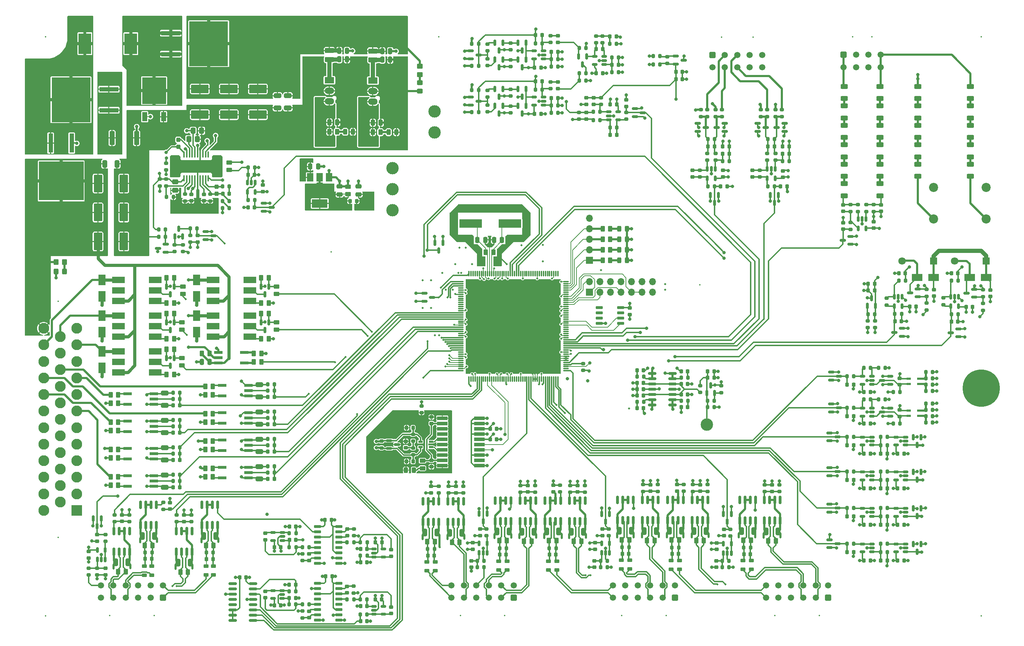
<source format=gtl>
%TF.GenerationSoftware,KiCad,Pcbnew,8.0.4*%
%TF.CreationDate,2024-11-12T22:32:29+03:00*%
%TF.ProjectId,EVD80_ControlBoard,45564438-305f-4436-9f6e-74726f6c426f,rev?*%
%TF.SameCoordinates,Original*%
%TF.FileFunction,Copper,L1,Top*%
%TF.FilePolarity,Positive*%
%FSLAX46Y46*%
G04 Gerber Fmt 4.6, Leading zero omitted, Abs format (unit mm)*
G04 Created by KiCad (PCBNEW 8.0.4) date 2024-11-12 22:32:29*
%MOMM*%
%LPD*%
G01*
G04 APERTURE LIST*
G04 Aperture macros list*
%AMRoundRect*
0 Rectangle with rounded corners*
0 $1 Rounding radius*
0 $2 $3 $4 $5 $6 $7 $8 $9 X,Y pos of 4 corners*
0 Add a 4 corners polygon primitive as box body*
4,1,4,$2,$3,$4,$5,$6,$7,$8,$9,$2,$3,0*
0 Add four circle primitives for the rounded corners*
1,1,$1+$1,$2,$3*
1,1,$1+$1,$4,$5*
1,1,$1+$1,$6,$7*
1,1,$1+$1,$8,$9*
0 Add four rect primitives between the rounded corners*
20,1,$1+$1,$2,$3,$4,$5,0*
20,1,$1+$1,$4,$5,$6,$7,0*
20,1,$1+$1,$6,$7,$8,$9,0*
20,1,$1+$1,$8,$9,$2,$3,0*%
G04 Aperture macros list end*
%TA.AperFunction,EtchedComponent*%
%ADD10C,0.000000*%
%TD*%
%TA.AperFunction,SMDPad,CuDef*%
%ADD11R,1.800000X2.500000*%
%TD*%
%TA.AperFunction,SMDPad,CuDef*%
%ADD12RoundRect,0.150000X0.587500X0.150000X-0.587500X0.150000X-0.587500X-0.150000X0.587500X-0.150000X0*%
%TD*%
%TA.AperFunction,SMDPad,CuDef*%
%ADD13RoundRect,0.200000X-0.200000X-0.275000X0.200000X-0.275000X0.200000X0.275000X-0.200000X0.275000X0*%
%TD*%
%TA.AperFunction,SMDPad,CuDef*%
%ADD14RoundRect,0.250000X0.450000X-0.262500X0.450000X0.262500X-0.450000X0.262500X-0.450000X-0.262500X0*%
%TD*%
%TA.AperFunction,SMDPad,CuDef*%
%ADD15RoundRect,0.200000X-0.275000X0.200000X-0.275000X-0.200000X0.275000X-0.200000X0.275000X0.200000X0*%
%TD*%
%TA.AperFunction,SMDPad,CuDef*%
%ADD16RoundRect,0.225000X0.250000X-0.225000X0.250000X0.225000X-0.250000X0.225000X-0.250000X-0.225000X0*%
%TD*%
%TA.AperFunction,SMDPad,CuDef*%
%ADD17RoundRect,0.225000X-0.250000X0.225000X-0.250000X-0.225000X0.250000X-0.225000X0.250000X0.225000X0*%
%TD*%
%TA.AperFunction,SMDPad,CuDef*%
%ADD18RoundRect,0.250000X-0.262500X-0.450000X0.262500X-0.450000X0.262500X0.450000X-0.262500X0.450000X0*%
%TD*%
%TA.AperFunction,SMDPad,CuDef*%
%ADD19RoundRect,0.200000X0.275000X-0.200000X0.275000X0.200000X-0.275000X0.200000X-0.275000X-0.200000X0*%
%TD*%
%TA.AperFunction,ComponentPad*%
%ADD20C,3.000000*%
%TD*%
%TA.AperFunction,SMDPad,CuDef*%
%ADD21RoundRect,0.200000X0.200000X0.275000X-0.200000X0.275000X-0.200000X-0.275000X0.200000X-0.275000X0*%
%TD*%
%TA.AperFunction,SMDPad,CuDef*%
%ADD22RoundRect,0.150000X-0.725000X-0.150000X0.725000X-0.150000X0.725000X0.150000X-0.725000X0.150000X0*%
%TD*%
%TA.AperFunction,SMDPad,CuDef*%
%ADD23RoundRect,0.250000X0.650000X-0.325000X0.650000X0.325000X-0.650000X0.325000X-0.650000X-0.325000X0*%
%TD*%
%TA.AperFunction,SMDPad,CuDef*%
%ADD24RoundRect,0.150000X-0.150000X0.587500X-0.150000X-0.587500X0.150000X-0.587500X0.150000X0.587500X0*%
%TD*%
%TA.AperFunction,SMDPad,CuDef*%
%ADD25RoundRect,0.250000X-0.625000X0.312500X-0.625000X-0.312500X0.625000X-0.312500X0.625000X0.312500X0*%
%TD*%
%TA.AperFunction,ComponentPad*%
%ADD26RoundRect,0.250001X0.499999X0.499999X-0.499999X0.499999X-0.499999X-0.499999X0.499999X-0.499999X0*%
%TD*%
%TA.AperFunction,ComponentPad*%
%ADD27C,1.500000*%
%TD*%
%TA.AperFunction,SMDPad,CuDef*%
%ADD28RoundRect,0.225000X-0.225000X-0.250000X0.225000X-0.250000X0.225000X0.250000X-0.225000X0.250000X0*%
%TD*%
%TA.AperFunction,SMDPad,CuDef*%
%ADD29RoundRect,0.250000X0.262500X0.450000X-0.262500X0.450000X-0.262500X-0.450000X0.262500X-0.450000X0*%
%TD*%
%TA.AperFunction,SMDPad,CuDef*%
%ADD30C,0.500000*%
%TD*%
%TA.AperFunction,ComponentPad*%
%ADD31R,1.700000X1.700000*%
%TD*%
%TA.AperFunction,ComponentPad*%
%ADD32O,1.700000X1.700000*%
%TD*%
%TA.AperFunction,SMDPad,CuDef*%
%ADD33RoundRect,0.250000X0.325000X0.650000X-0.325000X0.650000X-0.325000X-0.650000X0.325000X-0.650000X0*%
%TD*%
%TA.AperFunction,SMDPad,CuDef*%
%ADD34RoundRect,0.225000X0.225000X0.250000X-0.225000X0.250000X-0.225000X-0.250000X0.225000X-0.250000X0*%
%TD*%
%TA.AperFunction,SMDPad,CuDef*%
%ADD35RoundRect,0.150000X-0.512500X-0.150000X0.512500X-0.150000X0.512500X0.150000X-0.512500X0.150000X0*%
%TD*%
%TA.AperFunction,SMDPad,CuDef*%
%ADD36RoundRect,0.150000X-0.587500X-0.150000X0.587500X-0.150000X0.587500X0.150000X-0.587500X0.150000X0*%
%TD*%
%TA.AperFunction,SMDPad,CuDef*%
%ADD37R,2.000000X0.640000*%
%TD*%
%TA.AperFunction,SMDPad,CuDef*%
%ADD38RoundRect,0.250000X-1.875000X0.787500X-1.875000X-0.787500X1.875000X-0.787500X1.875000X0.787500X0*%
%TD*%
%TA.AperFunction,ComponentPad*%
%ADD39C,0.900000*%
%TD*%
%TA.AperFunction,ComponentPad*%
%ADD40C,9.000000*%
%TD*%
%TA.AperFunction,SMDPad,CuDef*%
%ADD41RoundRect,0.150000X-0.150000X0.512500X-0.150000X-0.512500X0.150000X-0.512500X0.150000X0.512500X0*%
%TD*%
%TA.AperFunction,ComponentPad*%
%ADD42C,2.200000*%
%TD*%
%TA.AperFunction,ComponentPad*%
%ADD43R,1.800000X1.800000*%
%TD*%
%TA.AperFunction,ComponentPad*%
%ADD44C,1.800000*%
%TD*%
%TA.AperFunction,SMDPad,CuDef*%
%ADD45R,1.100000X4.600000*%
%TD*%
%TA.AperFunction,SMDPad,CuDef*%
%ADD46R,10.800000X9.400000*%
%TD*%
%TA.AperFunction,SMDPad,CuDef*%
%ADD47R,2.500000X1.800000*%
%TD*%
%TA.AperFunction,SMDPad,CuDef*%
%ADD48RoundRect,0.250000X-0.450000X0.262500X-0.450000X-0.262500X0.450000X-0.262500X0.450000X0.262500X0*%
%TD*%
%TA.AperFunction,ComponentPad*%
%ADD49R,2.300000X1.500000*%
%TD*%
%TA.AperFunction,ComponentPad*%
%ADD50O,2.300000X1.500000*%
%TD*%
%TA.AperFunction,SMDPad,CuDef*%
%ADD51R,4.600000X1.100000*%
%TD*%
%TA.AperFunction,SMDPad,CuDef*%
%ADD52R,9.400000X10.800000*%
%TD*%
%TA.AperFunction,SMDPad,CuDef*%
%ADD53R,1.000000X0.500000*%
%TD*%
%TA.AperFunction,SMDPad,CuDef*%
%ADD54R,3.100000X5.000000*%
%TD*%
%TA.AperFunction,SMDPad,CuDef*%
%ADD55RoundRect,0.150000X0.512500X0.150000X-0.512500X0.150000X-0.512500X-0.150000X0.512500X-0.150000X0*%
%TD*%
%TA.AperFunction,SMDPad,CuDef*%
%ADD56RoundRect,0.150000X-0.150000X0.825000X-0.150000X-0.825000X0.150000X-0.825000X0.150000X0.825000X0*%
%TD*%
%TA.AperFunction,SMDPad,CuDef*%
%ADD57RoundRect,0.250000X-0.325000X-0.450000X0.325000X-0.450000X0.325000X0.450000X-0.325000X0.450000X0*%
%TD*%
%TA.AperFunction,SMDPad,CuDef*%
%ADD58RoundRect,0.250000X-0.250000X-0.475000X0.250000X-0.475000X0.250000X0.475000X-0.250000X0.475000X0*%
%TD*%
%TA.AperFunction,SMDPad,CuDef*%
%ADD59RoundRect,0.237500X-0.237500X0.300000X-0.237500X-0.300000X0.237500X-0.300000X0.237500X0.300000X0*%
%TD*%
%TA.AperFunction,SMDPad,CuDef*%
%ADD60O,0.299999X1.450000*%
%TD*%
%TA.AperFunction,SMDPad,CuDef*%
%ADD61O,1.450000X0.299999*%
%TD*%
%TA.AperFunction,ComponentPad*%
%ADD62C,0.499999*%
%TD*%
%TA.AperFunction,SMDPad,CuDef*%
%ADD63R,8.069999X7.330000*%
%TD*%
%TA.AperFunction,SMDPad,CuDef*%
%ADD64RoundRect,0.150000X0.150000X-0.587500X0.150000X0.587500X-0.150000X0.587500X-0.150000X-0.587500X0*%
%TD*%
%TA.AperFunction,SMDPad,CuDef*%
%ADD65RoundRect,0.243750X0.243750X0.456250X-0.243750X0.456250X-0.243750X-0.456250X0.243750X-0.456250X0*%
%TD*%
%TA.AperFunction,SMDPad,CuDef*%
%ADD66R,1.200000X2.200000*%
%TD*%
%TA.AperFunction,SMDPad,CuDef*%
%ADD67R,5.800000X6.400000*%
%TD*%
%TA.AperFunction,SMDPad,CuDef*%
%ADD68RoundRect,0.250000X-0.787500X-1.875000X0.787500X-1.875000X0.787500X1.875000X-0.787500X1.875000X0*%
%TD*%
%TA.AperFunction,SMDPad,CuDef*%
%ADD69RoundRect,0.250000X-0.650000X0.325000X-0.650000X-0.325000X0.650000X-0.325000X0.650000X0.325000X0*%
%TD*%
%TA.AperFunction,SMDPad,CuDef*%
%ADD70RoundRect,0.250000X-0.850000X0.375000X-0.850000X-0.375000X0.850000X-0.375000X0.850000X0.375000X0*%
%TD*%
%TA.AperFunction,SMDPad,CuDef*%
%ADD71RoundRect,0.218750X0.381250X-0.218750X0.381250X0.218750X-0.381250X0.218750X-0.381250X-0.218750X0*%
%TD*%
%TA.AperFunction,SMDPad,CuDef*%
%ADD72RoundRect,0.250000X-0.325000X-0.650000X0.325000X-0.650000X0.325000X0.650000X-0.325000X0.650000X0*%
%TD*%
%TA.AperFunction,SMDPad,CuDef*%
%ADD73R,3.100000X1.600000*%
%TD*%
%TA.AperFunction,SMDPad,CuDef*%
%ADD74RoundRect,0.150000X-0.825000X-0.150000X0.825000X-0.150000X0.825000X0.150000X-0.825000X0.150000X0*%
%TD*%
%TA.AperFunction,SMDPad,CuDef*%
%ADD75RoundRect,0.237500X0.237500X-0.300000X0.237500X0.300000X-0.237500X0.300000X-0.237500X-0.300000X0*%
%TD*%
%TA.AperFunction,SMDPad,CuDef*%
%ADD76RoundRect,0.150000X0.150000X-0.512500X0.150000X0.512500X-0.150000X0.512500X-0.150000X-0.512500X0*%
%TD*%
%TA.AperFunction,SMDPad,CuDef*%
%ADD77RoundRect,0.250000X0.475000X-0.250000X0.475000X0.250000X-0.475000X0.250000X-0.475000X-0.250000X0*%
%TD*%
%TA.AperFunction,SMDPad,CuDef*%
%ADD78RoundRect,0.250000X0.250000X0.475000X-0.250000X0.475000X-0.250000X-0.475000X0.250000X-0.475000X0*%
%TD*%
%TA.AperFunction,ComponentPad*%
%ADD79RoundRect,0.250001X-0.499999X-0.499999X0.499999X-0.499999X0.499999X0.499999X-0.499999X0.499999X0*%
%TD*%
%TA.AperFunction,SMDPad,CuDef*%
%ADD80R,1.500000X2.000000*%
%TD*%
%TA.AperFunction,SMDPad,CuDef*%
%ADD81R,3.800000X2.000000*%
%TD*%
%TA.AperFunction,SMDPad,CuDef*%
%ADD82RoundRect,0.243750X-0.243750X-0.456250X0.243750X-0.456250X0.243750X0.456250X-0.243750X0.456250X0*%
%TD*%
%TA.AperFunction,SMDPad,CuDef*%
%ADD83RoundRect,0.250000X-0.362500X-1.425000X0.362500X-1.425000X0.362500X1.425000X-0.362500X1.425000X0*%
%TD*%
%TA.AperFunction,SMDPad,CuDef*%
%ADD84RoundRect,0.250000X0.475000X-0.337500X0.475000X0.337500X-0.475000X0.337500X-0.475000X-0.337500X0*%
%TD*%
%TA.AperFunction,SMDPad,CuDef*%
%ADD85RoundRect,0.250000X-0.350000X-0.450000X0.350000X-0.450000X0.350000X0.450000X-0.350000X0.450000X0*%
%TD*%
%TA.AperFunction,SMDPad,CuDef*%
%ADD86RoundRect,0.250000X-0.337500X-0.475000X0.337500X-0.475000X0.337500X0.475000X-0.337500X0.475000X0*%
%TD*%
%TA.AperFunction,SMDPad,CuDef*%
%ADD87RoundRect,0.250000X-0.450000X0.350000X-0.450000X-0.350000X0.450000X-0.350000X0.450000X0.350000X0*%
%TD*%
%TA.AperFunction,SMDPad,CuDef*%
%ADD88R,5.500000X2.000000*%
%TD*%
%TA.AperFunction,SMDPad,CuDef*%
%ADD89RoundRect,0.250000X0.450000X-0.325000X0.450000X0.325000X-0.450000X0.325000X-0.450000X-0.325000X0*%
%TD*%
%TA.AperFunction,SMDPad,CuDef*%
%ADD90RoundRect,0.218750X-0.218750X-0.256250X0.218750X-0.256250X0.218750X0.256250X-0.218750X0.256250X0*%
%TD*%
%TA.AperFunction,SMDPad,CuDef*%
%ADD91R,2.500000X0.900000*%
%TD*%
%TA.AperFunction,SMDPad,CuDef*%
%ADD92RoundRect,0.100000X0.100000X-0.637500X0.100000X0.637500X-0.100000X0.637500X-0.100000X-0.637500X0*%
%TD*%
%TA.AperFunction,SMDPad,CuDef*%
%ADD93R,4.000000X2.850000*%
%TD*%
%TA.AperFunction,ComponentPad*%
%ADD94R,2.625000X2.625000*%
%TD*%
%TA.AperFunction,ComponentPad*%
%ADD95C,2.625000*%
%TD*%
%TA.AperFunction,ViaPad*%
%ADD96C,0.800000*%
%TD*%
%TA.AperFunction,ViaPad*%
%ADD97C,0.500000*%
%TD*%
%TA.AperFunction,Conductor*%
%ADD98C,0.500000*%
%TD*%
%TA.AperFunction,Conductor*%
%ADD99C,0.300000*%
%TD*%
%TA.AperFunction,Conductor*%
%ADD100C,0.200000*%
%TD*%
%TA.AperFunction,Conductor*%
%ADD101C,1.000000*%
%TD*%
%TA.AperFunction,Conductor*%
%ADD102C,0.250000*%
%TD*%
%TA.AperFunction,Conductor*%
%ADD103C,0.800000*%
%TD*%
%ADD104C,0.350000*%
%ADD105C,0.200000*%
%ADD106C,0.203200*%
G04 APERTURE END LIST*
D10*
%TA.AperFunction,EtchedComponent*%
%TO.C,NT1*%
G36*
X127250000Y-108100000D02*
G01*
X126750000Y-108100000D01*
X126750000Y-107100000D01*
X127250000Y-107100000D01*
X127250000Y-108100000D01*
G37*
%TD.AperFunction*%
%TD*%
D11*
%TO.P,D37,1,K*%
%TO.N,POWER_CONT_OUT*%
X118618000Y-152432000D03*
%TO.P,D37,2,A*%
%TO.N,GND_IN*%
X118618000Y-156432000D03*
%TD*%
D12*
%TO.P,U12,1,K*%
%TO.N,Net-(U12-K)*%
X134033500Y-137094000D03*
%TO.P,U12,2,REF*%
%TO.N,Net-(U12-REF)*%
X134033500Y-135194000D03*
%TO.P,U12,3,A*%
%TO.N,GND*%
X132158500Y-136144000D03*
%TD*%
D13*
%TO.P,R295,1*%
%TO.N,NTC_FW_2*%
X317625000Y-167562000D03*
%TO.P,R295,2*%
%TO.N,NTC_FW_2_MC*%
X319275000Y-167562000D03*
%TD*%
D14*
%TO.P,R183,1*%
%TO.N,PARK_BREAK*%
X137922000Y-164488500D03*
%TO.P,R183,2*%
%TO.N,Net-(Q15-B)*%
X137922000Y-162663500D03*
%TD*%
D15*
%TO.P,R279,1*%
%TO.N,GND*%
X140220000Y-200595000D03*
%TO.P,R279,2*%
%TO.N,FW_H_FLT*%
X140220000Y-202245000D03*
%TD*%
D16*
%TO.P,C87,1*%
%TO.N,VDD_3V3*%
X283064000Y-118990500D03*
%TO.P,C87,2*%
%TO.N,GND*%
X283064000Y-117440500D03*
%TD*%
D17*
%TO.P,C128,1*%
%TO.N,Net-(U31-+)*%
X207794000Y-211681000D03*
%TO.P,C128,2*%
%TO.N,GND*%
X207794000Y-213231000D03*
%TD*%
D18*
%TO.P,R146,1*%
%TO.N,IGNITION_ON_IN*%
X143537500Y-189360000D03*
%TO.P,R146,2*%
%TO.N,Net-(U44-A)*%
X145362500Y-189360000D03*
%TD*%
D19*
%TO.P,R79,1*%
%TO.N,+15V*%
X217278000Y-99377000D03*
%TO.P,R79,2*%
%TO.N,Net-(Q7-E)*%
X217278000Y-97727000D03*
%TD*%
D20*
%TO.P,TP1,1,1*%
%TO.N,VDD_3V3*%
X188820000Y-121876000D03*
%TD*%
D21*
%TO.P,R197,1*%
%TO.N,Net-(U57--)*%
X304289000Y-172712000D03*
%TO.P,R197,2*%
%TO.N,Net-(R197-Pad2)*%
X302639000Y-172712000D03*
%TD*%
D17*
%TO.P,C227,1*%
%TO.N,Net-(U72-+)*%
X119458000Y-213497000D03*
%TO.P,C227,2*%
%TO.N,GND*%
X119458000Y-215047000D03*
%TD*%
D22*
%TO.P,U6,1,A*%
%TO.N,GND*%
X170667000Y-217163000D03*
%TO.P,U6,2,B*%
%TO.N,TEMP_PW_B_PULSE*%
X170667000Y-218433000D03*
%TO.P,U6,3,Clr*%
%TO.N,VDD_3V3*%
X170667000Y-219703000D03*
%TO.P,U6,4,~{Q}*%
%TO.N,unconnected-(U6A-~{Q}-Pad4)*%
X170667000Y-220973000D03*
%TO.P,U6,5,Q*%
%TO.N,Net-(U6B-Q)*%
X170667000Y-222243000D03*
%TO.P,U6,6,Cext*%
%TO.N,Net-(U6B-Cext)*%
X170667000Y-223513000D03*
%TO.P,U6,7,RCext*%
%TO.N,Net-(U6B-RCext)*%
X170667000Y-224783000D03*
%TO.P,U6,8,GND*%
%TO.N,GND*%
X170667000Y-226053000D03*
%TO.P,U6,9,A*%
X175817000Y-226053000D03*
%TO.P,U6,10,B*%
%TO.N,TEMP_PW_C_PULSE*%
X175817000Y-224783000D03*
%TO.P,U6,11,Clr*%
%TO.N,VDD_3V3*%
X175817000Y-223513000D03*
%TO.P,U6,12,~{Q}*%
%TO.N,unconnected-(U6B-~{Q}-Pad12)*%
X175817000Y-222243000D03*
%TO.P,U6,13,Q*%
%TO.N,Net-(U6A-Q)*%
X175817000Y-220973000D03*
%TO.P,U6,14,Cext*%
%TO.N,Net-(U6A-Cext)*%
X175817000Y-219703000D03*
%TO.P,U6,15,RCext*%
%TO.N,Net-(U6A-RCext)*%
X175817000Y-218433000D03*
%TO.P,U6,16,VCC*%
%TO.N,VDD_3V3*%
X175817000Y-217163000D03*
%TD*%
D23*
%TO.P,C175,1*%
%TO.N,GND*%
X133782000Y-193883000D03*
%TO.P,C175,2*%
%TO.N,VDD_3V3*%
X133782000Y-190933000D03*
%TD*%
D24*
%TO.P,D30,1,K*%
%TO.N,GND*%
X316479000Y-199022500D03*
%TO.P,D30,2,K*%
%TO.N,+5V*%
X314579000Y-199022500D03*
%TO.P,D30,3,A*%
%TO.N,BRK_1_IN*%
X315529000Y-200897500D03*
%TD*%
D19*
%TO.P,R299,1*%
%TO.N,~{SIN_IN}*%
X277730000Y-104330000D03*
%TO.P,R299,2*%
%TO.N,~{SIN_IN}_MC*%
X277730000Y-102680000D03*
%TD*%
D17*
%TO.P,C134,1*%
%TO.N,V_CUR_SENSE*%
X239518000Y-204033000D03*
%TO.P,C134,2*%
%TO.N,GND*%
X239518000Y-205583000D03*
%TD*%
D15*
%TO.P,R24,1*%
%TO.N,Net-(U11-RT)*%
X138633000Y-123058000D03*
%TO.P,R24,2*%
%TO.N,GND*%
X138633000Y-124708000D03*
%TD*%
D19*
%TO.P,R80,1*%
%TO.N,+15V*%
X217278000Y-88201000D03*
%TO.P,R80,2*%
%TO.N,Net-(Q11-B)*%
X217278000Y-86551000D03*
%TD*%
D15*
%TO.P,R48,1*%
%TO.N,SIN_IN*%
X281286000Y-113221000D03*
%TO.P,R48,2*%
%TO.N,Net-(U14-+)*%
X281286000Y-114871000D03*
%TD*%
D17*
%TO.P,C95,1*%
%TO.N,EXC_OUT*%
X235566000Y-103365000D03*
%TO.P,C95,2*%
%TO.N,~{EXC_OUT}*%
X235566000Y-104915000D03*
%TD*%
%TO.P,C129,1*%
%TO.N,Net-(U61-+)*%
X266994000Y-211667500D03*
%TO.P,C129,2*%
%TO.N,GND*%
X266994000Y-213217500D03*
%TD*%
D25*
%TO.P,R113,1*%
%TO.N,Net-(R111-Pad2)*%
X297942000Y-101722500D03*
%TO.P,R113,2*%
%TO.N,Net-(R113-Pad2)*%
X297942000Y-104647500D03*
%TD*%
D19*
%TO.P,R289,1*%
%TO.N,SIN_IN*%
X281286000Y-104330000D03*
%TO.P,R289,2*%
%TO.N,SIN_IN_MC*%
X281286000Y-102680000D03*
%TD*%
D26*
%TO.P,J9,1,Pin_1*%
%TO.N,TEMP_FW_N*%
X133342000Y-220623000D03*
D27*
%TO.P,J9,2,Pin_2*%
%TO.N,+15V*%
X130342000Y-220623000D03*
%TO.P,J9,3,Pin_3*%
%TO.N,FW_H_P*%
X127342000Y-220623000D03*
%TO.P,J9,4,Pin_4*%
%TO.N,FAULT_FW_P*%
X124342000Y-220623000D03*
%TO.P,J9,5,Pin_5*%
%TO.N,FW_L_P*%
X121342000Y-220623000D03*
%TO.P,J9,6,Pin_6*%
%TO.N,RESET_FW*%
X118342000Y-220623000D03*
%TO.P,J9,7,Pin_7*%
%TO.N,TEMP_FW_P*%
X133342000Y-217623000D03*
%TO.P,J9,8,Pin_8*%
%TO.N,GND*%
X130342000Y-217623000D03*
%TO.P,J9,9,Pin_9*%
%TO.N,FW_H_N*%
X127342000Y-217623000D03*
%TO.P,J9,10,Pin_10*%
%TO.N,FAULT_FW_N*%
X124342000Y-217623000D03*
%TO.P,J9,11,Pin_11*%
%TO.N,FW_L_N*%
X121342000Y-217623000D03*
%TO.P,J9,12,Pin_12*%
%TO.N,FW_CUR_IN_INT*%
X118342000Y-217623000D03*
%TD*%
D18*
%TO.P,R169,1*%
%TO.N,GND*%
X120677500Y-193424000D03*
%TO.P,R169,2*%
%TO.N,Net-(U49-C)*%
X122502500Y-193424000D03*
%TD*%
D15*
%TO.P,R264,1*%
%TO.N,GND*%
X202302000Y-193659000D03*
%TO.P,R264,2*%
%TO.N,Net-(U20-DI)*%
X202302000Y-195309000D03*
%TD*%
D25*
%TO.P,R220,1*%
%TO.N,Net-(R220-Pad1)*%
X315722000Y-101722500D03*
%TO.P,R220,2*%
%TO.N,Net-(R219-Pad1)*%
X315722000Y-104647500D03*
%TD*%
D28*
%TO.P,C106,1*%
%TO.N,VDD_3V3*%
X237993000Y-93804500D03*
%TO.P,C106,2*%
%TO.N,GND*%
X239543000Y-93804500D03*
%TD*%
D13*
%TO.P,R33,1*%
%TO.N,VIN*%
X132271000Y-131572000D03*
%TO.P,R33,2*%
%TO.N,Net-(U12-REF)*%
X133921000Y-131572000D03*
%TD*%
D18*
%TO.P,R155,1*%
%TO.N,GND*%
X143537500Y-178184000D03*
%TO.P,R155,2*%
%TO.N,Net-(U45-C)*%
X145362500Y-178184000D03*
%TD*%
D29*
%TO.P,R180,1*%
%TO.N,VDD_3V3*%
X158900500Y-157988000D03*
%TO.P,R180,2*%
%TO.N,Net-(R180-Pad2)*%
X157075500Y-157988000D03*
%TD*%
D17*
%TO.P,C92,1*%
%TO.N,VREF_RES*%
X237344000Y-99809000D03*
%TO.P,C92,2*%
%TO.N,Net-(U13-+)*%
X237344000Y-101359000D03*
%TD*%
D16*
%TO.P,C209,1*%
%TO.N,GND_CAN*%
X198188000Y-188935000D03*
%TO.P,C209,2*%
%TO.N,/Can/VCAN_+5V*%
X198188000Y-187385000D03*
%TD*%
D29*
%TO.P,R305,1*%
%TO.N,Net-(U76-B)*%
X275392500Y-206680500D03*
%TO.P,R305,2*%
%TO.N,Net-(U76-A)*%
X273567500Y-206680500D03*
%TD*%
%TO.P,R186,1*%
%TO.N,Net-(Q15-B)*%
X136040500Y-160528000D03*
%TO.P,R186,2*%
%TO.N,GND*%
X134215500Y-160528000D03*
%TD*%
D30*
%TO.P,NT1,1,1*%
%TO.N,Net-(U11-CSG)*%
X127000000Y-107100000D03*
%TO.P,NT1,2,2*%
%TO.N,GND*%
X127000000Y-108100000D03*
%TD*%
D12*
%TO.P,D15,1,K*%
%TO.N,GND*%
X283493500Y-107884000D03*
%TO.P,D15,2,A*%
%TO.N,+15V*%
X283493500Y-105984000D03*
%TO.P,D15,3,K*%
%TO.N,SIN_IN*%
X281618500Y-106934000D03*
%TD*%
D16*
%TO.P,C200,1*%
%TO.N,Net-(C200-Pad1)*%
X158017000Y-220618000D03*
%TO.P,C200,2*%
%TO.N,Net-(U63--)*%
X158017000Y-219068000D03*
%TD*%
D29*
%TO.P,R190,1*%
%TO.N,VDD_3V3*%
X136040500Y-157988000D03*
%TO.P,R190,2*%
%TO.N,Net-(R190-Pad2)*%
X134215500Y-157988000D03*
%TD*%
D15*
%TO.P,R281,1*%
%TO.N,GND*%
X125185000Y-200576000D03*
%TO.P,R281,2*%
%TO.N,FW_L_FLT*%
X125185000Y-202226000D03*
%TD*%
D17*
%TO.P,C228,1*%
%TO.N,VDD_3V3*%
X115394000Y-209433000D03*
%TO.P,C228,2*%
%TO.N,GND*%
X115394000Y-210983000D03*
%TD*%
D31*
%TO.P,J1,1,Pin_1*%
%TO.N,TMS*%
X236375000Y-146775000D03*
D32*
%TO.P,J1,2,Pin_2*%
%TO.N,~{TRST}*%
X236375000Y-144235000D03*
%TO.P,J1,3,Pin_3*%
%TO.N,TDI*%
X238915000Y-146775000D03*
%TO.P,J1,4,Pin_4*%
%TO.N,GND*%
X238915000Y-144235000D03*
%TO.P,J1,5,Pin_5*%
%TO.N,VDD_3V3*%
X241455000Y-146775000D03*
%TO.P,J1,6,Pin_6*%
%TO.N,unconnected-(J1-Pin_6-Pad6)*%
X241455000Y-144235000D03*
%TO.P,J1,7,Pin_7*%
%TO.N,TDO*%
X243995000Y-146775000D03*
%TO.P,J1,8,Pin_8*%
%TO.N,GND*%
X243995000Y-144235000D03*
%TO.P,J1,9,Pin_9*%
%TO.N,TCK*%
X246535000Y-146775000D03*
%TO.P,J1,10,Pin_10*%
%TO.N,GND*%
X246535000Y-144235000D03*
%TO.P,J1,11,Pin_11*%
%TO.N,TCK*%
X249075000Y-146775000D03*
%TO.P,J1,12,Pin_12*%
%TO.N,GND*%
X249075000Y-144235000D03*
%TO.P,J1,13,Pin_13*%
%TO.N,Net-(J1-Pin_13)*%
X251615000Y-146775000D03*
%TO.P,J1,14,Pin_14*%
%TO.N,Net-(J1-Pin_14)*%
X251615000Y-144235000D03*
%TD*%
D21*
%TO.P,R254,1*%
%TO.N,Net-(U70--)*%
X182667000Y-210408000D03*
%TO.P,R254,2*%
%TO.N,TEMP_FW_SENSE*%
X181017000Y-210408000D03*
%TD*%
D29*
%TO.P,R89,1*%
%TO.N,VL_N*%
X252119500Y-206784000D03*
%TO.P,R89,2*%
%TO.N,VL_P*%
X250294500Y-206784000D03*
%TD*%
D33*
%TO.P,C127,1*%
%TO.N,VDD_3V3*%
X131312000Y-205688000D03*
%TO.P,C127,2*%
%TO.N,GND*%
X128362000Y-205688000D03*
%TD*%
D20*
%TO.P,TP3,1,1*%
%TO.N,+1V2*%
X188820000Y-126956000D03*
%TD*%
D34*
%TO.P,C89,1*%
%TO.N,Net-(C89-Pad1)*%
X242945000Y-108712000D03*
%TO.P,C89,2*%
%TO.N,Net-(U13--)*%
X241395000Y-108712000D03*
%TD*%
D21*
%TO.P,R1,1*%
%TO.N,VDD_3V3*%
X266509000Y-174549000D03*
%TO.P,R1,2*%
%TO.N,VAA*%
X264859000Y-174549000D03*
%TD*%
D25*
%TO.P,R210,1*%
%TO.N,Net-(R210-Pad1)*%
X328422000Y-101722500D03*
%TO.P,R210,2*%
%TO.N,Net-(R209-Pad1)*%
X328422000Y-104647500D03*
%TD*%
D16*
%TO.P,C212,1*%
%TO.N,Net-(C212-Pad1)*%
X191965000Y-184350000D03*
%TO.P,C212,2*%
%TO.N,GND_CAN*%
X191965000Y-182800000D03*
%TD*%
D15*
%TO.P,R7,1*%
%TO.N,UH*%
X205858000Y-193659000D03*
%TO.P,R7,2*%
%TO.N,Net-(U20-DI)*%
X205858000Y-195309000D03*
%TD*%
D19*
%TO.P,R259,1*%
%TO.N,Net-(D51-A)*%
X234874000Y-165674000D03*
%TO.P,R259,2*%
%TO.N,FW_CUR_SENSE*%
X234874000Y-164024000D03*
%TD*%
%TO.P,R274,1*%
%TO.N,Net-(U26-RO)*%
X199985000Y-195309000D03*
%TO.P,R274,2*%
%TO.N,FAULT_PW_A_FLT*%
X199985000Y-193659000D03*
%TD*%
D13*
%TO.P,R171,1*%
%TO.N,Net-(U49-VO)*%
X135751000Y-192408000D03*
%TO.P,R171,2*%
%TO.N,RIGHT_SUPPORT*%
X137401000Y-192408000D03*
%TD*%
D24*
%TO.P,D27,1,K*%
%TO.N,GND*%
X316479000Y-190222500D03*
%TO.P,D27,2,K*%
%TO.N,+5V*%
X314579000Y-190222500D03*
%TO.P,D27,3,A*%
%TO.N,THR_2_IN*%
X315529000Y-192097500D03*
%TD*%
%TO.P,D31,1,K*%
%TO.N,GND*%
X316479000Y-207622500D03*
%TO.P,D31,2,K*%
%TO.N,+5V*%
X314579000Y-207622500D03*
%TO.P,D31,3,A*%
%TO.N,BRK_2_IN*%
X315529000Y-209497500D03*
%TD*%
D15*
%TO.P,R28,1*%
%TO.N,VIN*%
X132535000Y-119442000D03*
%TO.P,R28,2*%
%TO.N,Net-(U11-EN)*%
X132535000Y-121092000D03*
%TD*%
D35*
%TO.P,U70,1,+*%
%TO.N,Net-(U70-+)*%
X184304500Y-208858000D03*
%TO.P,U70,2,V-*%
%TO.N,GND*%
X184304500Y-209808000D03*
%TO.P,U70,3,-*%
%TO.N,Net-(U70--)*%
X184304500Y-210758000D03*
%TO.P,U70,4*%
X186579500Y-210758000D03*
%TO.P,U70,5,V+*%
%TO.N,VDD_3V3*%
X186579500Y-208858000D03*
%TD*%
D24*
%TO.P,D21,1,K*%
%TO.N,GND*%
X270630000Y-200343000D03*
%TO.P,D21,2,K*%
%TO.N,VDD_3V3*%
X268730000Y-200343000D03*
%TO.P,D21,3,A*%
%TO.N,W_CUR_SENSE*%
X269680000Y-202218000D03*
%TD*%
D15*
%TO.P,R203,1*%
%TO.N,Net-(Q18-B)*%
X331470000Y-149477000D03*
%TO.P,R203,2*%
%TO.N,ISO_POS_REL*%
X331470000Y-151127000D03*
%TD*%
D36*
%TO.P,D8,1,K*%
%TO.N,GND*%
X143639500Y-132149000D03*
%TO.P,D8,2,K*%
%TO.N,VDD_3V3*%
X143639500Y-134049000D03*
%TO.P,D8,3,A*%
%TO.N,UV_SENCE*%
X145514500Y-133099000D03*
%TD*%
D25*
%TO.P,R207,1*%
%TO.N,Net-(R207-Pad1)*%
X328422000Y-115819500D03*
%TO.P,R207,2*%
%TO.N,Net-(K1-Pad11)*%
X328422000Y-118744500D03*
%TD*%
D33*
%TO.P,C117,1*%
%TO.N,VDD_3V3*%
X264555000Y-204506500D03*
%TO.P,C117,2*%
%TO.N,GND*%
X261605000Y-204506500D03*
%TD*%
D13*
%TO.P,R212,1*%
%TO.N,Net-(U59--)*%
X323787000Y-143952000D03*
%TO.P,R212,2*%
%TO.N,Net-(C190-Pad1)*%
X325437000Y-143952000D03*
%TD*%
D29*
%TO.P,R178,1*%
%TO.N,PWR_ST_PWM*%
X157122500Y-163576000D03*
%TO.P,R178,2*%
%TO.N,Net-(R178-Pad2)*%
X155297500Y-163576000D03*
%TD*%
D17*
%TO.P,C79,1*%
%TO.N,UV_SENCE*%
X141732000Y-133083000D03*
%TO.P,C79,2*%
%TO.N,GND*%
X141732000Y-134633000D03*
%TD*%
D34*
%TO.P,C206,1*%
%TO.N,GND*%
X213949000Y-182305000D03*
%TO.P,C206,2*%
%TO.N,VDD_3V3*%
X212399000Y-182305000D03*
%TD*%
D20*
%TO.P,TP5,1,1*%
%TO.N,+15V*%
X198980000Y-103080000D03*
%TD*%
D14*
%TO.P,R4,1*%
%TO.N,+1V2*%
X178054000Y-123086500D03*
%TO.P,R4,2*%
%TO.N,GND*%
X178054000Y-121261500D03*
%TD*%
D37*
%TO.P,U42,1,A*%
%TO.N,Net-(U42-A)*%
X124790000Y-171326000D03*
%TO.P,U42,3,C*%
%TO.N,Net-(U42-C)*%
X124790000Y-173866000D03*
%TO.P,U42,4,GND*%
%TO.N,GND*%
X131090000Y-173866000D03*
%TO.P,U42,5,VO*%
%TO.N,Net-(U42-VO)*%
X131090000Y-172596000D03*
%TO.P,U42,6,VDD*%
%TO.N,VDD_3V3*%
X131090000Y-171326000D03*
%TD*%
D21*
%TO.P,R304,1*%
%TO.N,~{EXC_OUT}*%
X209594000Y-86741000D03*
%TO.P,R304,2*%
%TO.N,~{EXC_OUT}_IC*%
X207944000Y-86741000D03*
%TD*%
D24*
%TO.P,D52,1,K*%
%TO.N,GND*%
X200942000Y-134808000D03*
%TO.P,D52,2,K*%
%TO.N,VDD_3V3*%
X199042000Y-134808000D03*
%TO.P,D52,3,A*%
%TO.N,RESET_FW*%
X199992000Y-136683000D03*
%TD*%
D13*
%TO.P,R2,1*%
%TO.N,VAA*%
X264859000Y-173025000D03*
%TO.P,R2,2*%
%TO.N,Net-(U4-REF)*%
X266509000Y-173025000D03*
%TD*%
D38*
%TO.P,C196,1*%
%TO.N,+15V*%
X156250000Y-97637500D03*
%TO.P,C196,2*%
%TO.N,GND*%
X156250000Y-103862500D03*
%TD*%
D13*
%TO.P,R107,1*%
%TO.N,Net-(C199-Pad1)*%
X180992000Y-221043000D03*
%TO.P,R107,2*%
%TO.N,Net-(U28-+)*%
X182642000Y-221043000D03*
%TD*%
D21*
%TO.P,R54,1*%
%TO.N,VREF_RES*%
X270173000Y-115062000D03*
%TO.P,R54,2*%
%TO.N,Net-(U15-+)*%
X268523000Y-115062000D03*
%TD*%
D28*
%TO.P,C150,1*%
%TO.N,VDD_3V3*%
X302689000Y-185808000D03*
%TO.P,C150,2*%
%TO.N,GND*%
X304239000Y-185808000D03*
%TD*%
D13*
%TO.P,R204,1*%
%TO.N,ISO_VPOS*%
X323787000Y-152080000D03*
%TO.P,R204,2*%
%TO.N,GND*%
X325437000Y-152080000D03*
%TD*%
D28*
%TO.P,C13,1*%
%TO.N,VREF_3V*%
X258559000Y-171450000D03*
%TO.P,C13,2*%
%TO.N,GND*%
X260109000Y-171450000D03*
%TD*%
D16*
%TO.P,C179,1*%
%TO.N,Net-(D39-A)*%
X311338000Y-169099000D03*
%TO.P,C179,2*%
%TO.N,GND*%
X311338000Y-167549000D03*
%TD*%
D19*
%TO.P,R302,1*%
%TO.N,~{COS_IN}*%
X264776000Y-104330000D03*
%TO.P,R302,2*%
%TO.N,~{COS_IN}_IC*%
X264776000Y-102680000D03*
%TD*%
D39*
%TO.P,H5,1,1*%
%TO.N,GND*%
X327625000Y-170000000D03*
X328613515Y-167613515D03*
X328613515Y-172386485D03*
X331000000Y-166625000D03*
D40*
X331000000Y-170000000D03*
D39*
X331000000Y-173375000D03*
X333386485Y-167613515D03*
X333386485Y-172386485D03*
X334375000Y-170000000D03*
%TD*%
D19*
%TO.P,R243,1*%
%TO.N,CAN_H*%
X193743000Y-186051000D03*
%TO.P,R243,2*%
%TO.N,Net-(C212-Pad1)*%
X193743000Y-184401000D03*
%TD*%
D15*
%TO.P,R267,1*%
%TO.N,UL*%
X223258000Y-193459000D03*
%TO.P,R267,2*%
%TO.N,Net-(U23-DI)*%
X223258000Y-195109000D03*
%TD*%
D29*
%TO.P,R85,1*%
%TO.N,UH_N*%
X204992500Y-207184000D03*
%TO.P,R85,2*%
%TO.N,UH_P*%
X203167500Y-207184000D03*
%TD*%
%TO.P,R90,1*%
%TO.N,WL_N*%
X281392500Y-206846500D03*
%TO.P,R90,2*%
%TO.N,WL_P*%
X279567500Y-206846500D03*
%TD*%
D16*
%TO.P,C60,1*%
%TO.N,GND*%
X246126000Y-152159000D03*
%TO.P,C60,2*%
%TO.N,VDD_3V3*%
X246126000Y-150609000D03*
%TD*%
D21*
%TO.P,R138,1*%
%TO.N,Net-(U39--)*%
X308353000Y-207544000D03*
%TO.P,R138,2*%
%TO.N,Net-(U41-+)*%
X306703000Y-207544000D03*
%TD*%
D13*
%TO.P,R133,1*%
%TO.N,Net-(U37-+)*%
X306703000Y-192176000D03*
%TO.P,R133,2*%
%TO.N,GND*%
X308353000Y-192176000D03*
%TD*%
D17*
%TO.P,C199,1*%
%TO.N,Net-(C199-Pad1)*%
X188417000Y-222868000D03*
%TO.P,C199,2*%
%TO.N,Net-(U28--)*%
X188417000Y-224418000D03*
%TD*%
D41*
%TO.P,U10,1*%
%TO.N,Net-(U10--)*%
X155636000Y-120274500D03*
%TO.P,U10,2,V-*%
%TO.N,GND*%
X154686000Y-120274500D03*
%TO.P,U10,3,+*%
%TO.N,Net-(U10-+)*%
X153736000Y-120274500D03*
%TO.P,U10,4,-*%
%TO.N,Net-(U10--)*%
X153736000Y-122549500D03*
%TO.P,U10,5,V+*%
%TO.N,VDD_3V3*%
X155636000Y-122549500D03*
%TD*%
D28*
%TO.P,C155,1*%
%TO.N,+5V*%
X310817000Y-211608000D03*
%TO.P,C155,2*%
%TO.N,GND*%
X312367000Y-211608000D03*
%TD*%
D18*
%TO.P,R182,1*%
%TO.N,VIN*%
X142724500Y-161544000D03*
%TO.P,R182,2*%
%TO.N,PWR_ST_PWM_OUT*%
X144549500Y-161544000D03*
%TD*%
D42*
%TO.P,K2,11*%
%TO.N,Net-(K2-Pad11)*%
X319479500Y-129027500D03*
%TO.P,K2,14*%
%TO.N,Net-(C194-Pad1)*%
X319479500Y-121407500D03*
D43*
%TO.P,K2,A1*%
%TO.N,+5V*%
X319479500Y-139187500D03*
D44*
%TO.P,K2,A2*%
%TO.N,Net-(D46-A)*%
X311859500Y-139187500D03*
%TD*%
D28*
%TO.P,C102,1*%
%TO.N,Net-(C102-Pad1)*%
X241295000Y-84914500D03*
%TO.P,C102,2*%
%TO.N,GND*%
X242845000Y-84914500D03*
%TD*%
D16*
%TO.P,C107,1*%
%TO.N,EXC*%
X228708000Y-97549000D03*
%TO.P,C107,2*%
%TO.N,Net-(C107-Pad2)*%
X228708000Y-95999000D03*
%TD*%
D34*
%TO.P,C254,1*%
%TO.N,Net-(U75-B)*%
X257893000Y-210045500D03*
%TO.P,C254,2*%
%TO.N,Net-(U75-A)*%
X256343000Y-210045500D03*
%TD*%
D29*
%TO.P,R91,1*%
%TO.N,Net-(U26-B)*%
X198992500Y-207008000D03*
%TO.P,R91,2*%
%TO.N,Net-(U26-A)*%
X197167500Y-207008000D03*
%TD*%
D45*
%TO.P,Q1,1,G*%
%TO.N,Net-(Q1-G)*%
X111290000Y-110725000D03*
D46*
%TO.P,Q1,2,D*%
%TO.N,VIN*%
X108750000Y-119875000D03*
D45*
%TO.P,Q1,3,S*%
%TO.N,Net-(D7-K)*%
X106210000Y-110725000D03*
%TD*%
D47*
%TO.P,D44,1,K*%
%TO.N,+5V*%
X332200000Y-143190000D03*
%TO.P,D44,2,A*%
%TO.N,Net-(D44-A)*%
X328200000Y-143190000D03*
%TD*%
D19*
%TO.P,R93,1*%
%TO.N,Net-(U6B-RCext)*%
X167017000Y-225468000D03*
%TO.P,R93,2*%
%TO.N,VDD_3V3*%
X167017000Y-223818000D03*
%TD*%
D34*
%TO.P,C219,1*%
%TO.N,Net-(U70-+)*%
X182617000Y-208808000D03*
%TO.P,C219,2*%
%TO.N,GND*%
X181067000Y-208808000D03*
%TD*%
D24*
%TO.P,Q15,1,B*%
%TO.N,Net-(Q15-B)*%
X136078000Y-162638500D03*
%TO.P,Q15,2,E*%
%TO.N,GND*%
X134178000Y-162638500D03*
%TO.P,Q15,3,C*%
%TO.N,Net-(Q15-C)*%
X135128000Y-164513500D03*
%TD*%
D48*
%TO.P,R284,1*%
%TO.N,/Can/VCAN_+5V*%
X196029000Y-187488500D03*
%TO.P,R284,2*%
%TO.N,Net-(D54-A)*%
X196029000Y-189313500D03*
%TD*%
D49*
%TO.P,U2,1,IN*%
%TO.N,Net-(U2-IN)*%
X173542500Y-95553000D03*
D50*
%TO.P,U2,2,GND*%
%TO.N,GND*%
X173542500Y-98093000D03*
%TO.P,U2,3,OUT*%
%TO.N,VDD_3V3*%
X173542500Y-100633000D03*
%TD*%
D15*
%TO.P,R50,1*%
%TO.N,COS_IN*%
X266808000Y-113221000D03*
%TO.P,R50,2*%
%TO.N,Net-(U15-+)*%
X266808000Y-114871000D03*
%TD*%
D19*
%TO.P,R292,1*%
%TO.N,COS_IN*%
X268332000Y-104330000D03*
%TO.P,R292,2*%
%TO.N,COS_IN_IC*%
X268332000Y-102680000D03*
%TD*%
D15*
%TO.P,R278,1*%
%TO.N,FAULT_FW*%
X133442000Y-197583000D03*
%TO.P,R278,2*%
%TO.N,FAULT_FW_FLT*%
X133442000Y-199233000D03*
%TD*%
D19*
%TO.P,R258,1*%
%TO.N,Net-(U72--)*%
X119458000Y-206969000D03*
%TO.P,R258,2*%
%TO.N,Net-(D51-A)*%
X119458000Y-205319000D03*
%TD*%
D51*
%TO.P,D9,1,A*%
%TO.N,Net-(Q3-D)*%
X135225000Y-84160000D03*
D52*
%TO.P,D9,2,K*%
%TO.N,+15V*%
X144375000Y-86700000D03*
D51*
%TO.P,D9,3,A*%
%TO.N,Net-(Q3-D)*%
X135225000Y-89240000D03*
%TD*%
D15*
%TO.P,R124,1*%
%TO.N,Net-(C137-Pad2)*%
X303276000Y-125601000D03*
%TO.P,R124,2*%
%TO.N,Net-(U32-+)*%
X303276000Y-127251000D03*
%TD*%
D18*
%TO.P,R145,1*%
%TO.N,GND*%
X120677500Y-186820000D03*
%TO.P,R145,2*%
%TO.N,Net-(U43-C)*%
X122502500Y-186820000D03*
%TD*%
D17*
%TO.P,C135,1*%
%TO.N,VDD_3V3*%
X267140000Y-207397500D03*
%TO.P,C135,2*%
%TO.N,GND*%
X267140000Y-208947500D03*
%TD*%
D13*
%TO.P,R239,1*%
%TO.N,Net-(U73-A)*%
X226655000Y-208618000D03*
%TO.P,R239,2*%
%TO.N,Net-(U73-B)*%
X228305000Y-208618000D03*
%TD*%
D16*
%TO.P,C124,1*%
%TO.N,Net-(U6B-RCext)*%
X168617000Y-225418000D03*
%TO.P,C124,2*%
%TO.N,Net-(U6B-Cext)*%
X168617000Y-223868000D03*
%TD*%
D34*
%TO.P,C207,1*%
%TO.N,GND*%
X213949000Y-179765000D03*
%TO.P,C207,2*%
%TO.N,+5V*%
X212399000Y-179765000D03*
%TD*%
%TO.P,C252,1*%
%TO.N,Net-(U76-B)*%
X275255000Y-210080500D03*
%TO.P,C252,2*%
%TO.N,Net-(U76-A)*%
X273705000Y-210080500D03*
%TD*%
D13*
%TO.P,R276,1*%
%TO.N,TEMP_FW_P_FLT*%
X143817000Y-209683000D03*
%TO.P,R276,2*%
%TO.N,TEMP_FW_N_FLT*%
X145467000Y-209683000D03*
%TD*%
D33*
%TO.P,C116,1*%
%TO.N,VDD_3V3*%
X234955000Y-204698000D03*
%TO.P,C116,2*%
%TO.N,GND*%
X232005000Y-204698000D03*
%TD*%
D29*
%TO.P,R179,1*%
%TO.N,GND*%
X157122500Y-161544000D03*
%TO.P,R179,2*%
%TO.N,Net-(R179-Pad2)*%
X155297500Y-161544000D03*
%TD*%
D13*
%TO.P,R275,1*%
%TO.N,FAULT_FW_P_FLT*%
X129017000Y-209712500D03*
%TO.P,R275,2*%
%TO.N,FAULT_FW_N_FLT*%
X130667000Y-209712500D03*
%TD*%
%TO.P,R46,1*%
%TO.N,EXC_OUT*%
X237281000Y-103124000D03*
%TO.P,R46,2*%
%TO.N,Net-(U13-+)*%
X238931000Y-103124000D03*
%TD*%
%TO.P,R101,1*%
%TO.N,Net-(U61-+)*%
X268455000Y-211680500D03*
%TO.P,R101,2*%
%TO.N,GND*%
X270105000Y-211680500D03*
%TD*%
D15*
%TO.P,R69,1*%
%TO.N,Net-(C107-Pad2)*%
X226930000Y-95949000D03*
%TO.P,R69,2*%
%TO.N,Net-(U18--)*%
X226930000Y-97599000D03*
%TD*%
D28*
%TO.P,C220,1*%
%TO.N,Net-(U71-+)*%
X163867000Y-206608000D03*
%TO.P,C220,2*%
%TO.N,GND*%
X165417000Y-206608000D03*
%TD*%
D53*
%TO.P,L12,1,1*%
%TO.N,Net-(U65-CANH)*%
X198061000Y-184224999D03*
%TO.P,L12,2,2*%
%TO.N,Net-(U65-CANL)*%
X198061000Y-182925001D03*
%TO.P,L12,3,3*%
%TO.N,CAN_L*%
X195521000Y-182925001D03*
%TO.P,L12,4,4*%
%TO.N,CAN_H*%
X195521000Y-184224999D03*
%TD*%
D25*
%TO.P,R120,1*%
%TO.N,Net-(R118-Pad2)*%
X306578000Y-120518500D03*
%TO.P,R120,2*%
%TO.N,Net-(C137-Pad2)*%
X306578000Y-123443500D03*
%TD*%
D24*
%TO.P,Q8,1,B*%
%TO.N,Net-(Q6-B)*%
X221022000Y-86438500D03*
%TO.P,Q8,2,E*%
%TO.N,Net-(Q11-B)*%
X219122000Y-86438500D03*
%TO.P,Q8,3,C*%
%TO.N,GND*%
X220072000Y-88313500D03*
%TD*%
D15*
%TO.P,R123,1*%
%TO.N,Net-(C138-Pad1)*%
X299466000Y-125601000D03*
%TO.P,R123,2*%
%TO.N,Net-(C138-Pad2)*%
X299466000Y-127251000D03*
%TD*%
D54*
%TO.P,L7,1,1*%
%TO.N,Net-(D7-K)*%
X114450000Y-86700000D03*
%TO.P,L7,2,2*%
%TO.N,Net-(Q3-D)*%
X125550000Y-86700000D03*
%TD*%
D34*
%TO.P,C234,1*%
%TO.N,Net-(U66-B)*%
X216255000Y-210218000D03*
%TO.P,C234,2*%
%TO.N,Net-(U66-A)*%
X214705000Y-210218000D03*
%TD*%
D28*
%TO.P,C161,1*%
%TO.N,BRK_2_SENSE*%
X298625000Y-209576000D03*
%TO.P,C161,2*%
%TO.N,GND*%
X300175000Y-209576000D03*
%TD*%
D21*
%TO.P,R75,1*%
%TO.N,Net-(U18--)*%
X224961000Y-97790000D03*
%TO.P,R75,2*%
%TO.N,EXC_OUT*%
X223311000Y-97790000D03*
%TD*%
D48*
%TO.P,TH1,1*%
%TO.N,VDD_3V3*%
X149352000Y-115419500D03*
%TO.P,TH1,2*%
%TO.N,Net-(U10-+)*%
X149352000Y-117244500D03*
%TD*%
D21*
%TO.P,R303,1*%
%TO.N,~{EXC_OUT}*%
X209594000Y-92075000D03*
%TO.P,R303,2*%
%TO.N,~{EXC_OUT}_MC*%
X207944000Y-92075000D03*
%TD*%
D41*
%TO.P,U59,1,+*%
%TO.N,+1V5*%
X325562000Y-147894500D03*
%TO.P,U59,2,V-*%
%TO.N,GND*%
X324612000Y-147894500D03*
%TO.P,U59,3,-*%
%TO.N,Net-(U59--)*%
X323662000Y-147894500D03*
%TO.P,U59,4*%
%TO.N,ISO_VPOS*%
X323662000Y-150169500D03*
%TO.P,U59,5,V+*%
%TO.N,VDD_3V3*%
X325562000Y-150169500D03*
%TD*%
D53*
%TO.P,L10,1,1*%
%TO.N,NTC_AW_1*%
X316037000Y-176663999D03*
%TO.P,L10,2,2*%
%TO.N,NTC_AW_2*%
X316037000Y-175364001D03*
%TO.P,L10,3,3*%
%TO.N,GND*%
X313497000Y-175364001D03*
%TO.P,L10,4,4*%
%TO.N,Net-(D40-A)*%
X313497000Y-176663999D03*
%TD*%
D55*
%TO.P,U71,1,+*%
%TO.N,Net-(U71-+)*%
X162179500Y-206758000D03*
%TO.P,U71,2,V-*%
%TO.N,GND*%
X162179500Y-205808000D03*
%TO.P,U71,3,-*%
%TO.N,Net-(U71--)*%
X162179500Y-204858000D03*
%TO.P,U71,4*%
X159904500Y-204858000D03*
%TO.P,U71,5,V+*%
%TO.N,VDD_3V3*%
X159904500Y-206758000D03*
%TD*%
D34*
%TO.P,C230,1*%
%TO.N,Net-(U26-B)*%
X198855000Y-210408000D03*
%TO.P,C230,2*%
%TO.N,Net-(U26-A)*%
X197305000Y-210408000D03*
%TD*%
D15*
%TO.P,R266,1*%
%TO.N,GND*%
X261302000Y-193267500D03*
%TO.P,R266,2*%
%TO.N,Net-(U22-DI)*%
X261302000Y-194917500D03*
%TD*%
D17*
%TO.P,C83,1*%
%TO.N,GND*%
X245218000Y-100317000D03*
%TO.P,C83,2*%
%TO.N,MCU_EXC*%
X245218000Y-101867000D03*
%TD*%
D56*
%TO.P,U73,1,RO*%
%TO.N,Net-(U73-RO)*%
X229385000Y-197143000D03*
%TO.P,U73,2,~{RE}*%
%TO.N,GND*%
X228115000Y-197143000D03*
%TO.P,U73,3,DE*%
X226845000Y-197143000D03*
%TO.P,U73,4,DI*%
%TO.N,unconnected-(U73-DI-Pad4)*%
X225575000Y-197143000D03*
%TO.P,U73,5,GND*%
%TO.N,GND*%
X225575000Y-202093000D03*
%TO.P,U73,6,A*%
%TO.N,Net-(U73-A)*%
X226845000Y-202093000D03*
%TO.P,U73,7,B*%
%TO.N,Net-(U73-B)*%
X228115000Y-202093000D03*
%TO.P,U73,8,VCC*%
%TO.N,VDD_3V3*%
X229385000Y-202093000D03*
%TD*%
D21*
%TO.P,R195,1*%
%TO.N,GND*%
X307845000Y-172712000D03*
%TO.P,R195,2*%
%TO.N,Net-(U57--)*%
X306195000Y-172712000D03*
%TD*%
D57*
%TO.P,D4,1,K*%
%TO.N,GND_IN*%
X107475000Y-141750000D03*
%TO.P,D4,2,A*%
%TO.N,Net-(D4-A)*%
X109525000Y-141750000D03*
%TD*%
D29*
%TO.P,R260,1*%
%TO.N,Net-(U73-B)*%
X228392500Y-206818000D03*
%TO.P,R260,2*%
%TO.N,Net-(U73-A)*%
X226567500Y-206818000D03*
%TD*%
D15*
%TO.P,R248,1*%
%TO.N,Net-(U33A-RCext)*%
X179442000Y-203983000D03*
%TO.P,R248,2*%
%TO.N,VDD_3V3*%
X179442000Y-205633000D03*
%TD*%
D21*
%TO.P,R57,1*%
%TO.N,COS_IN*%
X266617000Y-109728000D03*
%TO.P,R57,2*%
%TO.N,~{COS_IN}*%
X264967000Y-109728000D03*
%TD*%
D13*
%TO.P,R285,1*%
%TO.N,NTC_FW_1*%
X317625000Y-170610000D03*
%TO.P,R285,2*%
%TO.N,NTC_FW_1_MC*%
X319275000Y-170610000D03*
%TD*%
D24*
%TO.P,D12,1,K*%
%TO.N,GND*%
X267504000Y-123268500D03*
%TO.P,D12,2,K*%
%TO.N,VDD_3V3*%
X265604000Y-123268500D03*
%TO.P,D12,3,A*%
%TO.N,MCU_COS*%
X266554000Y-125143500D03*
%TD*%
D19*
%TO.P,R205,1*%
%TO.N,Net-(Q18-B)*%
X331470000Y-147825000D03*
%TO.P,R205,2*%
%TO.N,GND*%
X331470000Y-146175000D03*
%TD*%
D15*
%TO.P,R70,1*%
%TO.N,Net-(C108-Pad2)*%
X226930000Y-84773000D03*
%TO.P,R70,2*%
%TO.N,Net-(U19--)*%
X226930000Y-86423000D03*
%TD*%
D58*
%TO.P,C61,1*%
%TO.N,VSSOSC*%
X213300000Y-134106000D03*
%TO.P,C61,2*%
%TO.N,OSC_OUT*%
X215200000Y-134106000D03*
%TD*%
D18*
%TO.P,R157,1*%
%TO.N,GND*%
X143537500Y-184788000D03*
%TO.P,R157,2*%
%TO.N,Net-(U46-C)*%
X145362500Y-184788000D03*
%TD*%
%TO.P,R142,1*%
%TO.N,GEAR_DRIVE_IN*%
X120677500Y-171580000D03*
%TO.P,R142,2*%
%TO.N,Net-(U42-A)*%
X122502500Y-171580000D03*
%TD*%
D47*
%TO.P,D46,1,K*%
%TO.N,+5V*%
X319500000Y-143190000D03*
%TO.P,D46,2,A*%
%TO.N,Net-(D46-A)*%
X315500000Y-143190000D03*
%TD*%
D13*
%TO.P,R151,1*%
%TO.N,VDD_3V3*%
X135751000Y-171072000D03*
%TO.P,R151,2*%
%TO.N,GEAR_DRIVE*%
X137401000Y-171072000D03*
%TD*%
%TO.P,R161,1*%
%TO.N,Net-(U46-VO)*%
X158611000Y-183772000D03*
%TO.P,R161,2*%
%TO.N,LEFT_SUPPORT*%
X160261000Y-183772000D03*
%TD*%
D23*
%TO.P,C164,1*%
%TO.N,GND*%
X156642000Y-191851000D03*
%TO.P,C164,2*%
%TO.N,VDD_3V3*%
X156642000Y-188901000D03*
%TD*%
D21*
%TO.P,R71,1*%
%TO.N,+15V*%
X228771000Y-103378000D03*
%TO.P,R71,2*%
%TO.N,Net-(U18-+)*%
X227121000Y-103378000D03*
%TD*%
D34*
%TO.P,C226,1*%
%TO.N,TEMP_PW_A_SENSE*%
X165417000Y-203408000D03*
%TO.P,C226,2*%
%TO.N,GND*%
X163867000Y-203408000D03*
%TD*%
D18*
%TO.P,R159,1*%
%TO.N,GND*%
X143537500Y-171580000D03*
%TO.P,R159,2*%
%TO.N,Net-(U47-C)*%
X145362500Y-171580000D03*
%TD*%
D34*
%TO.P,C253,1*%
%TO.N,Net-(U73-B)*%
X228255000Y-210218000D03*
%TO.P,C253,2*%
%TO.N,Net-(U73-A)*%
X226705000Y-210218000D03*
%TD*%
D59*
%TO.P,C73,1*%
%TO.N,Net-(U11-COMP)*%
X146253000Y-121242500D03*
%TO.P,C73,2*%
%TO.N,Net-(U11-FB)*%
X146253000Y-122967500D03*
%TD*%
D15*
%TO.P,R272,1*%
%TO.N,GND*%
X278702000Y-193321500D03*
%TO.P,R272,2*%
%TO.N,Net-(U25-DI)*%
X278702000Y-194971500D03*
%TD*%
D13*
%TO.P,R43,1*%
%TO.N,Net-(U13--)*%
X241345000Y-106934000D03*
%TO.P,R43,2*%
%TO.N,Net-(C89-Pad1)*%
X242995000Y-106934000D03*
%TD*%
D21*
%TO.P,R253,1*%
%TO.N,Net-(C222-Pad1)*%
X165467000Y-208408000D03*
%TO.P,R253,2*%
%TO.N,Net-(U71-+)*%
X163817000Y-208408000D03*
%TD*%
D60*
%TO.P,U7,1,GPIO10*%
%TO.N,MCU_PWM*%
X207249999Y-167725001D03*
%TO.P,U7,2,GPIO11*%
%TO.N,GPIO11*%
X207749998Y-167725001D03*
%TO.P,U7,3,VDDIO*%
%TO.N,VDDIO_3V3*%
X208249999Y-167725001D03*
%TO.P,U7,4,GPIO12*%
%TO.N,PWR_ST_PWM*%
X208749998Y-167725001D03*
%TO.P,U7,5,GPIO13*%
%TO.N,S0_TEMP_MULIPLEX*%
X209250000Y-167725001D03*
%TO.P,U7,6,GPIO14*%
%TO.N,S1_TEMP_MULIPLEX*%
X209749999Y-167725001D03*
%TO.P,U7,7,GPIO15*%
%TO.N,S2_TEMP_MULIPLEX*%
X210249998Y-167725001D03*
%TO.P,U7,8,GPIO16*%
%TO.N,GPIO16*%
X210749999Y-167725001D03*
%TO.P,U7,9,GPIO17*%
%TO.N,GPIO17*%
X211249998Y-167725001D03*
%TO.P,U7,10,GPIO18*%
%TO.N,CAN_RX*%
X211750000Y-167725001D03*
%TO.P,U7,11,VDDIO*%
%TO.N,VDDIO_3V3*%
X212249999Y-167725001D03*
%TO.P,U7,12,GPIO19*%
%TO.N,CAN_TX*%
X212749998Y-167725001D03*
%TO.P,U7,13,GPIO20*%
%TO.N,GPIO20*%
X213249999Y-167725001D03*
%TO.P,U7,14,GPIO21*%
%TO.N,GPIO21*%
X213749998Y-167725001D03*
%TO.P,U7,15,VDDIO*%
%TO.N,VDDIO_3V3*%
X214250000Y-167725001D03*
%TO.P,U7,16,VDD*%
%TO.N,VDD_1V2*%
X214749999Y-167725001D03*
%TO.P,U7,17,GPIO99*%
%TO.N,GPIO99*%
X215249998Y-167725001D03*
%TO.P,U7,18,GPIO8*%
%TO.N,unconnected-(U7B-GPIO8-Pad18)*%
X215749999Y-167725001D03*
%TO.P,U7,19,GPIO9*%
%TO.N,FW_L*%
X216249998Y-167725001D03*
%TO.P,U7,20,VDDIO*%
%TO.N,VDDIO_3V3*%
X216750000Y-167725001D03*
%TO.P,U7,21,VDD*%
%TO.N,VDD_1V2*%
X217249999Y-167725001D03*
%TO.P,U7,22,GPIO22*%
%TO.N,GPIO22*%
X217749998Y-167725001D03*
%TO.P,U7,23,GPIO23*%
%TO.N,GPIO23*%
X218250000Y-167725001D03*
%TO.P,U7,24,GPIO24*%
%TO.N,GPIO24*%
X218749998Y-167725001D03*
%TO.P,U7,25,GPIO25*%
%TO.N,GPIO25*%
X219250000Y-167725001D03*
%TO.P,U7,26,VDDIO*%
%TO.N,VDDIO_3V3*%
X219749999Y-167725001D03*
%TO.P,U7,27,GPIO26*%
%TO.N,GPIO26*%
X220249998Y-167725001D03*
%TO.P,U7,28,GPIO27*%
%TO.N,GPIO27*%
X220750000Y-167725001D03*
%TO.P,U7,29,ADCINC4*%
%TO.N,U_CUR_SENSE*%
X221249999Y-167725001D03*
%TO.P,U7,30,ADCINC3*%
%TO.N,V_CUR_SENSE*%
X221749998Y-167725001D03*
%TO.P,U7,31,ADCINC2*%
%TO.N,W_CUR_SENSE*%
X222249999Y-167725001D03*
%TO.P,U7,32,VREFLOC*%
%TO.N,GND*%
X222749998Y-167725001D03*
%TO.P,U7,33,VREFLOA*%
X223250000Y-167725001D03*
%TO.P,U7,34,VSSA*%
X223749999Y-167725001D03*
%TO.P,U7,35,VREFHIC*%
%TO.N,VREFHIC*%
X224249998Y-167725001D03*
%TO.P,U7,36,VDDA*%
%TO.N,VDDA_3V3*%
X224749999Y-167725001D03*
%TO.P,U7,37,VREFHIA*%
%TO.N,VREFHIA*%
X225249998Y-167725001D03*
%TO.P,U7,38,ADCINA5*%
%TO.N,BRK_2_SENSE*%
X225750000Y-167725001D03*
%TO.P,U7,39,ADCINA4*%
%TO.N,BRK_1_SENSE*%
X226249999Y-167725001D03*
%TO.P,U7,40,ADCINA3*%
%TO.N,THR_2_SENSE*%
X226749998Y-167725001D03*
%TO.P,U7,41,ADCINA2*%
%TO.N,THR_1_SENSE*%
X227249999Y-167725001D03*
%TO.P,U7,42,ADCINA1*%
%TO.N,TEMP_FW_SENSE*%
X227749998Y-167725001D03*
%TO.P,U7,43,ADCINA0*%
%TO.N,TEMP_PW_SENSE*%
X228250000Y-167725001D03*
%TO.P,U7,44,ADCIN14*%
%TO.N,AW_TEMP_SENSE*%
X228749999Y-167725001D03*
D61*
%TO.P,U7,45,ADCIN15*%
%TO.N,FW_TEMP_SENSE*%
X230724999Y-165750001D03*
%TO.P,U7,46,ADCINB0*%
%TO.N,unconnected-(U7A-ADCINB0-Pad46)*%
X230724999Y-165250002D03*
%TO.P,U7,47,ADCINB1*%
%TO.N,PCB_TEMP*%
X230724999Y-164750001D03*
%TO.P,U7,48,ADCINB2*%
%TO.N,FW_CUR_SENSE*%
X230724999Y-164250002D03*
%TO.P,U7,49,ADCINB3*%
%TO.N,VDC_SENSE*%
X230724999Y-163750000D03*
%TO.P,U7,50,VREFLOB*%
%TO.N,GND*%
X230724999Y-163250001D03*
%TO.P,U7,51,VREFLOD*%
X230724999Y-162750002D03*
%TO.P,U7,52,VSSA*%
X230724999Y-162250001D03*
%TO.P,U7,53,VREFHIB*%
%TO.N,VREFHIB*%
X230724999Y-161750002D03*
%TO.P,U7,54,VDDA*%
%TO.N,VDDA_3V3*%
X230724999Y-161250000D03*
%TO.P,U7,55,VREFHID*%
%TO.N,VREFHID*%
X230724999Y-160750001D03*
%TO.P,U7,56,ADCIND0*%
%TO.N,MCU_EXC*%
X230724999Y-160250002D03*
%TO.P,U7,57,ADCIND1*%
%TO.N,MCU_SIN*%
X230724999Y-159750001D03*
%TO.P,U7,58,ADCIND2*%
%TO.N,MCU_COS*%
X230724999Y-159250002D03*
%TO.P,U7,59,ADCIND3*%
%TO.N,ISO_VPOS*%
X230724999Y-158750000D03*
%TO.P,U7,60,ADCIND4*%
%TO.N,ISO_VNEG*%
X230724999Y-158250001D03*
%TO.P,U7,61,VDD*%
%TO.N,VDD_1V2*%
X230724999Y-157750002D03*
%TO.P,U7,62,VDDIO*%
%TO.N,VDDIO_3V3*%
X230724999Y-157250001D03*
%TO.P,U7,63,GPIO30*%
%TO.N,GPIO30*%
X230724999Y-156750002D03*
%TO.P,U7,64,GPIO28*%
%TO.N,GPIO28*%
X230724999Y-156250000D03*
%TO.P,U7,65,GPIO29*%
%TO.N,GPIO29*%
X230724999Y-155750001D03*
%TO.P,U7,66,GPIO31*%
%TO.N,GPIO31*%
X230724999Y-155250002D03*
%TO.P,U7,67,GPIO32*%
%TO.N,EEPROM_SDA*%
X230724999Y-154750000D03*
%TO.P,U7,68,VDDIO*%
%TO.N,VDDIO_3V3*%
X230724999Y-154250002D03*
%TO.P,U7,69,GPIO33*%
%TO.N,EEPROM_SCL*%
X230724999Y-153750000D03*
%TO.P,U7,70,GPIO34*%
%TO.N,GPIO34*%
X230724999Y-153250001D03*
%TO.P,U7,71,GPIO35*%
%TO.N,GPIO35*%
X230724999Y-152750002D03*
%TO.P,U7,72,VDD3VFL*%
%TO.N,VDD_3V3*%
X230724999Y-152250000D03*
%TO.P,U7,73,FLT1*%
%TO.N,unconnected-(U7D-FLT1-Pad73)*%
X230724999Y-151750001D03*
%TO.P,U7,74,FLT2*%
%TO.N,unconnected-(U7D-FLT2-Pad74)*%
X230724999Y-151250002D03*
%TO.P,U7,75,VDDIO*%
%TO.N,VDDIO_3V3*%
X230724999Y-150750001D03*
%TO.P,U7,76,VDD*%
%TO.N,VDD_1V2*%
X230724999Y-150250002D03*
%TO.P,U7,77,TDI*%
%TO.N,TDI*%
X230724999Y-149750000D03*
%TO.P,U7,78,TDO*%
%TO.N,TDO*%
X230724999Y-149250001D03*
%TO.P,U7,79,TRST_N*%
%TO.N,~{TRST}*%
X230724999Y-148750002D03*
%TO.P,U7,80,TMS*%
%TO.N,TMS*%
X230724999Y-148250001D03*
%TO.P,U7,81,TCK*%
%TO.N,TCK*%
X230724999Y-147750002D03*
%TO.P,U7,82,VDDIO*%
%TO.N,VDDIO_3V3*%
X230724999Y-147250000D03*
%TO.P,U7,83,GPIO36*%
%TO.N,GPIO36*%
X230724999Y-146750001D03*
%TO.P,U7,84,GPIO37*%
%TO.N,LED1*%
X230724999Y-146250002D03*
%TO.P,U7,85,GPIO38*%
%TO.N,LED2*%
X230724999Y-145750001D03*
%TO.P,U7,86,GPIO39*%
%TO.N,LED3*%
X230724999Y-145250002D03*
%TO.P,U7,87,GPIO40*%
%TO.N,LED4*%
X230724999Y-144750000D03*
%TO.P,U7,88,VDDIO*%
%TO.N,VDDIO_3V3*%
X230724999Y-144250001D03*
D60*
%TO.P,U7,89,GPIO41*%
%TO.N,GPIO41*%
X228749999Y-142275001D03*
%TO.P,U7,90,GPIO48*%
%TO.N,GPIO48*%
X228250000Y-142275001D03*
%TO.P,U7,91,VDDIO*%
%TO.N,VDDIO_3V3*%
X227749998Y-142275001D03*
%TO.P,U7,92,ERRORSTS*%
%TO.N,unconnected-(U7D-ERRORSTS-Pad92)*%
X227249999Y-142275001D03*
%TO.P,U7,93,GPIO49*%
%TO.N,GPIO49*%
X226749998Y-142275001D03*
%TO.P,U7,94,GPIO50*%
%TO.N,GPIO50*%
X226249999Y-142275001D03*
%TO.P,U7,95,GPIO51*%
%TO.N,GPIO51*%
X225750000Y-142275001D03*
%TO.P,U7,96,GPIO52*%
%TO.N,GPIO52*%
X225249998Y-142275001D03*
%TO.P,U7,97,GPIO53*%
%TO.N,GPIO53*%
X224749999Y-142275001D03*
%TO.P,U7,98,GPIO54*%
%TO.N,GPIO54*%
X224249998Y-142275001D03*
%TO.P,U7,99,VDDIO*%
%TO.N,VDDIO_3V3*%
X223749999Y-142275001D03*
%TO.P,U7,100,GPIO55*%
%TO.N,GPIO55*%
X223250000Y-142275001D03*
%TO.P,U7,101,GPIO56*%
%TO.N,GPIO56*%
X222749998Y-142275001D03*
%TO.P,U7,102,GPIO57*%
%TO.N,GPIO57*%
X222249999Y-142275001D03*
%TO.P,U7,103,GPIO58*%
%TO.N,GPIO58*%
X221749998Y-142275001D03*
%TO.P,U7,104,GPIO59*%
%TO.N,GPIO59*%
X221249999Y-142275001D03*
%TO.P,U7,105,GPIO60*%
%TO.N,GPIO60*%
X220750000Y-142275001D03*
%TO.P,U7,106,VDDIO*%
%TO.N,VDDIO_3V3*%
X220249998Y-142275001D03*
%TO.P,U7,107,GPIO61*%
%TO.N,GPIO61*%
X219749999Y-142275001D03*
%TO.P,U7,108,GPIO62*%
%TO.N,ISO_POS_REL*%
X219250000Y-142275001D03*
%TO.P,U7,109,GPIO63*%
%TO.N,ISO_NEG_REL*%
X218749998Y-142275001D03*
%TO.P,U7,110,GPIO64*%
%TO.N,GPIO64*%
X218250000Y-142275001D03*
%TO.P,U7,111,GPIO65*%
%TO.N,FAULT_FW_FLT*%
X217749998Y-142275001D03*
%TO.P,U7,112,GPIO66*%
%TO.N,RESET_FW*%
X217249999Y-142275001D03*
%TO.P,U7,113,GPIO44*%
%TO.N,GPIO44*%
X216750000Y-142275001D03*
%TO.P,U7,114,VDDIO*%
%TO.N,VDDIO_3V3*%
X216249998Y-142275001D03*
%TO.P,U7,115,GPIO45*%
%TO.N,GPIO45*%
X215749999Y-142275001D03*
%TO.P,U7,116,VDDIO*%
%TO.N,VDDIO_3V3*%
X215249998Y-142275001D03*
%TO.P,U7,117,VDD*%
%TO.N,VDD_1V2*%
X214749999Y-142275001D03*
%TO.P,U7,118,GPIO133*%
%TO.N,GPIO133*%
X214250000Y-142275001D03*
%TO.P,U7,119,VREGENZ*%
%TO.N,VDDIO_3V3*%
X213749998Y-142275001D03*
%TO.P,U7,120,VDDOSC*%
%TO.N,VDDOSC_3V3*%
X213249999Y-142275001D03*
%TO.P,U7,121,X2*%
%TO.N,OSC_OUT*%
X212749998Y-142275001D03*
%TO.P,U7,122,VSSOSC*%
%TO.N,VSSOSC*%
X212249999Y-142275001D03*
%TO.P,U7,123,X1*%
%TO.N,OSC_IN*%
X211750000Y-142275001D03*
%TO.P,U7,124,XRS_N*%
%TO.N,~{RESET}*%
X211249998Y-142275001D03*
%TO.P,U7,125,VDDOSC*%
%TO.N,VDDOSC_3V3*%
X210749999Y-142275001D03*
%TO.P,U7,126,VDD*%
%TO.N,VDD_1V2*%
X210249998Y-142275001D03*
%TO.P,U7,127,VDDIO*%
%TO.N,VDDIO_3V3*%
X209749999Y-142275001D03*
%TO.P,U7,128,GPIO46*%
%TO.N,GPIO46*%
X209250000Y-142275001D03*
%TO.P,U7,129,GPIO47*%
%TO.N,GPIO47*%
X208749998Y-142275001D03*
%TO.P,U7,130,GPIO42*%
%TO.N,GPIO42*%
X208249999Y-142275001D03*
%TO.P,U7,131,GPIO43*%
%TO.N,GPIO43*%
X207749998Y-142275001D03*
%TO.P,U7,132,GPIO67*%
%TO.N,FAULT_PW_A_FLT*%
X207249999Y-142275001D03*
D61*
%TO.P,U7,133,GPIO68*%
%TO.N,RESET_PW*%
X205274999Y-144250001D03*
%TO.P,U7,134,GPIO69*%
%TO.N,FAULT_PW_B_FLT*%
X205274999Y-144750000D03*
%TO.P,U7,135,GPIO70*%
%TO.N,FAULT_PW_C_FLT*%
X205274999Y-145250002D03*
%TO.P,U7,136,GPIO71*%
%TO.N,GPIO71*%
X205274999Y-145750001D03*
%TO.P,U7,137,VDD*%
%TO.N,VDD_1V2*%
X205274999Y-146250002D03*
%TO.P,U7,138,VDDIO*%
%TO.N,VDDIO_3V3*%
X205274999Y-146750001D03*
%TO.P,U7,139,GPIO72*%
%TO.N,GPIO72{slash}BOOT1*%
X205274999Y-147250000D03*
%TO.P,U7,140,GPIO73*%
%TO.N,GPIO73*%
X205274999Y-147750002D03*
%TO.P,U7,141,GPIO74*%
%TO.N,GPIO74*%
X205274999Y-148250001D03*
%TO.P,U7,142,GPIO75*%
%TO.N,GPIO75*%
X205274999Y-148750002D03*
%TO.P,U7,143,GPIO76*%
%TO.N,GPIO76*%
X205274999Y-149250001D03*
%TO.P,U7,144,GPIO77*%
%TO.N,GPIO77*%
X205274999Y-149750000D03*
%TO.P,U7,145,GPIO78*%
%TO.N,GPIO78*%
X205274999Y-150250002D03*
%TO.P,U7,146,GPIO79*%
%TO.N,GPIO79*%
X205274999Y-150750001D03*
%TO.P,U7,147,VDDIO*%
%TO.N,VDDIO_3V3*%
X205274999Y-151250002D03*
%TO.P,U7,148,GPIO80*%
%TO.N,GEAR_DRIVE*%
X205274999Y-151750001D03*
%TO.P,U7,149,GPIO81*%
%TO.N,GEAR_REVERSE*%
X205274999Y-152250000D03*
%TO.P,U7,150,GPIO82*%
%TO.N,GEAR_PARKING*%
X205274999Y-152750002D03*
%TO.P,U7,151,GPIO83*%
%TO.N,EMERG_STOP*%
X205274999Y-153250001D03*
%TO.P,U7,152,VDDIO*%
%TO.N,VDDIO_3V3*%
X205274999Y-153750000D03*
%TO.P,U7,153,VDD*%
%TO.N,VDD_1V2*%
X205274999Y-154250002D03*
%TO.P,U7,154,GPIO84*%
%TO.N,GPIO84{slash}BOOT0*%
X205274999Y-154750000D03*
%TO.P,U7,155,GPIO85*%
%TO.N,LEFT_SUPPORT*%
X205274999Y-155250002D03*
%TO.P,U7,156,GPIO86*%
%TO.N,RIGHT_SUPPORT*%
X205274999Y-155750001D03*
%TO.P,U7,157,GPIO87*%
%TO.N,IGNITION_ON*%
X205274999Y-156250000D03*
%TO.P,U7,158,VDD*%
%TO.N,VDD_1V2*%
X205274999Y-156750002D03*
%TO.P,U7,159,VDDIO*%
%TO.N,VDDIO_3V3*%
X205274999Y-157250001D03*
%TO.P,U7,160,GPIO0*%
%TO.N,UH*%
X205274999Y-157750002D03*
%TO.P,U7,161,GPIO1*%
%TO.N,UL*%
X205274999Y-158250001D03*
%TO.P,U7,162,GPIO2*%
%TO.N,VH*%
X205274999Y-158750000D03*
%TO.P,U7,163,GPIO3*%
%TO.N,VL*%
X205274999Y-159250002D03*
%TO.P,U7,164,GPIO4*%
%TO.N,WH*%
X205274999Y-159750001D03*
%TO.P,U7,165,GPIO5*%
%TO.N,WL*%
X205274999Y-160250002D03*
%TO.P,U7,166,GPIO6*%
%TO.N,FW_H*%
X205274999Y-160750001D03*
%TO.P,U7,167,GPIO7*%
%TO.N,unconnected-(U7B-GPIO7-Pad167)*%
X205274999Y-161250000D03*
%TO.P,U7,168,VDDIO*%
%TO.N,VDDIO_3V3*%
X205274999Y-161750002D03*
%TO.P,U7,169,VDD*%
%TO.N,VDD_1V2*%
X205274999Y-162250001D03*
%TO.P,U7,170,GPIO88*%
%TO.N,PUMP*%
X205274999Y-162750002D03*
%TO.P,U7,171,GPIO89*%
%TO.N,REV_LIGHT*%
X205274999Y-163250001D03*
%TO.P,U7,172,GPIO90*%
%TO.N,SHUNT_CONT*%
X205274999Y-163750000D03*
%TO.P,U7,173,GPIO91*%
%TO.N,POWER_CONT*%
X205274999Y-164250002D03*
%TO.P,U7,174,GPIO92*%
%TO.N,PARK_BREAK*%
X205274999Y-164750001D03*
%TO.P,U7,175,GPIO93*%
%TO.N,UV_SENCE*%
X205274999Y-165250002D03*
%TO.P,U7,176,GPIO94*%
%TO.N,HV_ON*%
X205274999Y-165750001D03*
D62*
%TO.P,U7,177,PWRPAD*%
%TO.N,GND*%
X214699999Y-158300001D03*
X215799999Y-158300001D03*
X216900000Y-158300001D03*
X218000000Y-158300001D03*
X219099998Y-158300001D03*
X220199998Y-158300001D03*
X221299998Y-158300001D03*
X214699999Y-157200001D03*
X215799999Y-157200001D03*
X216900000Y-157200001D03*
X218000000Y-157200001D03*
X219099998Y-157200001D03*
X220199998Y-157200001D03*
X221299998Y-157200001D03*
X214699999Y-156100000D03*
X215799999Y-156100000D03*
X216900000Y-156100000D03*
X218000000Y-156100000D03*
X219099998Y-156100000D03*
X220199998Y-156100000D03*
X221299998Y-156100000D03*
X214699999Y-155000000D03*
X215799999Y-155000000D03*
X216900000Y-155000000D03*
X218000000Y-155000000D03*
D63*
X218000000Y-155000000D03*
D62*
X219099998Y-155000000D03*
X220199998Y-155000000D03*
X221299998Y-155000000D03*
X214699999Y-153900002D03*
X215799999Y-153900002D03*
X216900000Y-153900002D03*
X218000000Y-153900002D03*
X219099998Y-153900002D03*
X220199998Y-153900002D03*
X221299998Y-153900002D03*
X214699999Y-152800002D03*
X215799999Y-152800002D03*
X216900000Y-152800002D03*
X218000000Y-152800002D03*
X219099998Y-152800002D03*
X220199998Y-152800002D03*
X221299998Y-152800002D03*
X214699999Y-151700002D03*
X215799999Y-151700002D03*
X216900000Y-151700002D03*
X218000000Y-151700002D03*
X219099998Y-151700002D03*
X220199998Y-151700002D03*
X221299998Y-151700002D03*
%TD*%
D15*
%TO.P,R261,1*%
%TO.N,VH*%
X235258000Y-193459000D03*
%TO.P,R261,2*%
%TO.N,Net-(U21-DI)*%
X235258000Y-195109000D03*
%TD*%
D19*
%TO.P,R40,1*%
%TO.N,Net-(C89-Pad1)*%
X245218000Y-104965000D03*
%TO.P,R40,2*%
%TO.N,MCU_EXC*%
X245218000Y-103315000D03*
%TD*%
D15*
%TO.P,R64,1*%
%TO.N,Net-(C102-Pad1)*%
X239530000Y-84851500D03*
%TO.P,R64,2*%
%TO.N,Net-(U17--)*%
X239530000Y-86501500D03*
%TD*%
D13*
%TO.P,R137,1*%
%TO.N,Net-(U40-+)*%
X306703000Y-200976000D03*
%TO.P,R137,2*%
%TO.N,GND*%
X308353000Y-200976000D03*
%TD*%
D35*
%TO.P,U28,1,+*%
%TO.N,Net-(U28-+)*%
X184279500Y-222693000D03*
%TO.P,U28,2,V-*%
%TO.N,GND*%
X184279500Y-223643000D03*
%TO.P,U28,3,-*%
%TO.N,Net-(U28--)*%
X184279500Y-224593000D03*
%TO.P,U28,4*%
X186554500Y-224593000D03*
%TO.P,U28,5,V+*%
%TO.N,VDD_3V3*%
X186554500Y-222693000D03*
%TD*%
D24*
%TO.P,Q6,1,B*%
%TO.N,Net-(Q6-B)*%
X221022000Y-90502500D03*
%TO.P,Q6,2,E*%
%TO.N,Net-(Q12-B)*%
X219122000Y-90502500D03*
%TO.P,Q6,3,C*%
%TO.N,+15V*%
X220072000Y-92377500D03*
%TD*%
D15*
%TO.P,R49,1*%
%TO.N,~{SIN_IN}*%
X279254000Y-113221000D03*
%TO.P,R49,2*%
%TO.N,Net-(U14--)*%
X279254000Y-114871000D03*
%TD*%
D64*
%TO.P,Q2,1,B*%
%TO.N,Net-(Q2-B)*%
X136210000Y-133271500D03*
%TO.P,Q2,2,E*%
%TO.N,VDD_3V3*%
X138110000Y-133271500D03*
%TO.P,Q2,3,C*%
%TO.N,Net-(Q2-C)*%
X137160000Y-131396500D03*
%TD*%
D21*
%TO.P,R128,1*%
%TO.N,Net-(C143-Pad2)*%
X260159000Y-167386000D03*
%TO.P,R128,2*%
%TO.N,VREFHID*%
X258509000Y-167386000D03*
%TD*%
%TO.P,R53,1*%
%TO.N,VREF_RES*%
X284651000Y-115062000D03*
%TO.P,R53,2*%
%TO.N,Net-(U14-+)*%
X283001000Y-115062000D03*
%TD*%
D33*
%TO.P,C115,1*%
%TO.N,VDD_3V3*%
X205555000Y-204898000D03*
%TO.P,C115,2*%
%TO.N,GND*%
X202605000Y-204898000D03*
%TD*%
D24*
%TO.P,D22,1,K*%
%TO.N,GND*%
X241230000Y-200376500D03*
%TO.P,D22,2,K*%
%TO.N,VDD_3V3*%
X239330000Y-200376500D03*
%TO.P,D22,3,A*%
%TO.N,V_CUR_SENSE*%
X240280000Y-202251500D03*
%TD*%
D18*
%TO.P,R147,1*%
%TO.N,GND*%
X143537500Y-191392000D03*
%TO.P,R147,2*%
%TO.N,Net-(U44-C)*%
X145362500Y-191392000D03*
%TD*%
D12*
%TO.P,Q19,1,B*%
%TO.N,Net-(Q19-B)*%
X315694500Y-147892000D03*
%TO.P,Q19,2,E*%
%TO.N,GND*%
X315694500Y-145992000D03*
%TO.P,Q19,3,C*%
%TO.N,Net-(D46-A)*%
X313819500Y-146942000D03*
%TD*%
D21*
%TO.P,R227,1*%
%TO.N,Net-(U28--)*%
X182642000Y-224643000D03*
%TO.P,R227,2*%
%TO.N,TEMP_PW_B_SENSE*%
X180992000Y-224643000D03*
%TD*%
D65*
%TO.P,D50,1,K*%
%TO.N,GND*%
X245463500Y-131448000D03*
%TO.P,D50,2,A*%
%TO.N,Net-(D50-A)*%
X243588500Y-131448000D03*
%TD*%
D13*
%TO.P,R95,1*%
%TO.N,Net-(U6A-Q)*%
X177792000Y-221043000D03*
%TO.P,R95,2*%
%TO.N,Net-(C199-Pad1)*%
X179442000Y-221043000D03*
%TD*%
D66*
%TO.P,Q3,1,G*%
%TO.N,Net-(Q3-G)*%
X128920000Y-104350000D03*
D67*
%TO.P,Q3,2,D*%
%TO.N,Net-(Q3-D)*%
X131200000Y-98050000D03*
D66*
%TO.P,Q3,3,S*%
%TO.N,GND*%
X133480000Y-104350000D03*
%TD*%
D23*
%TO.P,C174,1*%
%TO.N,GND*%
X133782000Y-180675000D03*
%TO.P,C174,2*%
%TO.N,VDD_3V3*%
X133782000Y-177725000D03*
%TD*%
D28*
%TO.P,C105,1*%
%TO.N,VREF_RES*%
X257270000Y-95250000D03*
%TO.P,C105,2*%
%TO.N,GND*%
X258820000Y-95250000D03*
%TD*%
%TO.P,C217,1*%
%TO.N,GND*%
X172467000Y-201808000D03*
%TO.P,C217,2*%
%TO.N,VDD_3V3*%
X174017000Y-201808000D03*
%TD*%
D68*
%TO.P,C65,1*%
%TO.N,VIN*%
X117637500Y-127500000D03*
%TO.P,C65,2*%
%TO.N,GND*%
X123862500Y-127500000D03*
%TD*%
D14*
%TO.P,R174,1*%
%TO.N,SHUNT_CONT*%
X160782000Y-155852500D03*
%TO.P,R174,2*%
%TO.N,Net-(Q13-B)*%
X160782000Y-154027500D03*
%TD*%
D28*
%TO.P,C152,1*%
%TO.N,THR_1_SENSE*%
X298625000Y-183776000D03*
%TO.P,C152,2*%
%TO.N,GND*%
X300175000Y-183776000D03*
%TD*%
D15*
%TO.P,R206,1*%
%TO.N,Net-(U59--)*%
X321869000Y-148149000D03*
%TO.P,R206,2*%
%TO.N,ISO_VPOS*%
X321869000Y-149799000D03*
%TD*%
D19*
%TO.P,R242,1*%
%TO.N,Net-(U75-RO)*%
X259118000Y-194870500D03*
%TO.P,R242,2*%
%TO.N,FAULT_PW_C_FLT*%
X259118000Y-193220500D03*
%TD*%
D21*
%TO.P,R199,1*%
%TO.N,Net-(R197-Pad2)*%
X300225000Y-174744000D03*
%TO.P,R199,2*%
%TO.N,AW_TEMP_SENSE*%
X298575000Y-174744000D03*
%TD*%
D24*
%TO.P,Q14,1,B*%
%TO.N,Net-(Q14-B)*%
X158938000Y-145366500D03*
%TO.P,Q14,2,E*%
%TO.N,GND*%
X157038000Y-145366500D03*
%TO.P,Q14,3,C*%
%TO.N,Net-(Q14-C)*%
X157988000Y-147241500D03*
%TD*%
D36*
%TO.P,D28,1,K*%
%TO.N,GND*%
X294398500Y-180794000D03*
%TO.P,D28,2,K*%
%TO.N,VDD_3V3*%
X294398500Y-182694000D03*
%TO.P,D28,3,A*%
%TO.N,THR_1_SENSE*%
X296273500Y-181744000D03*
%TD*%
D13*
%TO.P,R58,1*%
%TO.N,VDD_3V3*%
X251759000Y-91694000D03*
%TO.P,R58,2*%
%TO.N,VREF_RES*%
X253409000Y-91694000D03*
%TD*%
D36*
%TO.P,D6,1,K*%
%TO.N,GND*%
X157736500Y-125291000D03*
%TO.P,D6,2,K*%
%TO.N,VDD_3V3*%
X157736500Y-127191000D03*
%TO.P,D6,3,A*%
%TO.N,PCB_TEMP*%
X159611500Y-126241000D03*
%TD*%
D13*
%TO.P,R9,1*%
%TO.N,Net-(C15-Pad2)*%
X247841000Y-167132000D03*
%TO.P,R9,2*%
%TO.N,VREFHIB*%
X249491000Y-167132000D03*
%TD*%
D34*
%TO.P,C94,1*%
%TO.N,VREF_RES*%
X270123000Y-113284000D03*
%TO.P,C94,2*%
%TO.N,Net-(U15-+)*%
X268573000Y-113284000D03*
%TD*%
D41*
%TO.P,U15,1,+*%
%TO.N,Net-(U15-+)*%
X266742000Y-116972500D03*
%TO.P,U15,2,V-*%
%TO.N,GND*%
X265792000Y-116972500D03*
%TO.P,U15,3,-*%
%TO.N,Net-(U15--)*%
X264842000Y-116972500D03*
%TO.P,U15,4*%
%TO.N,Net-(C91-Pad1)*%
X264842000Y-119247500D03*
%TO.P,U15,5,V+*%
%TO.N,VDD_3V3*%
X266742000Y-119247500D03*
%TD*%
D15*
%TO.P,R269,1*%
%TO.N,WL*%
X282258000Y-193321500D03*
%TO.P,R269,2*%
%TO.N,Net-(U25-DI)*%
X282258000Y-194971500D03*
%TD*%
D56*
%TO.P,U22,1,RO*%
%TO.N,unconnected-(U22-RO-Pad1)*%
X264985000Y-196951500D03*
%TO.P,U22,2,~{RE}*%
%TO.N,VDD_3V3*%
X263715000Y-196951500D03*
%TO.P,U22,3,DE*%
X262445000Y-196951500D03*
%TO.P,U22,4,DI*%
%TO.N,Net-(U22-DI)*%
X261175000Y-196951500D03*
%TO.P,U22,5,GND*%
%TO.N,GND*%
X261175000Y-201901500D03*
%TO.P,U22,6,A*%
%TO.N,WH_P*%
X262445000Y-201901500D03*
%TO.P,U22,7,B*%
%TO.N,WH_N*%
X263715000Y-201901500D03*
%TO.P,U22,8,VCC*%
%TO.N,VDD_3V3*%
X264985000Y-201901500D03*
%TD*%
D25*
%TO.P,R209,1*%
%TO.N,Net-(R209-Pad1)*%
X328422000Y-106421500D03*
%TO.P,R209,2*%
%TO.N,Net-(R208-Pad1)*%
X328422000Y-109346500D03*
%TD*%
D69*
%TO.P,C81,1*%
%TO.N,+15V*%
X161000000Y-99275000D03*
%TO.P,C81,2*%
%TO.N,GND*%
X161000000Y-102225000D03*
%TD*%
D21*
%TO.P,R66,1*%
%TO.N,+15V*%
X235529000Y-95582500D03*
%TO.P,R66,2*%
%TO.N,EXC*%
X233879000Y-95582500D03*
%TD*%
D15*
%TO.P,R216,1*%
%TO.N,Net-(U60--)*%
X308204000Y-148218000D03*
%TO.P,R216,2*%
%TO.N,ISO_VNEG*%
X308204000Y-149868000D03*
%TD*%
D28*
%TO.P,C185,1*%
%TO.N,ISO_VPOS*%
X323837000Y-153858000D03*
%TO.P,C185,2*%
%TO.N,GND*%
X325387000Y-153858000D03*
%TD*%
D15*
%TO.P,R45,1*%
%TO.N,Net-(U15--)*%
X262998000Y-117285000D03*
%TO.P,R45,2*%
%TO.N,Net-(C91-Pad1)*%
X262998000Y-118935000D03*
%TD*%
D34*
%TO.P,C99,1*%
%TO.N,VREF_RES*%
X284601000Y-111506000D03*
%TO.P,C99,2*%
%TO.N,GND*%
X283051000Y-111506000D03*
%TD*%
D55*
%TO.P,U40,1,+*%
%TO.N,Net-(U40-+)*%
X304601500Y-200910000D03*
%TO.P,U40,2,V-*%
%TO.N,GND*%
X304601500Y-199960000D03*
%TO.P,U40,3,-*%
%TO.N,Net-(U40--)*%
X304601500Y-199010000D03*
%TO.P,U40,4*%
X302326500Y-199010000D03*
%TO.P,U40,5,V+*%
%TO.N,VDD_3V3*%
X302326500Y-200910000D03*
%TD*%
D24*
%TO.P,Q11,1,B*%
%TO.N,Net-(Q11-B)*%
X215434000Y-86438500D03*
%TO.P,Q11,2,E*%
%TO.N,Net-(Q11-E)*%
X213534000Y-86438500D03*
%TO.P,Q11,3,C*%
%TO.N,+15V*%
X214484000Y-88313500D03*
%TD*%
D18*
%TO.P,R226,1*%
%TO.N,LED4*%
X239549500Y-131448000D03*
%TO.P,R226,2*%
%TO.N,Net-(D50-A)*%
X241374500Y-131448000D03*
%TD*%
D12*
%TO.P,D13,1,K*%
%TO.N,GND*%
X269015500Y-107884000D03*
%TO.P,D13,2,A*%
%TO.N,+15V*%
X269015500Y-105984000D03*
%TO.P,D13,3,K*%
%TO.N,COS_IN*%
X267140500Y-106934000D03*
%TD*%
D70*
%TO.P,L2,1,1*%
%TO.N,+15V*%
X184042500Y-88475000D03*
%TO.P,L2,2,2*%
%TO.N,Net-(U3-IN)*%
X184042500Y-90625000D03*
%TD*%
D16*
%TO.P,C216,1*%
%TO.N,Net-(U33B-RCext)*%
X168642000Y-211583000D03*
%TO.P,C216,2*%
%TO.N,Net-(U33B-Cext)*%
X168642000Y-210033000D03*
%TD*%
D34*
%TO.P,C188,1*%
%TO.N,+1V5*%
X305262000Y-144713000D03*
%TO.P,C188,2*%
%TO.N,GND*%
X303712000Y-144713000D03*
%TD*%
D13*
%TO.P,R162,1*%
%TO.N,Net-(U47-VO)*%
X158611000Y-170564000D03*
%TO.P,R162,2*%
%TO.N,HV_ON*%
X160261000Y-170564000D03*
%TD*%
D25*
%TO.P,R221,1*%
%TO.N,VDC_N*%
X315722000Y-97023500D03*
%TO.P,R221,2*%
%TO.N,Net-(R220-Pad1)*%
X315722000Y-99948500D03*
%TD*%
D29*
%TO.P,R87,1*%
%TO.N,WH_N*%
X263992500Y-206792500D03*
%TO.P,R87,2*%
%TO.N,WH_P*%
X262167500Y-206792500D03*
%TD*%
D28*
%TO.P,C109,1*%
%TO.N,Net-(U18-+)*%
X227171000Y-99822000D03*
%TO.P,C109,2*%
%TO.N,GND*%
X228721000Y-99822000D03*
%TD*%
D42*
%TO.P,K1,11*%
%TO.N,Net-(K1-Pad11)*%
X332179500Y-129027500D03*
%TO.P,K1,14*%
%TO.N,Net-(C190-Pad1)*%
X332179500Y-121407500D03*
D43*
%TO.P,K1,A1*%
%TO.N,+5V*%
X332179500Y-139187500D03*
D44*
%TO.P,K1,A2*%
%TO.N,Net-(D44-A)*%
X324559500Y-139187500D03*
%TD*%
D34*
%TO.P,C165,1*%
%TO.N,GEAR_DRIVE*%
X137351000Y-174120000D03*
%TO.P,C165,2*%
%TO.N,GND*%
X135801000Y-174120000D03*
%TD*%
D25*
%TO.P,R115,1*%
%TO.N,Net-(R113-Pad2)*%
X297942000Y-106421500D03*
%TO.P,R115,2*%
%TO.N,Net-(R115-Pad2)*%
X297942000Y-109346500D03*
%TD*%
D21*
%TO.P,R109,1*%
%TO.N,Net-(C200-Pad1)*%
X165442000Y-222243000D03*
%TO.P,R109,2*%
%TO.N,Net-(U63-+)*%
X163792000Y-222243000D03*
%TD*%
D13*
%TO.P,R139,1*%
%TO.N,Net-(U41-+)*%
X306703000Y-209576000D03*
%TO.P,R139,2*%
%TO.N,GND*%
X308353000Y-209576000D03*
%TD*%
D28*
%TO.P,C203,1*%
%TO.N,TEMP_PW_B_SENSE*%
X181042000Y-226243000D03*
%TO.P,C203,2*%
%TO.N,GND*%
X182592000Y-226243000D03*
%TD*%
D21*
%TO.P,R136,1*%
%TO.N,Net-(U38--)*%
X308353000Y-198944000D03*
%TO.P,R136,2*%
%TO.N,Net-(U40-+)*%
X306703000Y-198944000D03*
%TD*%
D71*
%TO.P,L24,1,1*%
%TO.N,FAULT_PW_B_P*%
X226480000Y-213880500D03*
%TO.P,L24,2,2*%
%TO.N,Net-(U73-A)*%
X226480000Y-211755500D03*
%TD*%
D56*
%TO.P,U75,1,RO*%
%TO.N,Net-(U75-RO)*%
X259023000Y-196970500D03*
%TO.P,U75,2,~{RE}*%
%TO.N,GND*%
X257753000Y-196970500D03*
%TO.P,U75,3,DE*%
X256483000Y-196970500D03*
%TO.P,U75,4,DI*%
%TO.N,unconnected-(U75-DI-Pad4)*%
X255213000Y-196970500D03*
%TO.P,U75,5,GND*%
%TO.N,GND*%
X255213000Y-201920500D03*
%TO.P,U75,6,A*%
%TO.N,Net-(U75-A)*%
X256483000Y-201920500D03*
%TO.P,U75,7,B*%
%TO.N,Net-(U75-B)*%
X257753000Y-201920500D03*
%TO.P,U75,8,VCC*%
%TO.N,VDD_3V3*%
X259023000Y-201920500D03*
%TD*%
D18*
%TO.P,R156,1*%
%TO.N,LEFT_SUPPORT_IN*%
X143537500Y-182756000D03*
%TO.P,R156,2*%
%TO.N,Net-(U46-A)*%
X145362500Y-182756000D03*
%TD*%
D38*
%TO.P,C195,1*%
%TO.N,+15V*%
X149250000Y-97637500D03*
%TO.P,C195,2*%
%TO.N,GND*%
X149250000Y-103862500D03*
%TD*%
D15*
%TO.P,R82,1*%
%TO.N,EXC_OUT*%
X211690000Y-101537000D03*
%TO.P,R82,2*%
%TO.N,Net-(Q10-E)*%
X211690000Y-103187000D03*
%TD*%
D37*
%TO.P,U46,1,A*%
%TO.N,Net-(U46-A)*%
X147650000Y-182502000D03*
%TO.P,U46,3,C*%
%TO.N,Net-(U46-C)*%
X147650000Y-185042000D03*
%TO.P,U46,4,GND*%
%TO.N,GND*%
X153950000Y-185042000D03*
%TO.P,U46,5,VO*%
%TO.N,Net-(U46-VO)*%
X153950000Y-183772000D03*
%TO.P,U46,6,VDD*%
%TO.N,VDD_3V3*%
X153950000Y-182502000D03*
%TD*%
D18*
%TO.P,R154,1*%
%TO.N,GEAR_REVERSE_IN*%
X143537500Y-176152000D03*
%TO.P,R154,2*%
%TO.N,Net-(U45-A)*%
X145362500Y-176152000D03*
%TD*%
D13*
%TO.P,R237,1*%
%TO.N,Net-(U74-A)*%
X244255000Y-208418000D03*
%TO.P,R237,2*%
%TO.N,Net-(U74-B)*%
X245905000Y-208418000D03*
%TD*%
D34*
%TO.P,C86,1*%
%TO.N,VDD_3V3*%
X242945000Y-101346000D03*
%TO.P,C86,2*%
%TO.N,GND*%
X241395000Y-101346000D03*
%TD*%
%TO.P,C85,1*%
%TO.N,GND*%
X269615000Y-121158000D03*
%TO.P,C85,2*%
%TO.N,MCU_COS*%
X268065000Y-121158000D03*
%TD*%
D29*
%TO.P,R189,1*%
%TO.N,VDD_3V3*%
X136040500Y-166624000D03*
%TO.P,R189,2*%
%TO.N,Net-(R189-Pad2)*%
X134215500Y-166624000D03*
%TD*%
D34*
%TO.P,C104,1*%
%TO.N,Net-(U17--)*%
X239543000Y-87962500D03*
%TO.P,C104,2*%
%TO.N,Net-(Q4-B)*%
X237993000Y-87962500D03*
%TD*%
D21*
%TO.P,R100,1*%
%TO.N,W_CUR_IN*%
X270105000Y-213204500D03*
%TO.P,R100,2*%
%TO.N,Net-(U61-+)*%
X268455000Y-213204500D03*
%TD*%
D25*
%TO.P,R121,1*%
%TO.N,Net-(R119-Pad2)*%
X297942000Y-120518500D03*
%TO.P,R121,2*%
%TO.N,Net-(C138-Pad1)*%
X297942000Y-123443500D03*
%TD*%
D21*
%TO.P,R104,1*%
%TO.N,V_CUR_IN*%
X240705000Y-213218000D03*
%TO.P,R104,2*%
%TO.N,Net-(U62-+)*%
X239055000Y-213218000D03*
%TD*%
D15*
%TO.P,R25,1*%
%TO.N,Net-(U11-VCC)*%
X134061000Y-115565000D03*
%TO.P,R25,2*%
%TO.N,Net-(U11-RAMP)*%
X134061000Y-117215000D03*
%TD*%
D26*
%TO.P,J5,1,Pin_1*%
%TO.N,+15V*%
X257042000Y-220608000D03*
D27*
%TO.P,J5,2,Pin_2*%
%TO.N,VL_N*%
X254042000Y-220608000D03*
%TO.P,J5,3,Pin_3*%
%TO.N,TEMP_PW_B_P*%
X251042000Y-220608000D03*
%TO.P,J5,4,Pin_4*%
%TO.N,RESET_PW*%
X248042000Y-220608000D03*
%TO.P,J5,5,Pin_5*%
%TO.N,VH_N*%
X245042000Y-220608000D03*
%TO.P,J5,6,Pin_6*%
%TO.N,FAULT_PW_B_P*%
X242042000Y-220608000D03*
%TO.P,J5,7,Pin_7*%
%TO.N,GND*%
X257042000Y-217608000D03*
%TO.P,J5,8,Pin_8*%
%TO.N,VL_P*%
X254042000Y-217608000D03*
%TO.P,J5,9,Pin_9*%
%TO.N,TEMP_PW_B_N*%
X251042000Y-217608000D03*
%TO.P,J5,10,Pin_10*%
%TO.N,V_CUR_IN*%
X248042000Y-217608000D03*
%TO.P,J5,11,Pin_11*%
%TO.N,VH_P*%
X245042000Y-217608000D03*
%TO.P,J5,12,Pin_12*%
%TO.N,FAULT_PW_B_N*%
X242042000Y-217608000D03*
%TD*%
D34*
%TO.P,C96,1*%
%TO.N,SIN_IN*%
X281045000Y-111506000D03*
%TO.P,C96,2*%
%TO.N,~{SIN_IN}*%
X279495000Y-111506000D03*
%TD*%
D13*
%TO.P,R105,1*%
%TO.N,Net-(U62-+)*%
X239055000Y-211694000D03*
%TO.P,R105,2*%
%TO.N,GND*%
X240705000Y-211694000D03*
%TD*%
D18*
%TO.P,R143,1*%
%TO.N,GND*%
X120677500Y-173612000D03*
%TO.P,R143,2*%
%TO.N,Net-(U42-C)*%
X122502500Y-173612000D03*
%TD*%
D72*
%TO.P,C67,1*%
%TO.N,VIN*%
X119275000Y-115750000D03*
%TO.P,C67,2*%
%TO.N,GND*%
X122225000Y-115750000D03*
%TD*%
D23*
%TO.P,C169,1*%
%TO.N,GND*%
X156642000Y-185247000D03*
%TO.P,C169,2*%
%TO.N,VDD_3V3*%
X156642000Y-182297000D03*
%TD*%
D64*
%TO.P,U4,1,K*%
%TO.N,VAA*%
X264734000Y-171117500D03*
%TO.P,U4,2,REF*%
%TO.N,Net-(U4-REF)*%
X266634000Y-171117500D03*
%TO.P,U4,3,A*%
%TO.N,GND*%
X265684000Y-169242500D03*
%TD*%
D19*
%TO.P,R102,1*%
%TO.N,Net-(U31--)*%
X211442000Y-205633000D03*
%TO.P,R102,2*%
%TO.N,U_CUR_SENSE*%
X211442000Y-203983000D03*
%TD*%
D11*
%TO.P,D34,1,K*%
%TO.N,SHUNT_CONT_OUT*%
X141478000Y-152432000D03*
%TO.P,D34,2,A*%
%TO.N,GND_IN*%
X141478000Y-156432000D03*
%TD*%
D12*
%TO.P,D43,1,K*%
%TO.N,GND*%
X325549500Y-157544000D03*
%TO.P,D43,2,K*%
%TO.N,VDD_3V3*%
X325549500Y-155644000D03*
%TO.P,D43,3,A*%
%TO.N,ISO_VPOS*%
X323674500Y-156594000D03*
%TD*%
D13*
%TO.P,R297,1*%
%TO.N,NTC_AW_2*%
X317625000Y-175252000D03*
%TO.P,R297,2*%
%TO.N,NTC_AW_2_MC*%
X319275000Y-175252000D03*
%TD*%
D29*
%TO.P,R282,1*%
%TO.N,Net-(U74-B)*%
X245992500Y-206618000D03*
%TO.P,R282,2*%
%TO.N,Net-(U74-A)*%
X244167500Y-206618000D03*
%TD*%
D73*
%TO.P,U55,1*%
%TO.N,Net-(R191-Pad2)*%
X131445000Y-148844000D03*
%TO.P,U55,2*%
%TO.N,Net-(Q17-C)*%
X131445000Y-146304000D03*
%TO.P,U55,3*%
%TO.N,unconnected-(U55-Pad3)*%
X131445000Y-143764000D03*
%TO.P,U55,4*%
%TO.N,REV_LIGHT_OUT*%
X122555000Y-143764000D03*
%TO.P,U55,5*%
%TO.N,unconnected-(U55-Pad5)*%
X122555000Y-146304000D03*
%TO.P,U55,6*%
%TO.N,VIN*%
X122555000Y-148844000D03*
%TD*%
D28*
%TO.P,C198,1*%
%TO.N,Net-(U63-+)*%
X163842000Y-220643000D03*
%TO.P,C198,2*%
%TO.N,GND*%
X165392000Y-220643000D03*
%TD*%
%TO.P,C101,1*%
%TO.N,/Resolver/V_REF*%
X241803000Y-91772500D03*
%TO.P,C101,2*%
%TO.N,GND*%
X243353000Y-91772500D03*
%TD*%
D34*
%TO.P,C97,1*%
%TO.N,COS_IN*%
X266567000Y-111506000D03*
%TO.P,C97,2*%
%TO.N,~{COS_IN}*%
X265017000Y-111506000D03*
%TD*%
D36*
%TO.P,D10,1,K*%
%TO.N,GND*%
X247398500Y-102431000D03*
%TO.P,D10,2,K*%
%TO.N,VDD_3V3*%
X247398500Y-104331000D03*
%TO.P,D10,3,A*%
%TO.N,MCU_EXC*%
X249273500Y-103381000D03*
%TD*%
D28*
%TO.P,C110,1*%
%TO.N,Net-(U19-+)*%
X227171000Y-88646000D03*
%TO.P,C110,2*%
%TO.N,GND*%
X228721000Y-88646000D03*
%TD*%
D15*
%TO.P,R277,1*%
%TO.N,FW_H*%
X136664000Y-200595000D03*
%TO.P,R277,2*%
%TO.N,FW_H_FLT*%
X136664000Y-202245000D03*
%TD*%
D21*
%TO.P,R134,1*%
%TO.N,Net-(U36--)*%
X300225000Y-181744000D03*
%TO.P,R134,2*%
%TO.N,THR_1_SENSE*%
X298575000Y-181744000D03*
%TD*%
D25*
%TO.P,R219,1*%
%TO.N,Net-(R219-Pad1)*%
X315722000Y-106421500D03*
%TO.P,R219,2*%
%TO.N,Net-(R218-Pad1)*%
X315722000Y-109346500D03*
%TD*%
D13*
%TO.P,R250,1*%
%TO.N,Net-(U33A-Q)*%
X177817000Y-207208000D03*
%TO.P,R250,2*%
%TO.N,Net-(C221-Pad1)*%
X179467000Y-207208000D03*
%TD*%
D17*
%TO.P,C122,1*%
%TO.N,Net-(U6A-RCext)*%
X177817000Y-217868000D03*
%TO.P,C122,2*%
%TO.N,Net-(U6A-Cext)*%
X177817000Y-219418000D03*
%TD*%
D13*
%TO.P,R99,1*%
%TO.N,Net-(U31-+)*%
X209255000Y-211694000D03*
%TO.P,R99,2*%
%TO.N,GND*%
X210905000Y-211694000D03*
%TD*%
D36*
%TO.P,D32,1,K*%
%TO.N,GND*%
X294398500Y-197994000D03*
%TO.P,D32,2,K*%
%TO.N,VDD_3V3*%
X294398500Y-199894000D03*
%TO.P,D32,3,A*%
%TO.N,BRK_1_SENSE*%
X296273500Y-198944000D03*
%TD*%
D19*
%TO.P,R3,1*%
%TO.N,Net-(U4-REF)*%
X268224000Y-171056000D03*
%TO.P,R3,2*%
%TO.N,GND*%
X268224000Y-169406000D03*
%TD*%
D21*
%TO.P,R140,1*%
%TO.N,Net-(U40--)*%
X300225000Y-198944000D03*
%TO.P,R140,2*%
%TO.N,BRK_1_SENSE*%
X298575000Y-198944000D03*
%TD*%
D58*
%TO.P,C3,1*%
%TO.N,+15V*%
X186327500Y-88534000D03*
%TO.P,C3,2*%
%TO.N,GND*%
X188227500Y-88534000D03*
%TD*%
D16*
%TO.P,C222,1*%
%TO.N,Net-(C222-Pad1)*%
X158042000Y-206583000D03*
%TO.P,C222,2*%
%TO.N,Net-(U71--)*%
X158042000Y-205033000D03*
%TD*%
D24*
%TO.P,Q5,1,B*%
%TO.N,Net-(Q5-B)*%
X221022000Y-101678500D03*
%TO.P,Q5,2,E*%
%TO.N,Net-(Q10-B)*%
X219122000Y-101678500D03*
%TO.P,Q5,3,C*%
%TO.N,+15V*%
X220072000Y-103553500D03*
%TD*%
D15*
%TO.P,R55,1*%
%TO.N,EXC_OUT*%
X233788000Y-103315000D03*
%TO.P,R55,2*%
%TO.N,~{EXC_OUT}*%
X233788000Y-104965000D03*
%TD*%
D13*
%TO.P,R31,1*%
%TO.N,Net-(R31-Pad1)*%
X147714000Y-124772000D03*
%TO.P,R31,2*%
%TO.N,Net-(U11-FB)*%
X149364000Y-124772000D03*
%TD*%
D55*
%TO.P,U37,1,+*%
%TO.N,Net-(U37-+)*%
X304601500Y-192110000D03*
%TO.P,U37,2,V-*%
%TO.N,GND*%
X304601500Y-191160000D03*
%TO.P,U37,3,-*%
%TO.N,Net-(U37--)*%
X304601500Y-190210000D03*
%TO.P,U37,4*%
X302326500Y-190210000D03*
%TO.P,U37,5,V+*%
%TO.N,VDD_3V3*%
X302326500Y-192110000D03*
%TD*%
D28*
%TO.P,C10,1*%
%TO.N,VAA*%
X264922000Y-165862000D03*
%TO.P,C10,2*%
%TO.N,GND*%
X266472000Y-165862000D03*
%TD*%
D25*
%TO.P,R217,1*%
%TO.N,Net-(R217-Pad1)*%
X315722000Y-115819500D03*
%TO.P,R217,2*%
%TO.N,Net-(K2-Pad11)*%
X315722000Y-118744500D03*
%TD*%
D34*
%TO.P,C211,1*%
%TO.N,CAN_L*%
X193743000Y-179511000D03*
%TO.P,C211,2*%
%TO.N,GND_CAN*%
X192193000Y-179511000D03*
%TD*%
D15*
%TO.P,R257,1*%
%TO.N,Net-(U72-+)*%
X117426000Y-213447000D03*
%TO.P,R257,2*%
%TO.N,GND*%
X117426000Y-215097000D03*
%TD*%
D69*
%TO.P,C82,1*%
%TO.N,+15V*%
X163500000Y-99275000D03*
%TO.P,C82,2*%
%TO.N,GND*%
X163500000Y-102225000D03*
%TD*%
D34*
%TO.P,C72,1*%
%TO.N,Net-(C72-Pad1)*%
X149314000Y-122994000D03*
%TO.P,C72,2*%
%TO.N,Net-(U11-FB)*%
X147764000Y-122994000D03*
%TD*%
D17*
%TO.P,C235,1*%
%TO.N,FAULT_PW_A_FLT*%
X198080000Y-193709000D03*
%TO.P,C235,2*%
%TO.N,GND*%
X198080000Y-195259000D03*
%TD*%
D29*
%TO.P,R97,1*%
%TO.N,FAULT_FW_N_FLT*%
X130754500Y-207974000D03*
%TO.P,R97,2*%
%TO.N,FAULT_FW_P_FLT*%
X128929500Y-207974000D03*
%TD*%
D13*
%TO.P,R165,1*%
%TO.N,VDD_3V3*%
X158611000Y-169040000D03*
%TO.P,R165,2*%
%TO.N,HV_ON*%
X160261000Y-169040000D03*
%TD*%
D25*
%TO.P,R211,1*%
%TO.N,VDC_P*%
X328422000Y-97023500D03*
%TO.P,R211,2*%
%TO.N,Net-(R210-Pad1)*%
X328422000Y-99948500D03*
%TD*%
D37*
%TO.P,U43,1,A*%
%TO.N,Net-(U43-A)*%
X124790000Y-184534000D03*
%TO.P,U43,3,C*%
%TO.N,Net-(U43-C)*%
X124790000Y-187074000D03*
%TO.P,U43,4,GND*%
%TO.N,GND*%
X131090000Y-187074000D03*
%TO.P,U43,5,VO*%
%TO.N,Net-(U43-VO)*%
X131090000Y-185804000D03*
%TO.P,U43,6,VDD*%
%TO.N,VDD_3V3*%
X131090000Y-184534000D03*
%TD*%
D74*
%TO.P,U5,1*%
%TO.N,VREFHIB*%
X251525000Y-166370000D03*
%TO.P,U5,2,-*%
X251525000Y-167640000D03*
%TO.P,U5,3,+*%
%TO.N,VREF_3V*%
X251525000Y-168910000D03*
%TO.P,U5,4,V+*%
%TO.N,VDD_3V3*%
X251525000Y-170180000D03*
%TO.P,U5,5,+*%
%TO.N,VREF_3V*%
X251525000Y-171450000D03*
%TO.P,U5,6,-*%
%TO.N,VREFHIA*%
X251525000Y-172720000D03*
%TO.P,U5,7*%
X251525000Y-173990000D03*
%TO.P,U5,8*%
%TO.N,VREFHIC*%
X256475000Y-173990000D03*
%TO.P,U5,9,-*%
X256475000Y-172720000D03*
%TO.P,U5,10,+*%
%TO.N,VREF_3V*%
X256475000Y-171450000D03*
%TO.P,U5,11,V-*%
%TO.N,GND*%
X256475000Y-170180000D03*
%TO.P,U5,12,+*%
%TO.N,VREF_3V*%
X256475000Y-168910000D03*
%TO.P,U5,13,-*%
%TO.N,VREFHID*%
X256475000Y-167640000D03*
%TO.P,U5,14*%
X256475000Y-166370000D03*
%TD*%
D15*
%TO.P,R21,1*%
%TO.N,VIN*%
X134112000Y-119442000D03*
%TO.P,R21,2*%
%TO.N,Net-(U11-UVLO)*%
X134112000Y-121092000D03*
%TD*%
D28*
%TO.P,C181,1*%
%TO.N,VDD_3V3*%
X302689000Y-170864000D03*
%TO.P,C181,2*%
%TO.N,GND*%
X304239000Y-170864000D03*
%TD*%
D56*
%TO.P,U74,1,RO*%
%TO.N,TEMP_PW_B_PULSE*%
X246985000Y-196943000D03*
%TO.P,U74,2,~{RE}*%
%TO.N,GND*%
X245715000Y-196943000D03*
%TO.P,U74,3,DE*%
X244445000Y-196943000D03*
%TO.P,U74,4,DI*%
%TO.N,unconnected-(U74-DI-Pad4)*%
X243175000Y-196943000D03*
%TO.P,U74,5,GND*%
%TO.N,GND*%
X243175000Y-201893000D03*
%TO.P,U74,6,A*%
%TO.N,Net-(U74-A)*%
X244445000Y-201893000D03*
%TO.P,U74,7,B*%
%TO.N,Net-(U74-B)*%
X245715000Y-201893000D03*
%TO.P,U74,8,VCC*%
%TO.N,VDD_3V3*%
X246985000Y-201893000D03*
%TD*%
D18*
%TO.P,R166,1*%
%TO.N,GEAR_PARKING_IN*%
X120677500Y-178184000D03*
%TO.P,R166,2*%
%TO.N,Net-(U48-A)*%
X122502500Y-178184000D03*
%TD*%
D21*
%TO.P,R73,1*%
%TO.N,+15V*%
X228771000Y-92199000D03*
%TO.P,R73,2*%
%TO.N,Net-(U19-+)*%
X227121000Y-92199000D03*
%TD*%
D15*
%TO.P,R280,1*%
%TO.N,FW_L*%
X121629000Y-200576000D03*
%TO.P,R280,2*%
%TO.N,FW_L_FLT*%
X121629000Y-202226000D03*
%TD*%
D19*
%TO.P,R245,1*%
%TO.N,CAN_H*%
X186123000Y-184400000D03*
%TO.P,R245,2*%
%TO.N,CAN_L*%
X186123000Y-182750000D03*
%TD*%
D23*
%TO.P,C162,1*%
%TO.N,GND*%
X133782000Y-174071000D03*
%TO.P,C162,2*%
%TO.N,VDD_3V3*%
X133782000Y-171121000D03*
%TD*%
D34*
%TO.P,C176,1*%
%TO.N,GEAR_PARKING*%
X137351000Y-180724000D03*
%TO.P,C176,2*%
%TO.N,GND*%
X135801000Y-180724000D03*
%TD*%
D24*
%TO.P,D11,1,K*%
%TO.N,GND*%
X281982000Y-123268500D03*
%TO.P,D11,2,K*%
%TO.N,VDD_3V3*%
X280082000Y-123268500D03*
%TO.P,D11,3,A*%
%TO.N,MCU_SIN*%
X281032000Y-125143500D03*
%TD*%
D22*
%TO.P,U33,1,A*%
%TO.N,GND*%
X170667000Y-203363000D03*
%TO.P,U33,2,B*%
%TO.N,TEMP_FW_PULSE*%
X170667000Y-204633000D03*
%TO.P,U33,3,Clr*%
%TO.N,VDD_3V3*%
X170667000Y-205903000D03*
%TO.P,U33,4,~{Q}*%
%TO.N,unconnected-(U33A-~{Q}-Pad4)*%
X170667000Y-207173000D03*
%TO.P,U33,5,Q*%
%TO.N,Net-(U33B-Q)*%
X170667000Y-208443000D03*
%TO.P,U33,6,Cext*%
%TO.N,Net-(U33B-Cext)*%
X170667000Y-209713000D03*
%TO.P,U33,7,RCext*%
%TO.N,Net-(U33B-RCext)*%
X170667000Y-210983000D03*
%TO.P,U33,8,GND*%
%TO.N,GND*%
X170667000Y-212253000D03*
%TO.P,U33,9,A*%
X175817000Y-212253000D03*
%TO.P,U33,10,B*%
%TO.N,TEMP_PW_A_PULSE*%
X175817000Y-210983000D03*
%TO.P,U33,11,Clr*%
%TO.N,VDD_3V3*%
X175817000Y-209713000D03*
%TO.P,U33,12,~{Q}*%
%TO.N,unconnected-(U33B-~{Q}-Pad12)*%
X175817000Y-208443000D03*
%TO.P,U33,13,Q*%
%TO.N,Net-(U33A-Q)*%
X175817000Y-207173000D03*
%TO.P,U33,14,Cext*%
%TO.N,Net-(U33A-Cext)*%
X175817000Y-205903000D03*
%TO.P,U33,15,RCext*%
%TO.N,Net-(U33A-RCext)*%
X175817000Y-204633000D03*
%TO.P,U33,16,VCC*%
%TO.N,VDD_3V3*%
X175817000Y-203363000D03*
%TD*%
D13*
%TO.P,R193,1*%
%TO.N,+5V*%
X309751000Y-178554000D03*
%TO.P,R193,2*%
%TO.N,Net-(D40-A)*%
X311401000Y-178554000D03*
%TD*%
D29*
%TO.P,R88,1*%
%TO.N,UL_N*%
X222392500Y-206984000D03*
%TO.P,R88,2*%
%TO.N,UL_P*%
X220567500Y-206984000D03*
%TD*%
D34*
%TO.P,C237,1*%
%TO.N,TEMP_FW_N_FLT*%
X145417000Y-211283000D03*
%TO.P,C237,2*%
%TO.N,TEMP_FW_P_FLT*%
X143867000Y-211283000D03*
%TD*%
D37*
%TO.P,U44,1,A*%
%TO.N,Net-(U44-A)*%
X147650000Y-189106000D03*
%TO.P,U44,3,C*%
%TO.N,Net-(U44-C)*%
X147650000Y-191646000D03*
%TO.P,U44,4,GND*%
%TO.N,GND*%
X153950000Y-191646000D03*
%TO.P,U44,5,VO*%
%TO.N,Net-(U44-VO)*%
X153950000Y-190376000D03*
%TO.P,U44,6,VDD*%
%TO.N,VDD_3V3*%
X153950000Y-189106000D03*
%TD*%
D25*
%TO.P,R117,1*%
%TO.N,Net-(R115-Pad2)*%
X297942000Y-111120500D03*
%TO.P,R117,2*%
%TO.N,Net-(R117-Pad2)*%
X297942000Y-114045500D03*
%TD*%
D15*
%TO.P,R126,1*%
%TO.N,Net-(C138-Pad2)*%
X299466000Y-129919000D03*
%TO.P,R126,2*%
%TO.N,VDC_SENSE*%
X299466000Y-131569000D03*
%TD*%
D21*
%TO.P,R106,1*%
%TO.N,Net-(U6B-Q)*%
X168642000Y-222243000D03*
%TO.P,R106,2*%
%TO.N,Net-(C200-Pad1)*%
X166992000Y-222243000D03*
%TD*%
D75*
%TO.P,C78,1*%
%TO.N,Net-(D7-K)*%
X137033000Y-111667500D03*
%TO.P,C78,2*%
%TO.N,Net-(U11-HB)*%
X137033000Y-109942500D03*
%TD*%
D28*
%TO.P,C225,1*%
%TO.N,TEMP_FW_SENSE*%
X181067000Y-212008000D03*
%TO.P,C225,2*%
%TO.N,GND*%
X182617000Y-212008000D03*
%TD*%
D73*
%TO.P,U54,1*%
%TO.N,Net-(R190-Pad2)*%
X131445000Y-157480000D03*
%TO.P,U54,2*%
%TO.N,Net-(Q16-C)*%
X131445000Y-154940000D03*
%TO.P,U54,3*%
%TO.N,unconnected-(U54-Pad3)*%
X131445000Y-152400000D03*
%TO.P,U54,4*%
%TO.N,POWER_CONT_OUT*%
X122555000Y-152400000D03*
%TO.P,U54,5*%
%TO.N,unconnected-(U54-Pad5)*%
X122555000Y-154940000D03*
%TO.P,U54,6*%
%TO.N,VIN*%
X122555000Y-157480000D03*
%TD*%
D58*
%TO.P,C8,1*%
%TO.N,+5V*%
X184042500Y-105806000D03*
%TO.P,C8,2*%
%TO.N,GND*%
X185942500Y-105806000D03*
%TD*%
D16*
%TO.P,C218,1*%
%TO.N,Net-(U22-DI)*%
X263080000Y-194867500D03*
%TO.P,C218,2*%
%TO.N,GND*%
X263080000Y-193317500D03*
%TD*%
D20*
%TO.P,TP4,1,1*%
%TO.N,VAA*%
X264766000Y-178772000D03*
%TD*%
D15*
%TO.P,R125,1*%
%TO.N,Net-(C138-Pad1)*%
X301244000Y-125601000D03*
%TO.P,R125,2*%
%TO.N,Net-(U32--)*%
X301244000Y-127251000D03*
%TD*%
%TO.P,R52,1*%
%TO.N,VREF_RES*%
X239122000Y-99759000D03*
%TO.P,R52,2*%
%TO.N,Net-(U13-+)*%
X239122000Y-101409000D03*
%TD*%
D29*
%TO.P,R283,1*%
%TO.N,Net-(U75-B)*%
X258030500Y-206645500D03*
%TO.P,R283,2*%
%TO.N,Net-(U75-A)*%
X256205500Y-206645500D03*
%TD*%
D71*
%TO.P,L26,1,1*%
%TO.N,FAULT_PW_C_P*%
X256118000Y-213708000D03*
%TO.P,L26,2,2*%
%TO.N,Net-(U75-A)*%
X256118000Y-211583000D03*
%TD*%
D65*
%TO.P,D2,1,K*%
%TO.N,GND*%
X189727500Y-108092000D03*
%TO.P,D2,2,A*%
%TO.N,Net-(D2-A)*%
X187852500Y-108092000D03*
%TD*%
D19*
%TO.P,R290,1*%
%TO.N,SIN_IN*%
X282810000Y-104330000D03*
%TO.P,R290,2*%
%TO.N,SIN_IN_IC*%
X282810000Y-102680000D03*
%TD*%
D36*
%TO.P,D14,1,K*%
%TO.N,GND*%
X262568500Y-105984000D03*
%TO.P,D14,2,A*%
%TO.N,+15V*%
X262568500Y-107884000D03*
%TO.P,D14,3,K*%
%TO.N,~{COS_IN}*%
X264443500Y-106934000D03*
%TD*%
D13*
%TO.P,R41,1*%
%TO.N,Net-(C90-Pad1)*%
X279445000Y-121158000D03*
%TO.P,R41,2*%
%TO.N,MCU_SIN*%
X281095000Y-121158000D03*
%TD*%
D19*
%TO.P,R241,1*%
%TO.N,Net-(U73-RO)*%
X229280000Y-195043000D03*
%TO.P,R241,2*%
%TO.N,FAULT_PW_B_FLT*%
X229280000Y-193393000D03*
%TD*%
D21*
%TO.P,R56,1*%
%TO.N,SIN_IN*%
X281095000Y-109728000D03*
%TO.P,R56,2*%
%TO.N,~{SIN_IN}*%
X279445000Y-109728000D03*
%TD*%
D15*
%TO.P,R265,1*%
%TO.N,GND*%
X231702000Y-193459000D03*
%TO.P,R265,2*%
%TO.N,Net-(U21-DI)*%
X231702000Y-195109000D03*
%TD*%
D16*
%TO.P,C90,1*%
%TO.N,Net-(C90-Pad1)*%
X275698000Y-118885000D03*
%TO.P,C90,2*%
%TO.N,Net-(U14--)*%
X275698000Y-117335000D03*
%TD*%
D25*
%TO.P,R116,1*%
%TO.N,Net-(R114-Pad2)*%
X306578000Y-111120500D03*
%TO.P,R116,2*%
%TO.N,Net-(R116-Pad2)*%
X306578000Y-114045500D03*
%TD*%
D13*
%TO.P,R22,1*%
%TO.N,Net-(U11-UVLO)*%
X134176000Y-123759000D03*
%TO.P,R22,2*%
%TO.N,GND*%
X135826000Y-123759000D03*
%TD*%
D34*
%TO.P,C113,1*%
%TO.N,Net-(U18--)*%
X224911000Y-95758000D03*
%TO.P,C113,2*%
%TO.N,EXC_OUT*%
X223361000Y-95758000D03*
%TD*%
D21*
%TO.P,R135,1*%
%TO.N,Net-(U37--)*%
X300225000Y-190144000D03*
%TO.P,R135,2*%
%TO.N,THR_2_SENSE*%
X298575000Y-190144000D03*
%TD*%
D28*
%TO.P,C151,1*%
%TO.N,VDD_3V3*%
X302689000Y-194208000D03*
%TO.P,C151,2*%
%TO.N,GND*%
X304239000Y-194208000D03*
%TD*%
D21*
%TO.P,R61,1*%
%TO.N,Net-(U16-REF)*%
X253409000Y-89662000D03*
%TO.P,R61,2*%
%TO.N,GND*%
X251759000Y-89662000D03*
%TD*%
D17*
%TO.P,C255,1*%
%TO.N,FAULT_PW_B_FLT*%
X227680000Y-193443000D03*
%TO.P,C255,2*%
%TO.N,GND*%
X227680000Y-194993000D03*
%TD*%
D21*
%TO.P,R29,1*%
%TO.N,PCB_TEMP*%
X155511000Y-124460000D03*
%TO.P,R29,2*%
%TO.N,Net-(U10--)*%
X153861000Y-124460000D03*
%TD*%
%TO.P,R198,1*%
%TO.N,Net-(R196-Pad2)*%
X300225000Y-167054000D03*
%TO.P,R198,2*%
%TO.N,FW_TEMP_SENSE*%
X298575000Y-167054000D03*
%TD*%
D34*
%TO.P,C171,1*%
%TO.N,GEAR_REVERSE*%
X160211000Y-178692000D03*
%TO.P,C171,2*%
%TO.N,GND*%
X158661000Y-178692000D03*
%TD*%
D13*
%TO.P,R42,1*%
%TO.N,Net-(C91-Pad1)*%
X264967000Y-121158000D03*
%TO.P,R42,2*%
%TO.N,MCU_COS*%
X266617000Y-121158000D03*
%TD*%
D25*
%TO.P,R119,1*%
%TO.N,Net-(R117-Pad2)*%
X297942000Y-115819500D03*
%TO.P,R119,2*%
%TO.N,Net-(R119-Pad2)*%
X297942000Y-118744500D03*
%TD*%
D13*
%TO.P,R255,1*%
%TO.N,Net-(U71--)*%
X163817000Y-205008000D03*
%TO.P,R255,2*%
%TO.N,TEMP_PW_A_SENSE*%
X165467000Y-205008000D03*
%TD*%
D76*
%TO.P,U61,1,+*%
%TO.N,Net-(U61-+)*%
X268730000Y-209818000D03*
%TO.P,U61,2,V-*%
%TO.N,GND*%
X269680000Y-209818000D03*
%TO.P,U61,3,-*%
%TO.N,Net-(U61--)*%
X270630000Y-209818000D03*
%TO.P,U61,4*%
X270630000Y-207543000D03*
%TO.P,U61,5,V+*%
%TO.N,VDD_3V3*%
X268730000Y-207543000D03*
%TD*%
D18*
%TO.P,R144,1*%
%TO.N,EMERG_STOP_IN*%
X120677500Y-184788000D03*
%TO.P,R144,2*%
%TO.N,Net-(U43-A)*%
X122502500Y-184788000D03*
%TD*%
D68*
%TO.P,C66,1*%
%TO.N,VIN*%
X117637500Y-134500000D03*
%TO.P,C66,2*%
%TO.N,GND*%
X123862500Y-134500000D03*
%TD*%
D71*
%TO.P,L17,1,1*%
%TO.N,FAULT_FW_P*%
X128826000Y-215132500D03*
%TO.P,L17,2,2*%
%TO.N,FAULT_FW_P_FLT*%
X128826000Y-213007500D03*
%TD*%
D17*
%TO.P,C186,1*%
%TO.N,+5V*%
X333248000Y-146225000D03*
%TO.P,C186,2*%
%TO.N,GND*%
X333248000Y-147775000D03*
%TD*%
D16*
%TO.P,C88,1*%
%TO.N,VDD_3V3*%
X268586000Y-118885000D03*
%TO.P,C88,2*%
%TO.N,GND*%
X268586000Y-117335000D03*
%TD*%
D13*
%TO.P,R228,1*%
%TO.N,Net-(U63--)*%
X163792000Y-219043000D03*
%TO.P,R228,2*%
%TO.N,TEMP_PW_C_SENSE*%
X165442000Y-219043000D03*
%TD*%
D33*
%TO.P,C121,1*%
%TO.N,VDD_3V3*%
X199555000Y-204808000D03*
%TO.P,C121,2*%
%TO.N,GND*%
X196605000Y-204808000D03*
%TD*%
D28*
%TO.P,C187,1*%
%TO.N,VDD_3V3*%
X327393000Y-150302000D03*
%TO.P,C187,2*%
%TO.N,GND*%
X328943000Y-150302000D03*
%TD*%
D36*
%TO.P,D16,1,K*%
%TO.N,GND*%
X277046500Y-105984000D03*
%TO.P,D16,2,A*%
%TO.N,+15V*%
X277046500Y-107884000D03*
%TO.P,D16,3,K*%
%TO.N,~{SIN_IN}*%
X278921500Y-106934000D03*
%TD*%
D14*
%TO.P,R184,1*%
%TO.N,POWER_CONT*%
X137922000Y-155852500D03*
%TO.P,R184,2*%
%TO.N,Net-(Q16-B)*%
X137922000Y-154027500D03*
%TD*%
D24*
%TO.P,D26,1,K*%
%TO.N,GND*%
X316479000Y-181822500D03*
%TO.P,D26,2,K*%
%TO.N,+5V*%
X314579000Y-181822500D03*
%TO.P,D26,3,A*%
%TO.N,THR_1_IN*%
X315529000Y-183697500D03*
%TD*%
D21*
%TO.P,R294,1*%
%TO.N,EXC_OUT*%
X209594000Y-97917000D03*
%TO.P,R294,2*%
%TO.N,EXC_OUT_IC*%
X207944000Y-97917000D03*
%TD*%
D15*
%TO.P,R30,1*%
%TO.N,Net-(U11-FB)*%
X144729000Y-123058000D03*
%TO.P,R30,2*%
%TO.N,GND*%
X144729000Y-124708000D03*
%TD*%
D24*
%TO.P,Q17,1,B*%
%TO.N,Net-(Q17-B)*%
X136078000Y-145366500D03*
%TO.P,Q17,2,E*%
%TO.N,GND*%
X134178000Y-145366500D03*
%TO.P,Q17,3,C*%
%TO.N,Net-(Q17-C)*%
X135128000Y-147241500D03*
%TD*%
D21*
%TO.P,R196,1*%
%TO.N,Net-(U56--)*%
X304289000Y-165022000D03*
%TO.P,R196,2*%
%TO.N,Net-(R196-Pad2)*%
X302639000Y-165022000D03*
%TD*%
D12*
%TO.P,D40,1,K*%
%TO.N,GND*%
X308973500Y-176710000D03*
%TO.P,D40,2,K*%
%TO.N,VDD_3V3*%
X308973500Y-174810000D03*
%TO.P,D40,3,A*%
%TO.N,Net-(D40-A)*%
X307098500Y-175760000D03*
%TD*%
%TO.P,D24,1,K*%
%TO.N,GND*%
X299438500Y-135192000D03*
%TO.P,D24,2,K*%
%TO.N,VDD_3V3*%
X299438500Y-133292000D03*
%TO.P,D24,3,A*%
%TO.N,VDC_SENSE*%
X297563500Y-134242000D03*
%TD*%
D71*
%TO.P,L21,1,1*%
%TO.N,TEMP_PW_C_N*%
X275480000Y-213743000D03*
%TO.P,L21,2,2*%
%TO.N,Net-(U76-B)*%
X275480000Y-211618000D03*
%TD*%
D29*
%TO.P,R181,1*%
%TO.N,VDD_3V3*%
X158900500Y-149352000D03*
%TO.P,R181,2*%
%TO.N,Net-(R181-Pad2)*%
X157075500Y-149352000D03*
%TD*%
D71*
%TO.P,L13,1,1*%
%TO.N,FAULT_PW_A_P*%
X197080000Y-214070500D03*
%TO.P,L13,2,2*%
%TO.N,Net-(U26-A)*%
X197080000Y-211945500D03*
%TD*%
D21*
%TO.P,R10,1*%
%TO.N,Net-(C16-Pad2)*%
X260159000Y-172974000D03*
%TO.P,R10,2*%
%TO.N,VREFHIC*%
X258509000Y-172974000D03*
%TD*%
D19*
%TO.P,R200,1*%
%TO.N,VDD_3V3*%
X305376000Y-155317000D03*
%TO.P,R200,2*%
%TO.N,+1V5*%
X305376000Y-153667000D03*
%TD*%
D34*
%TO.P,C177,1*%
%TO.N,RIGHT_SUPPORT*%
X137351000Y-193932000D03*
%TO.P,C177,2*%
%TO.N,GND*%
X135801000Y-193932000D03*
%TD*%
D16*
%TO.P,C144,1*%
%TO.N,Net-(U20-DI)*%
X204080000Y-195259000D03*
%TO.P,C144,2*%
%TO.N,GND*%
X204080000Y-193709000D03*
%TD*%
D34*
%TO.P,C194,1*%
%TO.N,Net-(C194-Pad1)*%
X312687000Y-142174000D03*
%TO.P,C194,2*%
%TO.N,GND*%
X311137000Y-142174000D03*
%TD*%
D28*
%TO.P,C103,1*%
%TO.N,VREF_RES*%
X257270000Y-93472000D03*
%TO.P,C103,2*%
%TO.N,GND*%
X258820000Y-93472000D03*
%TD*%
%TO.P,C125,1*%
%TO.N,GND*%
X172642000Y-215443000D03*
%TO.P,C125,2*%
%TO.N,VDD_3V3*%
X174192000Y-215443000D03*
%TD*%
D76*
%TO.P,U31,1,+*%
%TO.N,Net-(U31-+)*%
X209730000Y-209755500D03*
%TO.P,U31,2,V-*%
%TO.N,GND*%
X210680000Y-209755500D03*
%TO.P,U31,3,-*%
%TO.N,Net-(U31--)*%
X211630000Y-209755500D03*
%TO.P,U31,4*%
X211630000Y-207480500D03*
%TO.P,U31,5,V+*%
%TO.N,VDD_3V3*%
X209730000Y-207480500D03*
%TD*%
D77*
%TO.P,C6,1*%
%TO.N,+1V2*%
X176022000Y-123124000D03*
%TO.P,C6,2*%
%TO.N,GND*%
X176022000Y-121224000D03*
%TD*%
D34*
%TO.P,C204,1*%
%TO.N,TEMP_PW_C_SENSE*%
X165392000Y-217443000D03*
%TO.P,C204,2*%
%TO.N,GND*%
X163842000Y-217443000D03*
%TD*%
D13*
%TO.P,R170,1*%
%TO.N,Net-(U48-VO)*%
X135751000Y-179200000D03*
%TO.P,R170,2*%
%TO.N,GEAR_PARKING*%
X137401000Y-179200000D03*
%TD*%
%TO.P,R240,1*%
%TO.N,Net-(U75-A)*%
X256293000Y-208445500D03*
%TO.P,R240,2*%
%TO.N,Net-(U75-B)*%
X257943000Y-208445500D03*
%TD*%
D21*
%TO.P,R201,1*%
%TO.N,+1V5*%
X305295000Y-152079000D03*
%TO.P,R201,2*%
%TO.N,Net-(U58-REF)*%
X303645000Y-152079000D03*
%TD*%
D37*
%TO.P,U47,1,A*%
%TO.N,Net-(U47-A)*%
X147650000Y-169294000D03*
%TO.P,U47,3,C*%
%TO.N,Net-(U47-C)*%
X147650000Y-171834000D03*
%TO.P,U47,4,GND*%
%TO.N,GND*%
X153950000Y-171834000D03*
%TO.P,U47,5,VO*%
%TO.N,Net-(U47-VO)*%
X153950000Y-170564000D03*
%TO.P,U47,6,VDD*%
%TO.N,VDD_3V3*%
X153950000Y-169294000D03*
%TD*%
D33*
%TO.P,C214,1*%
%TO.N,VDD_3V3*%
X146117000Y-205688000D03*
%TO.P,C214,2*%
%TO.N,GND*%
X143167000Y-205688000D03*
%TD*%
D34*
%TO.P,C142,1*%
%TO.N,GND*%
X249441000Y-174752000D03*
%TO.P,C142,2*%
%TO.N,Net-(C142-Pad2)*%
X247891000Y-174752000D03*
%TD*%
D28*
%TO.P,C147,1*%
%TO.N,+5V*%
X310817000Y-194208000D03*
%TO.P,C147,2*%
%TO.N,GND*%
X312367000Y-194208000D03*
%TD*%
D13*
%TO.P,R62,1*%
%TO.N,/Resolver/V_REF*%
X241753000Y-93550500D03*
%TO.P,R62,2*%
%TO.N,VDD_3V3*%
X243403000Y-93550500D03*
%TD*%
D16*
%TO.P,C108,1*%
%TO.N,~{EXC}*%
X228708000Y-86373000D03*
%TO.P,C108,2*%
%TO.N,Net-(C108-Pad2)*%
X228708000Y-84823000D03*
%TD*%
D41*
%TO.P,U14,1,+*%
%TO.N,Net-(U14-+)*%
X281220000Y-116972500D03*
%TO.P,U14,2,V-*%
%TO.N,GND*%
X280270000Y-116972500D03*
%TO.P,U14,3,-*%
%TO.N,Net-(U14--)*%
X279320000Y-116972500D03*
%TO.P,U14,4*%
%TO.N,Net-(C90-Pad1)*%
X279320000Y-119247500D03*
%TO.P,U14,5,V+*%
%TO.N,VDD_3V3*%
X281220000Y-119247500D03*
%TD*%
D21*
%TO.P,R130,1*%
%TO.N,Net-(U34--)*%
X308353000Y-181744000D03*
%TO.P,R130,2*%
%TO.N,Net-(U36-+)*%
X306703000Y-181744000D03*
%TD*%
D78*
%TO.P,C62,1*%
%TO.N,VSSOSC*%
X211200000Y-134106000D03*
%TO.P,C62,2*%
%TO.N,OSC_IN*%
X209300000Y-134106000D03*
%TD*%
D23*
%TO.P,C168,1*%
%TO.N,GND*%
X156642000Y-178643000D03*
%TO.P,C168,2*%
%TO.N,VDD_3V3*%
X156642000Y-175693000D03*
%TD*%
D55*
%TO.P,U56,1,+*%
%TO.N,Net-(D39-A)*%
X304601500Y-169020000D03*
%TO.P,U56,2,V-*%
%TO.N,GND*%
X304601500Y-168070000D03*
%TO.P,U56,3,-*%
%TO.N,Net-(U56--)*%
X304601500Y-167120000D03*
%TO.P,U56,4*%
%TO.N,Net-(R196-Pad2)*%
X302326500Y-167120000D03*
%TO.P,U56,5,V+*%
%TO.N,VDD_3V3*%
X302326500Y-169020000D03*
%TD*%
D13*
%TO.P,R286,1*%
%TO.N,NTC_FW_1*%
X317625000Y-169086000D03*
%TO.P,R286,2*%
%TO.N,NTC_FW_1_IC*%
X319275000Y-169086000D03*
%TD*%
D41*
%TO.P,U32,1,+*%
%TO.N,Net-(U32-+)*%
X303210000Y-129098500D03*
%TO.P,U32,2,V-*%
%TO.N,GND*%
X302260000Y-129098500D03*
%TO.P,U32,3,-*%
%TO.N,Net-(U32--)*%
X301310000Y-129098500D03*
%TO.P,U32,4*%
%TO.N,Net-(C138-Pad2)*%
X301310000Y-131373500D03*
%TO.P,U32,5,V+*%
%TO.N,VDD_3V3*%
X303210000Y-131373500D03*
%TD*%
D24*
%TO.P,Q10,1,B*%
%TO.N,Net-(Q10-B)*%
X215434000Y-101678500D03*
%TO.P,Q10,2,E*%
%TO.N,Net-(Q10-E)*%
X213534000Y-101678500D03*
%TO.P,Q10,3,C*%
%TO.N,GND*%
X214484000Y-103553500D03*
%TD*%
D19*
%TO.P,R244,1*%
%TO.N,Net-(C212-Pad1)*%
X193743000Y-182749000D03*
%TO.P,R244,2*%
%TO.N,CAN_L*%
X193743000Y-181099000D03*
%TD*%
D33*
%TO.P,C213,1*%
%TO.N,VDD_3V3*%
X216955000Y-204618000D03*
%TO.P,C213,2*%
%TO.N,GND*%
X214005000Y-204618000D03*
%TD*%
D17*
%TO.P,C74,1*%
%TO.N,GND*%
X157480000Y-120891000D03*
%TO.P,C74,2*%
%TO.N,VDD_3V3*%
X157480000Y-122441000D03*
%TD*%
D29*
%TO.P,R246,1*%
%TO.N,Net-(U66-B)*%
X216392500Y-206818000D03*
%TO.P,R246,2*%
%TO.N,Net-(U66-A)*%
X214567500Y-206818000D03*
%TD*%
D34*
%TO.P,C190,1*%
%TO.N,Net-(C190-Pad1)*%
X325387000Y-142174000D03*
%TO.P,C190,2*%
%TO.N,GND*%
X323837000Y-142174000D03*
%TD*%
D28*
%TO.P,C148,1*%
%TO.N,Net-(U36-+)*%
X306753000Y-185808000D03*
%TO.P,C148,2*%
%TO.N,GND*%
X308303000Y-185808000D03*
%TD*%
D24*
%TO.P,Q9,1,B*%
%TO.N,Net-(Q7-E)*%
X215434000Y-97614500D03*
%TO.P,Q9,2,E*%
%TO.N,Net-(Q9-E)*%
X213534000Y-97614500D03*
%TO.P,Q9,3,C*%
%TO.N,+15V*%
X214484000Y-99489500D03*
%TD*%
D56*
%TO.P,U24,1,RO*%
%TO.N,unconnected-(U24-RO-Pad1)*%
X252985000Y-196943000D03*
%TO.P,U24,2,~{RE}*%
%TO.N,VDD_3V3*%
X251715000Y-196943000D03*
%TO.P,U24,3,DE*%
X250445000Y-196943000D03*
%TO.P,U24,4,DI*%
%TO.N,Net-(U24-DI)*%
X249175000Y-196943000D03*
%TO.P,U24,5,GND*%
%TO.N,GND*%
X249175000Y-201893000D03*
%TO.P,U24,6,A*%
%TO.N,VL_P*%
X250445000Y-201893000D03*
%TO.P,U24,7,B*%
%TO.N,VL_N*%
X251715000Y-201893000D03*
%TO.P,U24,8,VCC*%
%TO.N,VDD_3V3*%
X252985000Y-201893000D03*
%TD*%
D17*
%TO.P,C215,1*%
%TO.N,Net-(U33A-RCext)*%
X177842000Y-204033000D03*
%TO.P,C215,2*%
%TO.N,Net-(U33A-Cext)*%
X177842000Y-205583000D03*
%TD*%
D18*
%TO.P,R167,1*%
%TO.N,GND*%
X120677500Y-180216000D03*
%TO.P,R167,2*%
%TO.N,Net-(U48-C)*%
X122502500Y-180216000D03*
%TD*%
D28*
%TO.P,C14,1*%
%TO.N,GND*%
X247891000Y-170180000D03*
%TO.P,C14,2*%
%TO.N,VDD_3V3*%
X249441000Y-170180000D03*
%TD*%
D77*
%TO.P,C9,1*%
%TO.N,VDD_1V2*%
X180594000Y-123124000D03*
%TO.P,C9,2*%
%TO.N,GND*%
X180594000Y-121224000D03*
%TD*%
D56*
%TO.P,U29,1,RO*%
%TO.N,unconnected-(U29-RO-Pad1)*%
X125312000Y-204514000D03*
%TO.P,U29,2,~{RE}*%
%TO.N,VDD_3V3*%
X124042000Y-204514000D03*
%TO.P,U29,3,DE*%
X122772000Y-204514000D03*
%TO.P,U29,4,DI*%
%TO.N,FW_L_FLT*%
X121502000Y-204514000D03*
%TO.P,U29,5,GND*%
%TO.N,GND*%
X121502000Y-209464000D03*
%TO.P,U29,6,A*%
%TO.N,FW_L_P*%
X122772000Y-209464000D03*
%TO.P,U29,7,B*%
%TO.N,FW_L_N*%
X124042000Y-209464000D03*
%TO.P,U29,8,VCC*%
%TO.N,VDD_3V3*%
X125312000Y-209464000D03*
%TD*%
D17*
%TO.P,C256,1*%
%TO.N,FAULT_PW_C_FLT*%
X257518000Y-193270500D03*
%TO.P,C256,2*%
%TO.N,GND*%
X257518000Y-194820500D03*
%TD*%
D19*
%TO.P,R301,1*%
%TO.N,~{COS_IN}*%
X263252000Y-104330000D03*
%TO.P,R301,2*%
%TO.N,~{COS_IN}_MC*%
X263252000Y-102680000D03*
%TD*%
D14*
%TO.P,R185,1*%
%TO.N,REV_LIGHT*%
X138176000Y-147216500D03*
%TO.P,R185,2*%
%TO.N,Net-(Q17-B)*%
X138176000Y-145391500D03*
%TD*%
D36*
%TO.P,D33,1,K*%
%TO.N,GND*%
X294398500Y-206594000D03*
%TO.P,D33,2,K*%
%TO.N,VDD_3V3*%
X294398500Y-208494000D03*
%TO.P,D33,3,A*%
%TO.N,BRK_2_SENSE*%
X296273500Y-207544000D03*
%TD*%
D34*
%TO.P,C236,1*%
%TO.N,FAULT_FW_N_FLT*%
X130592000Y-211208000D03*
%TO.P,C236,2*%
%TO.N,FAULT_FW_P_FLT*%
X129042000Y-211208000D03*
%TD*%
D73*
%TO.P,U51,1*%
%TO.N,Net-(R180-Pad2)*%
X154305000Y-157480000D03*
%TO.P,U51,2*%
%TO.N,Net-(Q13-C)*%
X154305000Y-154940000D03*
%TO.P,U51,3*%
%TO.N,unconnected-(U51-Pad3)*%
X154305000Y-152400000D03*
%TO.P,U51,4*%
%TO.N,SHUNT_CONT_OUT*%
X145415000Y-152400000D03*
%TO.P,U51,5*%
%TO.N,unconnected-(U51-Pad5)*%
X145415000Y-154940000D03*
%TO.P,U51,6*%
%TO.N,VIN*%
X145415000Y-157480000D03*
%TD*%
D31*
%TO.P,J10,1,Pin_1*%
%TO.N,LED1*%
X236398000Y-139063000D03*
D32*
%TO.P,J10,2,Pin_2*%
%TO.N,LED2*%
X236398000Y-136523000D03*
%TO.P,J10,3,Pin_3*%
%TO.N,LED3*%
X236398000Y-133983000D03*
%TO.P,J10,4,Pin_4*%
%TO.N,LED4*%
X236398000Y-131443000D03*
%TO.P,J10,5,Pin_5*%
%TO.N,GND*%
X236398000Y-128903000D03*
%TD*%
D16*
%TO.P,C232,1*%
%TO.N,Net-(U24-DI)*%
X251080000Y-194859000D03*
%TO.P,C232,2*%
%TO.N,GND*%
X251080000Y-193309000D03*
%TD*%
D55*
%TO.P,U17,1,+*%
%TO.N,/Resolver/V_REF*%
X239905500Y-91706500D03*
%TO.P,U17,2,V-*%
%TO.N,GND*%
X239905500Y-90756500D03*
%TO.P,U17,3,-*%
%TO.N,Net-(U17--)*%
X239905500Y-89806500D03*
%TO.P,U17,4*%
%TO.N,Net-(Q4-B)*%
X237630500Y-89806500D03*
%TO.P,U17,5,V+*%
%TO.N,VDD_3V3*%
X237630500Y-91706500D03*
%TD*%
D37*
%TO.P,U48,1,A*%
%TO.N,Net-(U48-A)*%
X124790000Y-177930000D03*
%TO.P,U48,3,C*%
%TO.N,Net-(U48-C)*%
X124790000Y-180470000D03*
%TO.P,U48,4,GND*%
%TO.N,GND*%
X131090000Y-180470000D03*
%TO.P,U48,5,VO*%
%TO.N,Net-(U48-VO)*%
X131090000Y-179200000D03*
%TO.P,U48,6,VDD*%
%TO.N,VDD_3V3*%
X131090000Y-177930000D03*
%TD*%
D36*
%TO.P,D18,1,K*%
%TO.N,GND*%
X207704500Y-88458000D03*
%TO.P,D18,2,A*%
%TO.N,+15V*%
X207704500Y-90358000D03*
%TO.P,D18,3,K*%
%TO.N,~{EXC_OUT}*%
X209579500Y-89408000D03*
%TD*%
D15*
%TO.P,R92,1*%
%TO.N,Net-(U6A-RCext)*%
X179417000Y-217818000D03*
%TO.P,R92,2*%
%TO.N,VDD_3V3*%
X179417000Y-219468000D03*
%TD*%
D19*
%TO.P,R103,1*%
%TO.N,Net-(U61--)*%
X270442000Y-205695500D03*
%TO.P,R103,2*%
%TO.N,W_CUR_SENSE*%
X270442000Y-204045500D03*
%TD*%
D33*
%TO.P,C260,1*%
%TO.N,VDD_3V3*%
X276042500Y-204480500D03*
%TO.P,C260,2*%
%TO.N,GND*%
X273092500Y-204480500D03*
%TD*%
D55*
%TO.P,U38,1,+*%
%TO.N,BRK_1_IN*%
X312729500Y-200910000D03*
%TO.P,U38,2,V-*%
%TO.N,GND*%
X312729500Y-199960000D03*
%TO.P,U38,3,-*%
%TO.N,Net-(U38--)*%
X312729500Y-199010000D03*
%TO.P,U38,4*%
X310454500Y-199010000D03*
%TO.P,U38,5,V+*%
%TO.N,+5V*%
X310454500Y-200910000D03*
%TD*%
D79*
%TO.P,J3,1,Pin_1*%
%TO.N,VDC_N*%
X297760000Y-89387000D03*
D27*
%TO.P,J3,2,Pin_2*%
%TO.N,unconnected-(J3-Pin_2-Pad2)*%
X300760000Y-89387000D03*
%TO.P,J3,3,Pin_3*%
%TO.N,unconnected-(J3-Pin_3-Pad3)*%
X303760000Y-89387000D03*
%TO.P,J3,4,Pin_4*%
%TO.N,VDC_P*%
X306760000Y-89387000D03*
%TO.P,J3,5,Pin_5*%
%TO.N,VDC_N*%
X297760000Y-92387000D03*
%TO.P,J3,6,Pin_6*%
%TO.N,unconnected-(J3-Pin_6-Pad6)*%
X300760000Y-92387000D03*
%TO.P,J3,7,Pin_7*%
%TO.N,unconnected-(J3-Pin_7-Pad7)*%
X303760000Y-92387000D03*
%TO.P,J3,8,Pin_8*%
%TO.N,VDC_P*%
X306760000Y-92387000D03*
%TD*%
D16*
%TO.P,C240,1*%
%TO.N,FW_L_FLT*%
X123407000Y-202176000D03*
%TO.P,C240,2*%
%TO.N,GND*%
X123407000Y-200626000D03*
%TD*%
D18*
%TO.P,R6,1*%
%TO.N,+5V*%
X184042500Y-108092000D03*
%TO.P,R6,2*%
%TO.N,Net-(D2-A)*%
X185867500Y-108092000D03*
%TD*%
D58*
%TO.P,C178,1*%
%TO.N,GND_IN*%
X142687000Y-163576000D03*
%TO.P,C178,2*%
%TO.N,VIN*%
X144587000Y-163576000D03*
%TD*%
D25*
%TO.P,R118,1*%
%TO.N,Net-(R116-Pad2)*%
X306578000Y-115819500D03*
%TO.P,R118,2*%
%TO.N,Net-(R118-Pad2)*%
X306578000Y-118744500D03*
%TD*%
D16*
%TO.P,C239,1*%
%TO.N,FAULT_FW_FLT*%
X135042000Y-199183000D03*
%TO.P,C239,2*%
%TO.N,GND*%
X135042000Y-197633000D03*
%TD*%
D13*
%TO.P,R27,1*%
%TO.N,Net-(U11-COMP)*%
X147714000Y-121216000D03*
%TO.P,R27,2*%
%TO.N,Net-(C72-Pad1)*%
X149364000Y-121216000D03*
%TD*%
D55*
%TO.P,U41,1,+*%
%TO.N,Net-(U41-+)*%
X304601500Y-209510000D03*
%TO.P,U41,2,V-*%
%TO.N,GND*%
X304601500Y-208560000D03*
%TO.P,U41,3,-*%
%TO.N,Net-(U41--)*%
X304601500Y-207610000D03*
%TO.P,U41,4*%
X302326500Y-207610000D03*
%TO.P,U41,5,V+*%
%TO.N,VDD_3V3*%
X302326500Y-209510000D03*
%TD*%
D15*
%TO.P,R78,1*%
%TO.N,Net-(Q12-B)*%
X217278000Y-90615000D03*
%TO.P,R78,2*%
%TO.N,GND*%
X217278000Y-92265000D03*
%TD*%
%TO.P,R37,1*%
%TO.N,Net-(Q2-B)*%
X136144000Y-135319000D03*
%TO.P,R37,2*%
%TO.N,Net-(U12-K)*%
X136144000Y-136969000D03*
%TD*%
D73*
%TO.P,U52,1*%
%TO.N,Net-(R181-Pad2)*%
X154305000Y-148844000D03*
%TO.P,U52,2*%
%TO.N,Net-(Q14-C)*%
X154305000Y-146304000D03*
%TO.P,U52,3*%
%TO.N,unconnected-(U52-Pad3)*%
X154305000Y-143764000D03*
%TO.P,U52,4*%
%TO.N,PUMP_OUT*%
X145415000Y-143764000D03*
%TO.P,U52,5*%
%TO.N,unconnected-(U52-Pad5)*%
X145415000Y-146304000D03*
%TO.P,U52,6*%
%TO.N,VIN*%
X145415000Y-148844000D03*
%TD*%
D36*
%TO.P,D41,1,K*%
%TO.N,GND*%
X294779500Y-166104000D03*
%TO.P,D41,2,K*%
%TO.N,VDD_3V3*%
X294779500Y-168004000D03*
%TO.P,D41,3,A*%
%TO.N,FW_TEMP_SENSE*%
X296654500Y-167054000D03*
%TD*%
D13*
%TO.P,R153,1*%
%TO.N,VDD_3V3*%
X158611000Y-188852000D03*
%TO.P,R153,2*%
%TO.N,IGNITION_ON*%
X160261000Y-188852000D03*
%TD*%
D56*
%TO.P,U23,1,RO*%
%TO.N,unconnected-(U23-RO-Pad1)*%
X223385000Y-197143000D03*
%TO.P,U23,2,~{RE}*%
%TO.N,VDD_3V3*%
X222115000Y-197143000D03*
%TO.P,U23,3,DE*%
X220845000Y-197143000D03*
%TO.P,U23,4,DI*%
%TO.N,Net-(U23-DI)*%
X219575000Y-197143000D03*
%TO.P,U23,5,GND*%
%TO.N,GND*%
X219575000Y-202093000D03*
%TO.P,U23,6,A*%
%TO.N,UL_P*%
X220845000Y-202093000D03*
%TO.P,U23,7,B*%
%TO.N,UL_N*%
X222115000Y-202093000D03*
%TO.P,U23,8,VCC*%
%TO.N,VDD_3V3*%
X223385000Y-202093000D03*
%TD*%
D21*
%TO.P,R34,1*%
%TO.N,Net-(U12-REF)*%
X133921000Y-133350000D03*
%TO.P,R34,2*%
%TO.N,GND*%
X132271000Y-133350000D03*
%TD*%
D15*
%TO.P,R38,1*%
%TO.N,Net-(Q2-C)*%
X139954000Y-133033000D03*
%TO.P,R38,2*%
%TO.N,GND*%
X139954000Y-134683000D03*
%TD*%
D17*
%TO.P,C192,1*%
%TO.N,+5V*%
X319583000Y-146167000D03*
%TO.P,C192,2*%
%TO.N,GND*%
X319583000Y-147717000D03*
%TD*%
D34*
%TO.P,C84,1*%
%TO.N,GND*%
X284093000Y-121158000D03*
%TO.P,C84,2*%
%TO.N,MCU_SIN*%
X282543000Y-121158000D03*
%TD*%
D16*
%TO.P,C137,1*%
%TO.N,GND*%
X306832000Y-127201000D03*
%TO.P,C137,2*%
%TO.N,Net-(C137-Pad2)*%
X306832000Y-125651000D03*
%TD*%
D37*
%TO.P,U50,1*%
%TO.N,Net-(R178-Pad2)*%
X153010000Y-163830000D03*
%TO.P,U50,3*%
%TO.N,Net-(R179-Pad2)*%
X153010000Y-161290000D03*
%TO.P,U50,4*%
%TO.N,GND_IN*%
X146710000Y-161290000D03*
%TO.P,U50,5*%
%TO.N,PWR_ST_PWM_OUT*%
X146710000Y-162560000D03*
%TO.P,U50,6*%
%TO.N,VIN*%
X146710000Y-163830000D03*
%TD*%
D58*
%TO.P,C7,1*%
%TO.N,VDD_3V3*%
X173542500Y-105713000D03*
%TO.P,C7,2*%
%TO.N,GND*%
X175442500Y-105713000D03*
%TD*%
D29*
%TO.P,R176,1*%
%TO.N,Net-(Q13-B)*%
X158900500Y-151892000D03*
%TO.P,R176,2*%
%TO.N,GND*%
X157075500Y-151892000D03*
%TD*%
D28*
%TO.P,C70,1*%
%TO.N,Net-(U10-+)*%
X153911000Y-118364000D03*
%TO.P,C70,2*%
%TO.N,GND*%
X155461000Y-118364000D03*
%TD*%
D15*
%TO.P,R77,1*%
%TO.N,Net-(Q10-B)*%
X217278000Y-101791000D03*
%TO.P,R77,2*%
%TO.N,GND*%
X217278000Y-103441000D03*
%TD*%
D28*
%TO.P,C205,1*%
%TO.N,GND*%
X151842000Y-215643000D03*
%TO.P,C205,2*%
%TO.N,VDD_3V3*%
X153392000Y-215643000D03*
%TD*%
D71*
%TO.P,L8,1,1*%
%TO.N,FAULT_PW_A_N*%
X199080000Y-214070500D03*
%TO.P,L8,2,2*%
%TO.N,Net-(U26-B)*%
X199080000Y-211945500D03*
%TD*%
D76*
%TO.P,U72,1,+*%
%TO.N,Net-(U72-+)*%
X117492000Y-211345500D03*
%TO.P,U72,2,V-*%
%TO.N,GND*%
X118442000Y-211345500D03*
%TO.P,U72,3,-*%
%TO.N,Net-(U72--)*%
X119392000Y-211345500D03*
%TO.P,U72,4*%
X119392000Y-209070500D03*
%TO.P,U72,5,V+*%
%TO.N,VDD_3V3*%
X117492000Y-209070500D03*
%TD*%
D71*
%TO.P,L14,1,1*%
%TO.N,TEMP_PW_A_N*%
X216480000Y-213880500D03*
%TO.P,L14,2,2*%
%TO.N,Net-(U66-B)*%
X216480000Y-211755500D03*
%TD*%
D34*
%TO.P,C75,1*%
%TO.N,PCB_TEMP*%
X155461000Y-126238000D03*
%TO.P,C75,2*%
%TO.N,GND*%
X153911000Y-126238000D03*
%TD*%
%TO.P,C172,1*%
%TO.N,LEFT_SUPPORT*%
X160211000Y-185296000D03*
%TO.P,C172,2*%
%TO.N,GND*%
X158661000Y-185296000D03*
%TD*%
D13*
%TO.P,R160,1*%
%TO.N,Net-(U45-VO)*%
X158611000Y-177168000D03*
%TO.P,R160,2*%
%TO.N,GEAR_REVERSE*%
X160261000Y-177168000D03*
%TD*%
D28*
%TO.P,C193,1*%
%TO.N,VDD_3V3*%
X313728000Y-150244000D03*
%TO.P,C193,2*%
%TO.N,GND*%
X315278000Y-150244000D03*
%TD*%
D33*
%TO.P,C257,1*%
%TO.N,VDD_3V3*%
X228955000Y-204618000D03*
%TO.P,C257,2*%
%TO.N,GND*%
X226005000Y-204618000D03*
%TD*%
D13*
%TO.P,R131,1*%
%TO.N,Net-(U36-+)*%
X306703000Y-183776000D03*
%TO.P,R131,2*%
%TO.N,GND*%
X308353000Y-183776000D03*
%TD*%
D41*
%TO.P,U60,1,+*%
%TO.N,+1V5*%
X311897000Y-147836500D03*
%TO.P,U60,2,V-*%
%TO.N,GND*%
X310947000Y-147836500D03*
%TO.P,U60,3,-*%
%TO.N,Net-(U60--)*%
X309997000Y-147836500D03*
%TO.P,U60,4*%
%TO.N,ISO_VNEG*%
X309997000Y-150111500D03*
%TO.P,U60,5,V+*%
%TO.N,VDD_3V3*%
X311897000Y-150111500D03*
%TD*%
D13*
%TO.P,R222,1*%
%TO.N,Net-(U60--)*%
X311087000Y-143952000D03*
%TO.P,R222,2*%
%TO.N,Net-(C194-Pad1)*%
X312737000Y-143952000D03*
%TD*%
D11*
%TO.P,D38,1,K*%
%TO.N,REV_LIGHT_OUT*%
X118618000Y-143796000D03*
%TO.P,D38,2,A*%
%TO.N,GND_IN*%
X118618000Y-147796000D03*
%TD*%
D28*
%TO.P,C224,1*%
%TO.N,VDD_3V3*%
X160267000Y-208408000D03*
%TO.P,C224,2*%
%TO.N,GND*%
X161817000Y-208408000D03*
%TD*%
D34*
%TO.P,C167,1*%
%TO.N,IGNITION_ON*%
X160211000Y-191900000D03*
%TO.P,C167,2*%
%TO.N,GND*%
X158661000Y-191900000D03*
%TD*%
D71*
%TO.P,L23,1,1*%
%TO.N,FAULT_PW_B_N*%
X228480000Y-213880500D03*
%TO.P,L23,2,2*%
%TO.N,Net-(U73-B)*%
X228480000Y-211755500D03*
%TD*%
D23*
%TO.P,C170,1*%
%TO.N,GND*%
X156642000Y-172039000D03*
%TO.P,C170,2*%
%TO.N,VDD_3V3*%
X156642000Y-169089000D03*
%TD*%
D13*
%TO.P,R152,1*%
%TO.N,VDD_3V3*%
X135751000Y-184280000D03*
%TO.P,R152,2*%
%TO.N,EMERG_STOP*%
X137401000Y-184280000D03*
%TD*%
D15*
%TO.P,R83,1*%
%TO.N,Net-(Q11-E)*%
X211690000Y-86805000D03*
%TO.P,R83,2*%
%TO.N,~{EXC_OUT}*%
X211690000Y-88455000D03*
%TD*%
%TO.P,R271,1*%
%TO.N,GND*%
X249302000Y-193259000D03*
%TO.P,R271,2*%
%TO.N,Net-(U24-DI)*%
X249302000Y-194909000D03*
%TD*%
%TO.P,R8,1*%
%TO.N,VAA*%
X263144000Y-169355000D03*
%TO.P,R8,2*%
%TO.N,VREF_3V*%
X263144000Y-171005000D03*
%TD*%
D12*
%TO.P,D45,1,K*%
%TO.N,GND*%
X311884500Y-157417000D03*
%TO.P,D45,2,K*%
%TO.N,VDD_3V3*%
X311884500Y-155517000D03*
%TO.P,D45,3,A*%
%TO.N,ISO_VNEG*%
X310009500Y-156467000D03*
%TD*%
D25*
%TO.P,R112,1*%
%TO.N,Net-(R110-Pad2)*%
X306578000Y-101722500D03*
%TO.P,R112,2*%
%TO.N,Net-(R112-Pad2)*%
X306578000Y-104647500D03*
%TD*%
D21*
%TO.P,R76,1*%
%TO.N,Net-(U19--)*%
X224961000Y-86614000D03*
%TO.P,R76,2*%
%TO.N,~{EXC_OUT}*%
X223311000Y-86614000D03*
%TD*%
D15*
%TO.P,R270,1*%
%TO.N,GND*%
X219702000Y-193459000D03*
%TO.P,R270,2*%
%TO.N,Net-(U23-DI)*%
X219702000Y-195109000D03*
%TD*%
D14*
%TO.P,R175,1*%
%TO.N,PUMP*%
X160782000Y-147216500D03*
%TO.P,R175,2*%
%TO.N,Net-(Q14-B)*%
X160782000Y-145391500D03*
%TD*%
D26*
%TO.P,J4,1,Pin_1*%
%TO.N,+15V*%
X218042000Y-220608000D03*
D27*
%TO.P,J4,2,Pin_2*%
%TO.N,UL_N*%
X215042000Y-220608000D03*
%TO.P,J4,3,Pin_3*%
%TO.N,TEMP_PW_A_P*%
X212042000Y-220608000D03*
%TO.P,J4,4,Pin_4*%
%TO.N,RESET_PW*%
X209042000Y-220608000D03*
%TO.P,J4,5,Pin_5*%
%TO.N,UH_N*%
X206042000Y-220608000D03*
%TO.P,J4,6,Pin_6*%
%TO.N,FAULT_PW_A_P*%
X203042000Y-220608000D03*
%TO.P,J4,7,Pin_7*%
%TO.N,GND*%
X218042000Y-217608000D03*
%TO.P,J4,8,Pin_8*%
%TO.N,UL_P*%
X215042000Y-217608000D03*
%TO.P,J4,9,Pin_9*%
%TO.N,TEMP_PW_A_N*%
X212042000Y-217608000D03*
%TO.P,J4,10,Pin_10*%
%TO.N,U_CUR_IN*%
X209042000Y-217608000D03*
%TO.P,J4,11,Pin_11*%
%TO.N,UH_P*%
X206042000Y-217608000D03*
%TO.P,J4,12,Pin_12*%
%TO.N,FAULT_PW_A_N*%
X203042000Y-217608000D03*
%TD*%
D55*
%TO.P,U18,1,+*%
%TO.N,Net-(U18-+)*%
X225273500Y-101534000D03*
%TO.P,U18,2,V-*%
%TO.N,GND*%
X225273500Y-100584000D03*
%TO.P,U18,3,-*%
%TO.N,Net-(U18--)*%
X225273500Y-99634000D03*
%TO.P,U18,4*%
%TO.N,Net-(Q5-B)*%
X222998500Y-99634000D03*
%TO.P,U18,5,V+*%
%TO.N,+15V*%
X222998500Y-101534000D03*
%TD*%
D17*
%TO.P,C133,1*%
%TO.N,VDD_3V3*%
X208140000Y-207335000D03*
%TO.P,C133,2*%
%TO.N,GND*%
X208140000Y-208885000D03*
%TD*%
D11*
%TO.P,D35,1,K*%
%TO.N,PUMP_OUT*%
X141478000Y-143796000D03*
%TO.P,D35,2,A*%
%TO.N,GND_IN*%
X141478000Y-147796000D03*
%TD*%
D71*
%TO.P,L11,1,1*%
%TO.N,TEMP_PW_B_N*%
X246080000Y-213680500D03*
%TO.P,L11,2,2*%
%TO.N,Net-(U74-B)*%
X246080000Y-211555500D03*
%TD*%
D13*
%TO.P,R72,1*%
%TO.N,Net-(U18-+)*%
X227121000Y-101600000D03*
%TO.P,R72,2*%
%TO.N,GND*%
X228771000Y-101600000D03*
%TD*%
D15*
%TO.P,R129,1*%
%TO.N,GND*%
X195775000Y-174241000D03*
%TO.P,R129,2*%
%TO.N,GND_CAN*%
X195775000Y-175891000D03*
%TD*%
D13*
%TO.P,R298,1*%
%TO.N,NTC_AW_2*%
X317625000Y-173728000D03*
%TO.P,R298,2*%
%TO.N,NTC_AW_2_IC*%
X319275000Y-173728000D03*
%TD*%
%TO.P,R164,1*%
%TO.N,VDD_3V3*%
X158611000Y-182248000D03*
%TO.P,R164,2*%
%TO.N,LEFT_SUPPORT*%
X160261000Y-182248000D03*
%TD*%
D28*
%TO.P,C156,1*%
%TO.N,Net-(U40-+)*%
X306753000Y-203008000D03*
%TO.P,C156,2*%
%TO.N,GND*%
X308303000Y-203008000D03*
%TD*%
D33*
%TO.P,C119,1*%
%TO.N,VDD_3V3*%
X252555000Y-204498000D03*
%TO.P,C119,2*%
%TO.N,GND*%
X249605000Y-204498000D03*
%TD*%
D17*
%TO.P,C229,1*%
%TO.N,Net-(D51-A)*%
X117426000Y-205369000D03*
%TO.P,C229,2*%
%TO.N,GND*%
X117426000Y-206919000D03*
%TD*%
D13*
%TO.P,R296,1*%
%TO.N,NTC_FW_2*%
X317625000Y-166038000D03*
%TO.P,R296,2*%
%TO.N,NTC_FW_2_IC*%
X319275000Y-166038000D03*
%TD*%
D28*
%TO.P,C160,1*%
%TO.N,BRK_1_SENSE*%
X298625000Y-200976000D03*
%TO.P,C160,2*%
%TO.N,GND*%
X300175000Y-200976000D03*
%TD*%
D24*
%TO.P,D20,1,K*%
%TO.N,GND*%
X211630000Y-200280500D03*
%TO.P,D20,2,K*%
%TO.N,VDD_3V3*%
X209730000Y-200280500D03*
%TO.P,D20,3,A*%
%TO.N,U_CUR_SENSE*%
X210680000Y-202155500D03*
%TD*%
D25*
%TO.P,R114,1*%
%TO.N,Net-(R112-Pad2)*%
X306578000Y-106421500D03*
%TO.P,R114,2*%
%TO.N,Net-(R114-Pad2)*%
X306578000Y-109346500D03*
%TD*%
D56*
%TO.P,U66,1,RO*%
%TO.N,TEMP_PW_A_PULSE*%
X217385000Y-197143000D03*
%TO.P,U66,2,~{RE}*%
%TO.N,GND*%
X216115000Y-197143000D03*
%TO.P,U66,3,DE*%
X214845000Y-197143000D03*
%TO.P,U66,4,DI*%
%TO.N,unconnected-(U66-DI-Pad4)*%
X213575000Y-197143000D03*
%TO.P,U66,5,GND*%
%TO.N,GND*%
X213575000Y-202093000D03*
%TO.P,U66,6,A*%
%TO.N,Net-(U66-A)*%
X214845000Y-202093000D03*
%TO.P,U66,7,B*%
%TO.N,Net-(U66-B)*%
X216115000Y-202093000D03*
%TO.P,U66,8,VCC*%
%TO.N,VDD_3V3*%
X217385000Y-202093000D03*
%TD*%
D13*
%TO.P,R149,1*%
%TO.N,Net-(U43-VO)*%
X135751000Y-185804000D03*
%TO.P,R149,2*%
%TO.N,EMERG_STOP*%
X137401000Y-185804000D03*
%TD*%
D11*
%TO.P,D36,1,K*%
%TO.N,PARK_BREAK_OUT*%
X118618000Y-161068000D03*
%TO.P,D36,2,A*%
%TO.N,GND_IN*%
X118618000Y-165068000D03*
%TD*%
D24*
%TO.P,Q7,1,B*%
%TO.N,Net-(Q5-B)*%
X221022000Y-97614500D03*
%TO.P,Q7,2,E*%
%TO.N,Net-(Q7-E)*%
X219122000Y-97614500D03*
%TO.P,Q7,3,C*%
%TO.N,GND*%
X220072000Y-99489500D03*
%TD*%
D17*
%TO.P,C69,1*%
%TO.N,Net-(U11-SS)*%
X143205000Y-123108000D03*
%TO.P,C69,2*%
%TO.N,GND*%
X143205000Y-124658000D03*
%TD*%
D28*
%TO.P,C16,1*%
%TO.N,GND*%
X258559000Y-174498000D03*
%TO.P,C16,2*%
%TO.N,Net-(C16-Pad2)*%
X260109000Y-174498000D03*
%TD*%
D29*
%TO.P,R188,1*%
%TO.N,Net-(Q17-B)*%
X136040500Y-143256000D03*
%TO.P,R188,2*%
%TO.N,GND*%
X134215500Y-143256000D03*
%TD*%
D19*
%TO.P,R108,1*%
%TO.N,Net-(U62--)*%
X241042000Y-205633000D03*
%TO.P,R108,2*%
%TO.N,V_CUR_SENSE*%
X241042000Y-203983000D03*
%TD*%
D13*
%TO.P,R26,1*%
%TO.N,Net-(U10-+)*%
X153861000Y-116586000D03*
%TO.P,R26,2*%
%TO.N,GND*%
X155511000Y-116586000D03*
%TD*%
D15*
%TO.P,R81,1*%
%TO.N,Net-(Q9-E)*%
X211690000Y-97981000D03*
%TO.P,R81,2*%
%TO.N,EXC_OUT*%
X211690000Y-99631000D03*
%TD*%
D56*
%TO.P,U26,1,RO*%
%TO.N,Net-(U26-RO)*%
X199985000Y-197343000D03*
%TO.P,U26,2,~{RE}*%
%TO.N,GND*%
X198715000Y-197343000D03*
%TO.P,U26,3,DE*%
X197445000Y-197343000D03*
%TO.P,U26,4,DI*%
%TO.N,unconnected-(U26-DI-Pad4)*%
X196175000Y-197343000D03*
%TO.P,U26,5,GND*%
%TO.N,GND*%
X196175000Y-202293000D03*
%TO.P,U26,6,A*%
%TO.N,Net-(U26-A)*%
X197445000Y-202293000D03*
%TO.P,U26,7,B*%
%TO.N,Net-(U26-B)*%
X198715000Y-202293000D03*
%TO.P,U26,8,VCC*%
%TO.N,VDD_3V3*%
X199985000Y-202293000D03*
%TD*%
D33*
%TO.P,C126,1*%
%TO.N,VDD_3V3*%
X124882000Y-212069000D03*
%TO.P,C126,2*%
%TO.N,GND*%
X121932000Y-212069000D03*
%TD*%
D55*
%TO.P,U34,1,+*%
%TO.N,THR_1_IN*%
X312729500Y-183710000D03*
%TO.P,U34,2,V-*%
%TO.N,GND*%
X312729500Y-182760000D03*
%TO.P,U34,3,-*%
%TO.N,Net-(U34--)*%
X312729500Y-181810000D03*
%TO.P,U34,4*%
X310454500Y-181810000D03*
%TO.P,U34,5,V+*%
%TO.N,+5V*%
X310454500Y-183710000D03*
%TD*%
D33*
%TO.P,C258,1*%
%TO.N,VDD_3V3*%
X246555000Y-204418000D03*
%TO.P,C258,2*%
%TO.N,GND*%
X243605000Y-204418000D03*
%TD*%
D19*
%TO.P,R122,1*%
%TO.N,GND*%
X305054000Y-127251000D03*
%TO.P,R122,2*%
%TO.N,Net-(C137-Pad2)*%
X305054000Y-125601000D03*
%TD*%
D34*
%TO.P,C189,1*%
%TO.N,+1V5*%
X305245000Y-146355500D03*
%TO.P,C189,2*%
%TO.N,GND*%
X303695000Y-146355500D03*
%TD*%
D18*
%TO.P,R168,1*%
%TO.N,RIGHT_SUPPORT_IN*%
X120677500Y-191392000D03*
%TO.P,R168,2*%
%TO.N,Net-(U49-A)*%
X122502500Y-191392000D03*
%TD*%
D28*
%TO.P,C143,1*%
%TO.N,GND*%
X258559000Y-165862000D03*
%TO.P,C143,2*%
%TO.N,Net-(C143-Pad2)*%
X260109000Y-165862000D03*
%TD*%
D36*
%TO.P,D29,1,K*%
%TO.N,GND*%
X294398500Y-189194000D03*
%TO.P,D29,2,K*%
%TO.N,VDD_3V3*%
X294398500Y-191094000D03*
%TO.P,D29,3,A*%
%TO.N,THR_2_SENSE*%
X296273500Y-190144000D03*
%TD*%
D33*
%TO.P,C123,1*%
%TO.N,VDD_3V3*%
X139917000Y-212088000D03*
%TO.P,C123,2*%
%TO.N,GND*%
X136967000Y-212088000D03*
%TD*%
D28*
%TO.P,C210,1*%
%TO.N,GND_CAN*%
X192193000Y-187639000D03*
%TO.P,C210,2*%
%TO.N,CAN_H*%
X193743000Y-187639000D03*
%TD*%
D34*
%TO.P,C201,1*%
%TO.N,VDD_3V3*%
X186192000Y-221043000D03*
%TO.P,C201,2*%
%TO.N,GND*%
X184642000Y-221043000D03*
%TD*%
D71*
%TO.P,L16,1,1*%
%TO.N,FAULT_FW_N*%
X130604000Y-215132500D03*
%TO.P,L16,2,2*%
%TO.N,FAULT_FW_N_FLT*%
X130604000Y-213007500D03*
%TD*%
D65*
%TO.P,D48,1,K*%
%TO.N,GND*%
X245463500Y-136528000D03*
%TO.P,D48,2,A*%
%TO.N,Net-(D48-A)*%
X243588500Y-136528000D03*
%TD*%
D37*
%TO.P,U49,1,A*%
%TO.N,Net-(U49-A)*%
X124790000Y-191138000D03*
%TO.P,U49,3,C*%
%TO.N,Net-(U49-C)*%
X124790000Y-193678000D03*
%TO.P,U49,4,GND*%
%TO.N,GND*%
X131090000Y-193678000D03*
%TO.P,U49,5,VO*%
%TO.N,Net-(U49-VO)*%
X131090000Y-192408000D03*
%TO.P,U49,6,VDD*%
%TO.N,VDD_3V3*%
X131090000Y-191138000D03*
%TD*%
D34*
%TO.P,C12,1*%
%TO.N,VREF_3V*%
X249441000Y-168656000D03*
%TO.P,C12,2*%
%TO.N,GND*%
X247891000Y-168656000D03*
%TD*%
D76*
%TO.P,U62,1,+*%
%TO.N,Net-(U62-+)*%
X239330000Y-209755500D03*
%TO.P,U62,2,V-*%
%TO.N,GND*%
X240280000Y-209755500D03*
%TO.P,U62,3,-*%
%TO.N,Net-(U62--)*%
X241230000Y-209755500D03*
%TO.P,U62,4*%
X241230000Y-207480500D03*
%TO.P,U62,5,V+*%
%TO.N,VDD_3V3*%
X239330000Y-207480500D03*
%TD*%
D70*
%TO.P,L1,1,1*%
%TO.N,+15V*%
X173542500Y-88382000D03*
%TO.P,L1,2,2*%
%TO.N,Net-(U2-IN)*%
X173542500Y-90532000D03*
%TD*%
D80*
%TO.P,U1,1,GND*%
%TO.N,GND*%
X173496000Y-119024000D03*
%TO.P,U1,2,VO*%
%TO.N,+1V2*%
X171196000Y-119024000D03*
D81*
X171196000Y-125324000D03*
D80*
%TO.P,U1,3,VI*%
%TO.N,VDD_3V3*%
X168896000Y-119024000D03*
%TD*%
D36*
%TO.P,D42,1,K*%
%TO.N,GND*%
X294779500Y-173794000D03*
%TO.P,D42,2,K*%
%TO.N,VDD_3V3*%
X294779500Y-175694000D03*
%TO.P,D42,3,A*%
%TO.N,AW_TEMP_SENSE*%
X296654500Y-174744000D03*
%TD*%
%TO.P,D25,1,K*%
%TO.N,GND*%
X196504500Y-147058000D03*
%TO.P,D25,2,K*%
%TO.N,VDD_3V3*%
X196504500Y-148958000D03*
%TO.P,D25,3,A*%
%TO.N,RESET_PW*%
X198379500Y-148008000D03*
%TD*%
D13*
%TO.P,R68,1*%
%TO.N,~{EXC}*%
X233879000Y-87708500D03*
%TO.P,R68,2*%
%TO.N,GND*%
X235529000Y-87708500D03*
%TD*%
%TO.P,R127,1*%
%TO.N,Net-(C142-Pad2)*%
X247841000Y-173228000D03*
%TO.P,R127,2*%
%TO.N,VREFHIA*%
X249491000Y-173228000D03*
%TD*%
%TO.P,R214,1*%
%TO.N,ISO_VNEG*%
X310122000Y-152022000D03*
%TO.P,R214,2*%
%TO.N,GND*%
X311772000Y-152022000D03*
%TD*%
D28*
%TO.P,C111,1*%
%TO.N,+15V*%
X223107000Y-103632000D03*
%TO.P,C111,2*%
%TO.N,GND*%
X224657000Y-103632000D03*
%TD*%
D13*
%TO.P,R173,1*%
%TO.N,VDD_3V3*%
X135751000Y-190884000D03*
%TO.P,R173,2*%
%TO.N,RIGHT_SUPPORT*%
X137401000Y-190884000D03*
%TD*%
D55*
%TO.P,U57,1,+*%
%TO.N,Net-(D40-A)*%
X304601500Y-176710000D03*
%TO.P,U57,2,V-*%
%TO.N,GND*%
X304601500Y-175760000D03*
%TO.P,U57,3,-*%
%TO.N,Net-(U57--)*%
X304601500Y-174810000D03*
%TO.P,U57,4*%
%TO.N,Net-(R197-Pad2)*%
X302326500Y-174810000D03*
%TO.P,U57,5,V+*%
%TO.N,VDD_3V3*%
X302326500Y-176710000D03*
%TD*%
D82*
%TO.P,D54,1,K*%
%TO.N,GND_CAN*%
X192043500Y-189798000D03*
%TO.P,D54,2,A*%
%TO.N,Net-(D54-A)*%
X193918500Y-189798000D03*
%TD*%
D53*
%TO.P,L9,1,1*%
%TO.N,NTC_FW_1*%
X316037000Y-168973999D03*
%TO.P,L9,2,2*%
%TO.N,NTC_FW_2*%
X316037000Y-167674001D03*
%TO.P,L9,3,3*%
%TO.N,GND*%
X313497000Y-167674001D03*
%TO.P,L9,4,4*%
%TO.N,Net-(D39-A)*%
X313497000Y-168973999D03*
%TD*%
D21*
%TO.P,R63,1*%
%TO.N,GND*%
X243403000Y-89994500D03*
%TO.P,R63,2*%
%TO.N,/Resolver/V_REF*%
X241753000Y-89994500D03*
%TD*%
D24*
%TO.P,Q12,1,B*%
%TO.N,Net-(Q12-B)*%
X215434000Y-90502500D03*
%TO.P,Q12,2,E*%
%TO.N,Net-(Q12-E)*%
X213534000Y-90502500D03*
%TO.P,Q12,3,C*%
%TO.N,GND*%
X214484000Y-92377500D03*
%TD*%
D28*
%TO.P,C184,1*%
%TO.N,AW_TEMP_SENSE*%
X298625000Y-176776000D03*
%TO.P,C184,2*%
%TO.N,GND*%
X300175000Y-176776000D03*
%TD*%
D19*
%TO.P,R215,1*%
%TO.N,Net-(Q19-B)*%
X317805000Y-147767000D03*
%TO.P,R215,2*%
%TO.N,GND*%
X317805000Y-146117000D03*
%TD*%
D24*
%TO.P,Q16,1,B*%
%TO.N,Net-(Q16-B)*%
X136078000Y-154002500D03*
%TO.P,Q16,2,E*%
%TO.N,GND*%
X134178000Y-154002500D03*
%TO.P,Q16,3,C*%
%TO.N,Net-(Q16-C)*%
X135128000Y-155877500D03*
%TD*%
D21*
%TO.P,R39,1*%
%TO.N,UV_SENCE*%
X141541000Y-131318000D03*
%TO.P,R39,2*%
%TO.N,Net-(Q2-C)*%
X139891000Y-131318000D03*
%TD*%
D33*
%TO.P,C118,1*%
%TO.N,VDD_3V3*%
X222955000Y-204698000D03*
%TO.P,C118,2*%
%TO.N,GND*%
X220005000Y-204698000D03*
%TD*%
D13*
%TO.P,R148,1*%
%TO.N,Net-(U42-VO)*%
X135751000Y-172596000D03*
%TO.P,R148,2*%
%TO.N,GEAR_DRIVE*%
X137401000Y-172596000D03*
%TD*%
D83*
%TO.P,R35,1*%
%TO.N,Net-(U11-CS)*%
X121037500Y-109500000D03*
%TO.P,R35,2*%
%TO.N,GND*%
X126962500Y-109500000D03*
%TD*%
D28*
%TO.P,C182,1*%
%TO.N,VDD_3V3*%
X302689000Y-178554000D03*
%TO.P,C182,2*%
%TO.N,GND*%
X304239000Y-178554000D03*
%TD*%
D17*
%TO.P,C98,1*%
%TO.N,VREF_RES*%
X235566000Y-99809000D03*
%TO.P,C98,2*%
%TO.N,GND*%
X235566000Y-101359000D03*
%TD*%
D29*
%TO.P,R94,1*%
%TO.N,FW_H_N*%
X139354500Y-214374000D03*
%TO.P,R94,2*%
%TO.N,FW_H_P*%
X137529500Y-214374000D03*
%TD*%
D13*
%TO.P,R273,1*%
%TO.N,Net-(U66-A)*%
X214655000Y-208618000D03*
%TO.P,R273,2*%
%TO.N,Net-(U66-B)*%
X216305000Y-208618000D03*
%TD*%
D34*
%TO.P,C114,1*%
%TO.N,Net-(U19--)*%
X224911000Y-84582000D03*
%TO.P,C114,2*%
%TO.N,~{EXC_OUT}*%
X223361000Y-84582000D03*
%TD*%
D20*
%TO.P,TP2,1,1*%
%TO.N,+5V*%
X188820000Y-116796000D03*
%TD*%
D16*
%TO.P,C231,1*%
%TO.N,Net-(U23-DI)*%
X221480000Y-195059000D03*
%TO.P,C231,2*%
%TO.N,GND*%
X221480000Y-193509000D03*
%TD*%
D24*
%TO.P,D51,1,K*%
%TO.N,GND*%
X118387000Y-201415500D03*
%TO.P,D51,2,K*%
%TO.N,VDD_3V3*%
X116487000Y-201415500D03*
%TO.P,D51,3,A*%
%TO.N,Net-(D51-A)*%
X117437000Y-203290500D03*
%TD*%
D28*
%TO.P,C154,1*%
%TO.N,+5V*%
X310817000Y-203008000D03*
%TO.P,C154,2*%
%TO.N,GND*%
X312367000Y-203008000D03*
%TD*%
D21*
%TO.P,R194,1*%
%TO.N,GND*%
X307845000Y-165022000D03*
%TO.P,R194,2*%
%TO.N,Net-(U56--)*%
X306195000Y-165022000D03*
%TD*%
D51*
%TO.P,D7,1,A*%
%TO.N,Net-(U11-CS)*%
X120275000Y-102790000D03*
D52*
%TO.P,D7,2,K*%
%TO.N,Net-(D7-K)*%
X111125000Y-100250000D03*
D51*
%TO.P,D7,3,A*%
%TO.N,Net-(U11-CS)*%
X120275000Y-97710000D03*
%TD*%
D21*
%TO.P,R141,1*%
%TO.N,Net-(U41--)*%
X300225000Y-207544000D03*
%TO.P,R141,2*%
%TO.N,BRK_2_SENSE*%
X298575000Y-207544000D03*
%TD*%
D58*
%TO.P,C5,1*%
%TO.N,Net-(U3-IN)*%
X186327500Y-90566000D03*
%TO.P,C5,2*%
%TO.N,GND*%
X188227500Y-90566000D03*
%TD*%
D56*
%TO.P,U27,1,RO*%
%TO.N,unconnected-(U27-RO-Pad1)*%
X140347000Y-204533000D03*
%TO.P,U27,2,~{RE}*%
%TO.N,VDD_3V3*%
X139077000Y-204533000D03*
%TO.P,U27,3,DE*%
X137807000Y-204533000D03*
%TO.P,U27,4,DI*%
%TO.N,FW_H_FLT*%
X136537000Y-204533000D03*
%TO.P,U27,5,GND*%
%TO.N,GND*%
X136537000Y-209483000D03*
%TO.P,U27,6,A*%
%TO.N,FW_H_P*%
X137807000Y-209483000D03*
%TO.P,U27,7,B*%
%TO.N,FW_H_N*%
X139077000Y-209483000D03*
%TO.P,U27,8,VCC*%
%TO.N,VDD_3V3*%
X140347000Y-209483000D03*
%TD*%
D13*
%TO.P,R252,1*%
%TO.N,Net-(C221-Pad1)*%
X181017000Y-207208000D03*
%TO.P,R252,2*%
%TO.N,Net-(U70-+)*%
X182667000Y-207208000D03*
%TD*%
D29*
%TO.P,R177,1*%
%TO.N,Net-(Q14-B)*%
X158900500Y-143256000D03*
%TO.P,R177,2*%
%TO.N,GND*%
X157075500Y-143256000D03*
%TD*%
D55*
%TO.P,U39,1,+*%
%TO.N,BRK_2_IN*%
X312729500Y-209510000D03*
%TO.P,U39,2,V-*%
%TO.N,GND*%
X312729500Y-208560000D03*
%TO.P,U39,3,-*%
%TO.N,Net-(U39--)*%
X312729500Y-207610000D03*
%TO.P,U39,4*%
X310454500Y-207610000D03*
%TO.P,U39,5,V+*%
%TO.N,+5V*%
X310454500Y-209510000D03*
%TD*%
D56*
%TO.P,U67,1,RO*%
%TO.N,TEMP_FW_PULSE*%
X146547000Y-198133000D03*
%TO.P,U67,2,~{RE}*%
%TO.N,GND*%
X145277000Y-198133000D03*
%TO.P,U67,3,DE*%
X144007000Y-198133000D03*
%TO.P,U67,4,DI*%
%TO.N,unconnected-(U67-DI-Pad4)*%
X142737000Y-198133000D03*
%TO.P,U67,5,GND*%
%TO.N,GND*%
X142737000Y-203083000D03*
%TO.P,U67,6,A*%
%TO.N,TEMP_FW_P_FLT*%
X144007000Y-203083000D03*
%TO.P,U67,7,B*%
%TO.N,TEMP_FW_N_FLT*%
X145277000Y-203083000D03*
%TO.P,U67,8,VCC*%
%TO.N,VDD_3V3*%
X146547000Y-203083000D03*
%TD*%
D55*
%TO.P,U36,1,+*%
%TO.N,Net-(U36-+)*%
X304601500Y-183710000D03*
%TO.P,U36,2,V-*%
%TO.N,GND*%
X304601500Y-182760000D03*
%TO.P,U36,3,-*%
%TO.N,Net-(U36--)*%
X304601500Y-181810000D03*
%TO.P,U36,4*%
X302326500Y-181810000D03*
%TO.P,U36,5,V+*%
%TO.N,VDD_3V3*%
X302326500Y-183710000D03*
%TD*%
D34*
%TO.P,C100,1*%
%TO.N,VREF_RES*%
X270123000Y-111506000D03*
%TO.P,C100,2*%
%TO.N,GND*%
X268573000Y-111506000D03*
%TD*%
D56*
%TO.P,U20,1,RO*%
%TO.N,unconnected-(U20-RO-Pad1)*%
X205985000Y-197343000D03*
%TO.P,U20,2,~{RE}*%
%TO.N,VDD_3V3*%
X204715000Y-197343000D03*
%TO.P,U20,3,DE*%
X203445000Y-197343000D03*
%TO.P,U20,4,DI*%
%TO.N,Net-(U20-DI)*%
X202175000Y-197343000D03*
%TO.P,U20,5,GND*%
%TO.N,GND*%
X202175000Y-202293000D03*
%TO.P,U20,6,A*%
%TO.N,UH_P*%
X203445000Y-202293000D03*
%TO.P,U20,7,B*%
%TO.N,UH_N*%
X204715000Y-202293000D03*
%TO.P,U20,8,VCC*%
%TO.N,VDD_3V3*%
X205985000Y-202293000D03*
%TD*%
D34*
%TO.P,C173,1*%
%TO.N,HV_ON*%
X160211000Y-172088000D03*
%TO.P,C173,2*%
%TO.N,GND*%
X158661000Y-172088000D03*
%TD*%
D25*
%TO.P,R111,1*%
%TO.N,VDC_N*%
X297942000Y-97023500D03*
%TO.P,R111,2*%
%TO.N,Net-(R111-Pad2)*%
X297942000Y-99948500D03*
%TD*%
D13*
%TO.P,R67,1*%
%TO.N,EXC*%
X233879000Y-93804500D03*
%TO.P,R67,2*%
%TO.N,Net-(Q4-C)*%
X235529000Y-93804500D03*
%TD*%
D19*
%TO.P,R60,1*%
%TO.N,VREF_RES*%
X255124000Y-91503000D03*
%TO.P,R60,2*%
%TO.N,Net-(U16-REF)*%
X255124000Y-89853000D03*
%TD*%
D13*
%TO.P,R238,1*%
%TO.N,Net-(U76-A)*%
X273655000Y-208480500D03*
%TO.P,R238,2*%
%TO.N,Net-(U76-B)*%
X275305000Y-208480500D03*
%TD*%
D17*
%TO.P,C221,1*%
%TO.N,Net-(C221-Pad1)*%
X188442000Y-209033000D03*
%TO.P,C221,2*%
%TO.N,Net-(U70--)*%
X188442000Y-210583000D03*
%TD*%
D13*
%TO.P,R263,1*%
%TO.N,Net-(U26-A)*%
X197255000Y-208808000D03*
%TO.P,R263,2*%
%TO.N,Net-(U26-B)*%
X198905000Y-208808000D03*
%TD*%
D25*
%TO.P,R218,1*%
%TO.N,Net-(R218-Pad1)*%
X315722000Y-111120500D03*
%TO.P,R218,2*%
%TO.N,Net-(R217-Pad1)*%
X315722000Y-114045500D03*
%TD*%
D28*
%TO.P,C149,1*%
%TO.N,Net-(U37-+)*%
X306753000Y-194208000D03*
%TO.P,C149,2*%
%TO.N,GND*%
X308303000Y-194208000D03*
%TD*%
D19*
%TO.P,R249,1*%
%TO.N,Net-(U33B-RCext)*%
X167042000Y-211633000D03*
%TO.P,R249,2*%
%TO.N,VDD_3V3*%
X167042000Y-209983000D03*
%TD*%
D28*
%TO.P,C159,1*%
%TO.N,VDD_3V3*%
X302689000Y-211608000D03*
%TO.P,C159,2*%
%TO.N,GND*%
X304239000Y-211608000D03*
%TD*%
D16*
%TO.P,C139,1*%
%TO.N,VDD_3V3*%
X305054000Y-131265000D03*
%TO.P,C139,2*%
%TO.N,GND*%
X305054000Y-129715000D03*
%TD*%
D13*
%TO.P,R192,1*%
%TO.N,+5V*%
X309751000Y-170864000D03*
%TO.P,R192,2*%
%TO.N,Net-(D39-A)*%
X311401000Y-170864000D03*
%TD*%
D29*
%TO.P,R96,1*%
%TO.N,FW_L_N*%
X124319500Y-214355000D03*
%TO.P,R96,2*%
%TO.N,FW_L_P*%
X122494500Y-214355000D03*
%TD*%
D13*
%TO.P,R172,1*%
%TO.N,VDD_3V3*%
X135751000Y-177676000D03*
%TO.P,R172,2*%
%TO.N,GEAR_PARKING*%
X137401000Y-177676000D03*
%TD*%
D17*
%TO.P,C130,1*%
%TO.N,U_CUR_SENSE*%
X209918000Y-204033000D03*
%TO.P,C130,2*%
%TO.N,GND*%
X209918000Y-205583000D03*
%TD*%
D28*
%TO.P,C158,1*%
%TO.N,VDD_3V3*%
X302689000Y-203008000D03*
%TO.P,C158,2*%
%TO.N,GND*%
X304239000Y-203008000D03*
%TD*%
D21*
%TO.P,R132,1*%
%TO.N,Net-(U35--)*%
X308353000Y-190144000D03*
%TO.P,R132,2*%
%TO.N,Net-(U37-+)*%
X306703000Y-190144000D03*
%TD*%
D34*
%TO.P,C93,1*%
%TO.N,VREF_RES*%
X284601000Y-113284000D03*
%TO.P,C93,2*%
%TO.N,Net-(U14-+)*%
X283051000Y-113284000D03*
%TD*%
D28*
%TO.P,C153,1*%
%TO.N,THR_2_SENSE*%
X298625000Y-192176000D03*
%TO.P,C153,2*%
%TO.N,GND*%
X300175000Y-192176000D03*
%TD*%
D34*
%TO.P,C166,1*%
%TO.N,EMERG_STOP*%
X137351000Y-187328000D03*
%TO.P,C166,2*%
%TO.N,GND*%
X135801000Y-187328000D03*
%TD*%
D13*
%TO.P,R32,1*%
%TO.N,+15V*%
X147714000Y-126423000D03*
%TO.P,R32,2*%
%TO.N,Net-(R31-Pad1)*%
X149364000Y-126423000D03*
%TD*%
%TO.P,R288,1*%
%TO.N,NTC_AW_1*%
X317625000Y-176776000D03*
%TO.P,R288,2*%
%TO.N,NTC_AW_1_IC*%
X319275000Y-176776000D03*
%TD*%
D12*
%TO.P,Q18,1,B*%
%TO.N,Net-(Q18-B)*%
X329359500Y-147950000D03*
%TO.P,Q18,2,E*%
%TO.N,GND*%
X329359500Y-146050000D03*
%TO.P,Q18,3,C*%
%TO.N,Net-(D44-A)*%
X327484500Y-147000000D03*
%TD*%
D74*
%TO.P,U64,1,A4*%
%TO.N,unconnected-(U64-A4-Pad1)*%
X150142000Y-217198000D03*
%TO.P,U64,2,A6*%
%TO.N,unconnected-(U64-A6-Pad2)*%
X150142000Y-218468000D03*
%TO.P,U64,3,A*%
%TO.N,TEMP_PW_SENSE*%
X150142000Y-219738000D03*
%TO.P,U64,4,A7*%
%TO.N,unconnected-(U64-A7-Pad4)*%
X150142000Y-221008000D03*
%TO.P,U64,5,A5*%
%TO.N,unconnected-(U64-A5-Pad5)*%
X150142000Y-222278000D03*
%TO.P,U64,6,~{E}*%
%TO.N,GND*%
X150142000Y-223548000D03*
%TO.P,U64,7,VEE*%
X150142000Y-224818000D03*
%TO.P,U64,8,GND*%
X150142000Y-226088000D03*
%TO.P,U64,9,S2*%
%TO.N,S2_TEMP_MULIPLEX*%
X155092000Y-226088000D03*
%TO.P,U64,10,S1*%
%TO.N,S1_TEMP_MULIPLEX*%
X155092000Y-224818000D03*
%TO.P,U64,11,S0*%
%TO.N,S0_TEMP_MULIPLEX*%
X155092000Y-223548000D03*
%TO.P,U64,12,A3*%
%TO.N,unconnected-(U64-A3-Pad12)*%
X155092000Y-222278000D03*
%TO.P,U64,13,A0*%
%TO.N,TEMP_PW_A_SENSE*%
X155092000Y-221008000D03*
%TO.P,U64,14,A1*%
%TO.N,TEMP_PW_B_SENSE*%
X155092000Y-219738000D03*
%TO.P,U64,15,A2*%
%TO.N,TEMP_PW_C_SENSE*%
X155092000Y-218468000D03*
%TO.P,U64,16,VCC*%
%TO.N,VDD_3V3*%
X155092000Y-217198000D03*
%TD*%
D28*
%TO.P,C191,1*%
%TO.N,ISO_VNEG*%
X310172000Y-153800000D03*
%TO.P,C191,2*%
%TO.N,GND*%
X311722000Y-153800000D03*
%TD*%
%TO.P,C202,1*%
%TO.N,VDD_3V3*%
X160242000Y-222443000D03*
%TO.P,C202,2*%
%TO.N,GND*%
X161792000Y-222443000D03*
%TD*%
D55*
%TO.P,U19,1,+*%
%TO.N,Net-(U19-+)*%
X225273500Y-90358000D03*
%TO.P,U19,2,V-*%
%TO.N,GND*%
X225273500Y-89408000D03*
%TO.P,U19,3,-*%
%TO.N,Net-(U19--)*%
X225273500Y-88458000D03*
%TO.P,U19,4*%
%TO.N,Net-(Q6-B)*%
X222998500Y-88458000D03*
%TO.P,U19,5,V+*%
%TO.N,+15V*%
X222998500Y-90358000D03*
%TD*%
D84*
%TO.P,C71,1*%
%TO.N,GND*%
X136271000Y-122129500D03*
%TO.P,C71,2*%
%TO.N,VIN*%
X136271000Y-120054500D03*
%TD*%
D37*
%TO.P,U45,1,A*%
%TO.N,Net-(U45-A)*%
X147650000Y-175898000D03*
%TO.P,U45,3,C*%
%TO.N,Net-(U45-C)*%
X147650000Y-178438000D03*
%TO.P,U45,4,GND*%
%TO.N,GND*%
X153950000Y-178438000D03*
%TO.P,U45,5,VO*%
%TO.N,Net-(U45-VO)*%
X153950000Y-177168000D03*
%TO.P,U45,6,VDD*%
%TO.N,VDD_3V3*%
X153950000Y-175898000D03*
%TD*%
D71*
%TO.P,L19,1,1*%
%TO.N,TEMP_FW_P*%
X143753000Y-215067500D03*
%TO.P,L19,2,2*%
%TO.N,TEMP_FW_P_FLT*%
X143753000Y-212942500D03*
%TD*%
D55*
%TO.P,U35,1,+*%
%TO.N,THR_2_IN*%
X312729500Y-192110000D03*
%TO.P,U35,2,V-*%
%TO.N,GND*%
X312729500Y-191160000D03*
%TO.P,U35,3,-*%
%TO.N,Net-(U35--)*%
X312729500Y-190210000D03*
%TO.P,U35,4*%
X310454500Y-190210000D03*
%TO.P,U35,5,V+*%
%TO.N,+5V*%
X310454500Y-192110000D03*
%TD*%
D34*
%TO.P,C197,1*%
%TO.N,Net-(U28-+)*%
X182592000Y-222643000D03*
%TO.P,C197,2*%
%TO.N,GND*%
X181042000Y-222643000D03*
%TD*%
D16*
%TO.P,C233,1*%
%TO.N,Net-(U25-DI)*%
X280480000Y-194921500D03*
%TO.P,C233,2*%
%TO.N,GND*%
X280480000Y-193371500D03*
%TD*%
D28*
%TO.P,C141,1*%
%TO.N,VREF_3V*%
X258559000Y-168910000D03*
%TO.P,C141,2*%
%TO.N,GND*%
X260109000Y-168910000D03*
%TD*%
%TO.P,C183,1*%
%TO.N,FW_TEMP_SENSE*%
X298625000Y-169086000D03*
%TO.P,C183,2*%
%TO.N,GND*%
X300175000Y-169086000D03*
%TD*%
D26*
%TO.P,J6,1,Pin_1*%
%TO.N,+15V*%
X294042000Y-220608000D03*
D27*
%TO.P,J6,2,Pin_2*%
%TO.N,WL_N*%
X291042000Y-220608000D03*
%TO.P,J6,3,Pin_3*%
%TO.N,TEMP_PW_C_P*%
X288042000Y-220608000D03*
%TO.P,J6,4,Pin_4*%
%TO.N,RESET_PW*%
X285042000Y-220608000D03*
%TO.P,J6,5,Pin_5*%
%TO.N,WH_N*%
X282042000Y-220608000D03*
%TO.P,J6,6,Pin_6*%
%TO.N,FAULT_PW_C_P*%
X279042000Y-220608000D03*
%TO.P,J6,7,Pin_7*%
%TO.N,GND*%
X294042000Y-217608000D03*
%TO.P,J6,8,Pin_8*%
%TO.N,WL_P*%
X291042000Y-217608000D03*
%TO.P,J6,9,Pin_9*%
%TO.N,TEMP_PW_C_N*%
X288042000Y-217608000D03*
%TO.P,J6,10,Pin_10*%
%TO.N,W_CUR_IN*%
X285042000Y-217608000D03*
%TO.P,J6,11,Pin_11*%
%TO.N,WH_P*%
X282042000Y-217608000D03*
%TO.P,J6,12,Pin_12*%
%TO.N,FAULT_PW_C_N*%
X279042000Y-217608000D03*
%TD*%
D56*
%TO.P,U25,1,RO*%
%TO.N,unconnected-(U25-RO-Pad1)*%
X282385000Y-197005500D03*
%TO.P,U25,2,~{RE}*%
%TO.N,VDD_3V3*%
X281115000Y-197005500D03*
%TO.P,U25,3,DE*%
X279845000Y-197005500D03*
%TO.P,U25,4,DI*%
%TO.N,Net-(U25-DI)*%
X278575000Y-197005500D03*
%TO.P,U25,5,GND*%
%TO.N,GND*%
X278575000Y-201955500D03*
%TO.P,U25,6,A*%
%TO.N,WL_P*%
X279845000Y-201955500D03*
%TO.P,U25,7,B*%
%TO.N,WL_N*%
X281115000Y-201955500D03*
%TO.P,U25,8,VCC*%
%TO.N,VDD_3V3*%
X282385000Y-201955500D03*
%TD*%
D15*
%TO.P,R65,1*%
%TO.N,Net-(C102-Pad1)*%
X238006000Y-84851500D03*
%TO.P,R65,2*%
%TO.N,Net-(Q4-B)*%
X238006000Y-86501500D03*
%TD*%
D65*
%TO.P,D1,1,K*%
%TO.N,GND*%
X179227500Y-107999000D03*
%TO.P,D1,2,A*%
%TO.N,Net-(D1-A)*%
X177352500Y-107999000D03*
%TD*%
D34*
%TO.P,C223,1*%
%TO.N,VDD_3V3*%
X186217000Y-207208000D03*
%TO.P,C223,2*%
%TO.N,GND*%
X184667000Y-207208000D03*
%TD*%
D29*
%TO.P,R187,1*%
%TO.N,Net-(Q16-B)*%
X136040500Y-151892000D03*
%TO.P,R187,2*%
%TO.N,GND*%
X134215500Y-151892000D03*
%TD*%
D25*
%TO.P,R110,1*%
%TO.N,VDC_P*%
X306578000Y-97023500D03*
%TO.P,R110,2*%
%TO.N,Net-(R110-Pad2)*%
X306578000Y-99948500D03*
%TD*%
D16*
%TO.P,C238,1*%
%TO.N,FW_H_FLT*%
X138442000Y-202195000D03*
%TO.P,C238,2*%
%TO.N,GND*%
X138442000Y-200645000D03*
%TD*%
D71*
%TO.P,L20,1,1*%
%TO.N,TEMP_PW_B_P*%
X244080000Y-213680500D03*
%TO.P,L20,2,2*%
%TO.N,Net-(U74-A)*%
X244080000Y-211555500D03*
%TD*%
D18*
%TO.P,R224,1*%
%TO.N,LED2*%
X239549500Y-136528000D03*
%TO.P,R224,2*%
%TO.N,Net-(D48-A)*%
X241374500Y-136528000D03*
%TD*%
D17*
%TO.P,C208,1*%
%TO.N,GND_CAN*%
X198188000Y-176945000D03*
%TO.P,C208,2*%
%TO.N,/Can/VCAN_+5V*%
X198188000Y-178495000D03*
%TD*%
D24*
%TO.P,Q4,1,B*%
%TO.N,Net-(Q4-B)*%
X235654000Y-89819000D03*
%TO.P,Q4,2,E*%
%TO.N,~{EXC}*%
X233754000Y-89819000D03*
%TO.P,Q4,3,C*%
%TO.N,Net-(Q4-C)*%
X234704000Y-91694000D03*
%TD*%
D17*
%TO.P,C131,1*%
%TO.N,W_CUR_SENSE*%
X268918000Y-204095500D03*
%TO.P,C131,2*%
%TO.N,GND*%
X268918000Y-205645500D03*
%TD*%
D36*
%TO.P,U16,1,REF*%
%TO.N,Net-(U16-REF)*%
X257234500Y-89728000D03*
%TO.P,U16,2,K*%
%TO.N,VREF_RES*%
X257234500Y-91628000D03*
%TO.P,U16,3,A*%
%TO.N,GND*%
X259109500Y-90678000D03*
%TD*%
D71*
%TO.P,L25,1,1*%
%TO.N,FAULT_PW_C_N*%
X258118000Y-213708000D03*
%TO.P,L25,2,2*%
%TO.N,Net-(U75-B)*%
X258118000Y-211583000D03*
%TD*%
D58*
%TO.P,C2,1*%
%TO.N,+15V*%
X175894500Y-88441000D03*
%TO.P,C2,2*%
%TO.N,GND*%
X177794500Y-88441000D03*
%TD*%
D36*
%TO.P,D17,1,K*%
%TO.N,GND*%
X207704500Y-99634000D03*
%TO.P,D17,2,A*%
%TO.N,+15V*%
X207704500Y-101534000D03*
%TO.P,D17,3,K*%
%TO.N,EXC_OUT*%
X209579500Y-100584000D03*
%TD*%
D21*
%TO.P,R59,1*%
%TO.N,MCU_PWM*%
X242895000Y-86692500D03*
%TO.P,R59,2*%
%TO.N,Net-(C102-Pad1)*%
X241245000Y-86692500D03*
%TD*%
%TO.P,R98,1*%
%TO.N,U_CUR_IN*%
X210905000Y-213218000D03*
%TO.P,R98,2*%
%TO.N,Net-(U31-+)*%
X209255000Y-213218000D03*
%TD*%
%TO.P,R251,1*%
%TO.N,Net-(U33B-Q)*%
X168667000Y-208408000D03*
%TO.P,R251,2*%
%TO.N,Net-(C222-Pad1)*%
X167017000Y-208408000D03*
%TD*%
D71*
%TO.P,L22,1,1*%
%TO.N,TEMP_PW_C_P*%
X273480000Y-213743000D03*
%TO.P,L22,2,2*%
%TO.N,Net-(U76-A)*%
X273480000Y-211618000D03*
%TD*%
D34*
%TO.P,C17,1*%
%TO.N,VREF_3V*%
X249441000Y-171704000D03*
%TO.P,C17,2*%
%TO.N,GND*%
X247891000Y-171704000D03*
%TD*%
D15*
%TO.P,R262,1*%
%TO.N,WH*%
X264858000Y-193267500D03*
%TO.P,R262,2*%
%TO.N,Net-(U22-DI)*%
X264858000Y-194917500D03*
%TD*%
D13*
%TO.P,R287,1*%
%TO.N,NTC_AW_1*%
X317625000Y-178300000D03*
%TO.P,R287,2*%
%TO.N,NTC_AW_1_MC*%
X319275000Y-178300000D03*
%TD*%
D58*
%TO.P,C1,1*%
%TO.N,VDD_3V3*%
X168908000Y-116394000D03*
%TO.P,C1,2*%
%TO.N,GND*%
X170808000Y-116394000D03*
%TD*%
D15*
%TO.P,R202,1*%
%TO.N,Net-(U58-REF)*%
X303598000Y-153667000D03*
%TO.P,R202,2*%
%TO.N,GND*%
X303598000Y-155317000D03*
%TD*%
D16*
%TO.P,C180,1*%
%TO.N,Net-(D40-A)*%
X311338000Y-176789000D03*
%TO.P,C180,2*%
%TO.N,GND*%
X311338000Y-175239000D03*
%TD*%
D79*
%TO.P,J11,1,Pin_1*%
%TO.N,~{EXC_OUT}_IC*%
X266085000Y-89411000D03*
D27*
%TO.P,J11,2,Pin_2*%
%TO.N,~{COS_IN}_IC*%
X269085000Y-89411000D03*
%TO.P,J11,3,Pin_3*%
%TO.N,~{SIN_IN}_IC*%
X272085000Y-89411000D03*
%TO.P,J11,4,Pin_4*%
%TO.N,NTC_FW_2_IC*%
X275085000Y-89411000D03*
%TO.P,J11,5,Pin_5*%
%TO.N,NTC_FW_1_IC*%
X278085000Y-89411000D03*
%TO.P,J11,6,Pin_6*%
%TO.N,EXC_OUT_IC*%
X266085000Y-92411000D03*
%TO.P,J11,7,Pin_7*%
%TO.N,COS_IN_IC*%
X269085000Y-92411000D03*
%TO.P,J11,8,Pin_8*%
%TO.N,SIN_IN_IC*%
X272085000Y-92411000D03*
%TO.P,J11,9,Pin_9*%
%TO.N,NTC_AW_2_IC*%
X275085000Y-92411000D03*
%TO.P,J11,10,Pin_10*%
%TO.N,NTC_AW_1_IC*%
X278085000Y-92411000D03*
%TD*%
D85*
%TO.P,R20,1*%
%TO.N,VIN*%
X107500000Y-139500000D03*
%TO.P,R20,2*%
%TO.N,Net-(D4-A)*%
X109500000Y-139500000D03*
%TD*%
D19*
%TO.P,R300,1*%
%TO.N,~{SIN_IN}*%
X279254000Y-104330000D03*
%TO.P,R300,2*%
%TO.N,~{SIN_IN}_IC*%
X279254000Y-102680000D03*
%TD*%
D17*
%TO.P,C132,1*%
%TO.N,Net-(U62-+)*%
X237594000Y-211681000D03*
%TO.P,C132,2*%
%TO.N,GND*%
X237594000Y-213231000D03*
%TD*%
D13*
%TO.P,R74,1*%
%TO.N,Net-(U19-+)*%
X227121000Y-90421000D03*
%TO.P,R74,2*%
%TO.N,GND*%
X228771000Y-90421000D03*
%TD*%
D56*
%TO.P,U21,1,RO*%
%TO.N,unconnected-(U21-RO-Pad1)*%
X235385000Y-197143000D03*
%TO.P,U21,2,~{RE}*%
%TO.N,VDD_3V3*%
X234115000Y-197143000D03*
%TO.P,U21,3,DE*%
X232845000Y-197143000D03*
%TO.P,U21,4,DI*%
%TO.N,Net-(U21-DI)*%
X231575000Y-197143000D03*
%TO.P,U21,5,GND*%
%TO.N,GND*%
X231575000Y-202093000D03*
%TO.P,U21,6,A*%
%TO.N,VH_P*%
X232845000Y-202093000D03*
%TO.P,U21,7,B*%
%TO.N,VH_N*%
X234115000Y-202093000D03*
%TO.P,U21,8,VCC*%
%TO.N,VDD_3V3*%
X235385000Y-202093000D03*
%TD*%
D28*
%TO.P,C112,1*%
%TO.N,+15V*%
X223107000Y-92456000D03*
%TO.P,C112,2*%
%TO.N,GND*%
X224657000Y-92456000D03*
%TD*%
D58*
%TO.P,C4,1*%
%TO.N,Net-(U2-IN)*%
X175894500Y-90473000D03*
%TO.P,C4,2*%
%TO.N,GND*%
X177794500Y-90473000D03*
%TD*%
D35*
%TO.P,U13,1,+*%
%TO.N,Net-(U13-+)*%
X241032500Y-103190000D03*
%TO.P,U13,2,V-*%
%TO.N,GND*%
X241032500Y-104140000D03*
%TO.P,U13,3,-*%
%TO.N,Net-(U13--)*%
X241032500Y-105090000D03*
%TO.P,U13,4*%
%TO.N,Net-(C89-Pad1)*%
X243307500Y-105090000D03*
%TO.P,U13,5,V+*%
%TO.N,VDD_3V3*%
X243307500Y-103190000D03*
%TD*%
D18*
%TO.P,R158,1*%
%TO.N,HV_ON_IN*%
X143537500Y-169548000D03*
%TO.P,R158,2*%
%TO.N,Net-(U47-A)*%
X145362500Y-169548000D03*
%TD*%
D86*
%TO.P,C77,1*%
%TO.N,Net-(U11-VCC)*%
X140589000Y-107757000D03*
%TO.P,C77,2*%
%TO.N,GND*%
X142664000Y-107757000D03*
%TD*%
D73*
%TO.P,U53,1*%
%TO.N,Net-(R189-Pad2)*%
X131445000Y-166116000D03*
%TO.P,U53,2*%
%TO.N,Net-(Q15-C)*%
X131445000Y-163576000D03*
%TO.P,U53,3*%
%TO.N,unconnected-(U53-Pad3)*%
X131445000Y-161036000D03*
%TO.P,U53,4*%
%TO.N,PARK_BREAK_OUT*%
X122555000Y-161036000D03*
%TO.P,U53,5*%
%TO.N,unconnected-(U53-Pad5)*%
X122555000Y-163576000D03*
%TO.P,U53,6*%
%TO.N,VIN*%
X122555000Y-166116000D03*
%TD*%
D17*
%TO.P,C136,1*%
%TO.N,VDD_3V3*%
X237740000Y-207335000D03*
%TO.P,C136,2*%
%TO.N,GND*%
X237740000Y-208885000D03*
%TD*%
D28*
%TO.P,C157,1*%
%TO.N,Net-(U41-+)*%
X306753000Y-211608000D03*
%TO.P,C157,2*%
%TO.N,GND*%
X308303000Y-211608000D03*
%TD*%
D24*
%TO.P,Q13,1,B*%
%TO.N,Net-(Q13-B)*%
X158938000Y-154002500D03*
%TO.P,Q13,2,E*%
%TO.N,GND*%
X157038000Y-154002500D03*
%TO.P,Q13,3,C*%
%TO.N,Net-(Q13-C)*%
X157988000Y-155877500D03*
%TD*%
D71*
%TO.P,L15,1,1*%
%TO.N,TEMP_PW_A_P*%
X214464000Y-213880500D03*
%TO.P,L15,2,2*%
%TO.N,Net-(U66-A)*%
X214464000Y-211755500D03*
%TD*%
D19*
%TO.P,R291,1*%
%TO.N,COS_IN*%
X266808000Y-104330000D03*
%TO.P,R291,2*%
%TO.N,COS_IN_MC*%
X266808000Y-102680000D03*
%TD*%
D25*
%TO.P,R208,1*%
%TO.N,Net-(R208-Pad1)*%
X328422000Y-111120500D03*
%TO.P,R208,2*%
%TO.N,Net-(R207-Pad1)*%
X328422000Y-114045500D03*
%TD*%
D68*
%TO.P,C64,1*%
%TO.N,VIN*%
X117637500Y-120500000D03*
%TO.P,C64,2*%
%TO.N,GND*%
X123862500Y-120500000D03*
%TD*%
D86*
%TO.P,C76,1*%
%TO.N,Net-(U11-VCCX)*%
X139551500Y-109789000D03*
%TO.P,C76,2*%
%TO.N,GND*%
X141626500Y-109789000D03*
%TD*%
D15*
%TO.P,R51,1*%
%TO.N,~{COS_IN}*%
X264776000Y-113221000D03*
%TO.P,R51,2*%
%TO.N,Net-(U15--)*%
X264776000Y-114871000D03*
%TD*%
D17*
%TO.P,C68,1*%
%TO.N,Net-(U11-RAMP)*%
X140157000Y-123108000D03*
%TO.P,C68,2*%
%TO.N,GND*%
X140157000Y-124658000D03*
%TD*%
D64*
%TO.P,U58,1,REF*%
%TO.N,Net-(U58-REF)*%
X303537000Y-150095500D03*
%TO.P,U58,2,K*%
%TO.N,+1V5*%
X305437000Y-150095500D03*
%TO.P,U58,3,A*%
%TO.N,GND*%
X304487000Y-148220500D03*
%TD*%
D65*
%TO.P,D47,1,K*%
%TO.N,GND*%
X245463500Y-139068000D03*
%TO.P,D47,2,A*%
%TO.N,Net-(D47-A)*%
X243588500Y-139068000D03*
%TD*%
D87*
%TO.P,R23,1*%
%TO.N,+15V*%
X195424000Y-92174000D03*
%TO.P,R23,2*%
%TO.N,Net-(D5-A)*%
X195424000Y-94174000D03*
%TD*%
D15*
%TO.P,R44,1*%
%TO.N,Net-(U14--)*%
X277476000Y-117285000D03*
%TO.P,R44,2*%
%TO.N,Net-(C90-Pad1)*%
X277476000Y-118935000D03*
%TD*%
D19*
%TO.P,R36,1*%
%TO.N,VDD_3V3*%
X138176000Y-136969000D03*
%TO.P,R36,2*%
%TO.N,Net-(Q2-B)*%
X138176000Y-135319000D03*
%TD*%
D18*
%TO.P,R5,1*%
%TO.N,VDD_3V3*%
X173542500Y-107999000D03*
%TO.P,R5,2*%
%TO.N,Net-(D1-A)*%
X175367500Y-107999000D03*
%TD*%
D55*
%TO.P,U63,1,+*%
%TO.N,Net-(U63-+)*%
X162154500Y-220793000D03*
%TO.P,U63,2,V-*%
%TO.N,GND*%
X162154500Y-219843000D03*
%TO.P,U63,3,-*%
%TO.N,Net-(U63--)*%
X162154500Y-218893000D03*
%TO.P,U63,4*%
X159879500Y-218893000D03*
%TO.P,U63,5,V+*%
%TO.N,VDD_3V3*%
X159879500Y-220793000D03*
%TD*%
D29*
%TO.P,R15,1*%
%TO.N,OSC_OUT*%
X213162500Y-137106000D03*
%TO.P,R15,2*%
%TO.N,OSC_IN*%
X211337500Y-137106000D03*
%TD*%
D13*
%TO.P,R163,1*%
%TO.N,VDD_3V3*%
X158611000Y-175644000D03*
%TO.P,R163,2*%
%TO.N,GEAR_REVERSE*%
X160261000Y-175644000D03*
%TD*%
D29*
%TO.P,R191,1*%
%TO.N,VDD_3V3*%
X136040500Y-149352000D03*
%TO.P,R191,2*%
%TO.N,Net-(R191-Pad2)*%
X134215500Y-149352000D03*
%TD*%
D18*
%TO.P,R223,1*%
%TO.N,LED1*%
X239549500Y-139068000D03*
%TO.P,R223,2*%
%TO.N,Net-(D47-A)*%
X241374500Y-139068000D03*
%TD*%
D16*
%TO.P,C145,1*%
%TO.N,Net-(U21-DI)*%
X233480000Y-195059000D03*
%TO.P,C145,2*%
%TO.N,GND*%
X233480000Y-193509000D03*
%TD*%
D38*
%TO.P,C80,1*%
%TO.N,+15V*%
X142250000Y-97637500D03*
%TO.P,C80,2*%
%TO.N,GND*%
X142250000Y-103862500D03*
%TD*%
D15*
%TO.P,R213,1*%
%TO.N,Net-(Q19-B)*%
X317805000Y-149419000D03*
%TO.P,R213,2*%
%TO.N,ISO_NEG_REL*%
X317805000Y-151069000D03*
%TD*%
D29*
%TO.P,R247,1*%
%TO.N,TEMP_FW_N_FLT*%
X145554500Y-207974000D03*
%TO.P,R247,2*%
%TO.N,TEMP_FW_P_FLT*%
X143729500Y-207974000D03*
%TD*%
D13*
%TO.P,R47,1*%
%TO.N,~{EXC_OUT}*%
X237281000Y-105156000D03*
%TO.P,R47,2*%
%TO.N,Net-(U13--)*%
X238931000Y-105156000D03*
%TD*%
D16*
%TO.P,C91,1*%
%TO.N,Net-(C91-Pad1)*%
X261220000Y-118885000D03*
%TO.P,C91,2*%
%TO.N,Net-(U15--)*%
X261220000Y-117335000D03*
%TD*%
D15*
%TO.P,R268,1*%
%TO.N,VL*%
X252858000Y-193259000D03*
%TO.P,R268,2*%
%TO.N,Net-(U24-DI)*%
X252858000Y-194909000D03*
%TD*%
D34*
%TO.P,C251,1*%
%TO.N,Net-(U74-B)*%
X245855000Y-210018000D03*
%TO.P,C251,2*%
%TO.N,Net-(U74-A)*%
X244305000Y-210018000D03*
%TD*%
D13*
%TO.P,R150,1*%
%TO.N,Net-(U44-VO)*%
X158611000Y-190376000D03*
%TO.P,R150,2*%
%TO.N,IGNITION_ON*%
X160261000Y-190376000D03*
%TD*%
D71*
%TO.P,L18,1,1*%
%TO.N,TEMP_FW_N*%
X145531000Y-215067500D03*
%TO.P,L18,2,2*%
%TO.N,TEMP_FW_N_FLT*%
X145531000Y-212942500D03*
%TD*%
D56*
%TO.P,U30,1,RO*%
%TO.N,FAULT_FW*%
X131747000Y-198133000D03*
%TO.P,U30,2,~{RE}*%
%TO.N,GND*%
X130477000Y-198133000D03*
%TO.P,U30,3,DE*%
X129207000Y-198133000D03*
%TO.P,U30,4,DI*%
%TO.N,unconnected-(U30-DI-Pad4)*%
X127937000Y-198133000D03*
%TO.P,U30,5,GND*%
%TO.N,GND*%
X127937000Y-203083000D03*
%TO.P,U30,6,A*%
%TO.N,FAULT_FW_P_FLT*%
X129207000Y-203083000D03*
%TO.P,U30,7,B*%
%TO.N,FAULT_FW_N_FLT*%
X130477000Y-203083000D03*
%TO.P,U30,8,VCC*%
%TO.N,VDD_3V3*%
X131747000Y-203083000D03*
%TD*%
D88*
%TO.P,Y1,1,1*%
%TO.N,OSC_IN*%
X207650000Y-130206000D03*
%TO.P,Y1,2,2*%
%TO.N,OSC_OUT*%
X217150000Y-130206000D03*
%TD*%
D15*
%TO.P,R84,1*%
%TO.N,~{EXC_OUT}*%
X211690000Y-90361000D03*
%TO.P,R84,2*%
%TO.N,Net-(Q12-E)*%
X211690000Y-92011000D03*
%TD*%
D12*
%TO.P,D39,1,K*%
%TO.N,GND*%
X308973500Y-169020000D03*
%TO.P,D39,2,K*%
%TO.N,VDD_3V3*%
X308973500Y-167120000D03*
%TO.P,D39,3,A*%
%TO.N,Net-(D39-A)*%
X307098500Y-168070000D03*
%TD*%
D89*
%TO.P,D5,1,K*%
%TO.N,GND*%
X195424000Y-98199000D03*
%TO.P,D5,2,A*%
%TO.N,Net-(D5-A)*%
X195424000Y-96149000D03*
%TD*%
D34*
%TO.P,C15,1*%
%TO.N,GND*%
X249441000Y-165608000D03*
%TO.P,C15,2*%
%TO.N,Net-(C15-Pad2)*%
X247891000Y-165608000D03*
%TD*%
D17*
%TO.P,C138,1*%
%TO.N,Net-(C138-Pad1)*%
X297688000Y-125651000D03*
%TO.P,C138,2*%
%TO.N,Net-(C138-Pad2)*%
X297688000Y-127201000D03*
%TD*%
D28*
%TO.P,C11,1*%
%TO.N,VAA*%
X264922000Y-167386000D03*
%TO.P,C11,2*%
%TO.N,GND*%
X266472000Y-167386000D03*
%TD*%
D90*
%TO.P,L3,1,1*%
%TO.N,+1V2*%
X178536500Y-124714000D03*
%TO.P,L3,2,2*%
%TO.N,VDD_1V2*%
X180111500Y-124714000D03*
%TD*%
D36*
%TO.P,D23,1,A1*%
%TO.N,CAN_L*%
X187979500Y-182625000D03*
%TO.P,D23,2,A2*%
%TO.N,CAN_H*%
X187979500Y-184525000D03*
%TO.P,D23,3,common*%
%TO.N,GND_CAN*%
X189854500Y-183575000D03*
%TD*%
D23*
%TO.P,C163,1*%
%TO.N,GND*%
X133782000Y-187279000D03*
%TO.P,C163,2*%
%TO.N,VDD_3V3*%
X133782000Y-184329000D03*
%TD*%
D28*
%TO.P,C146,1*%
%TO.N,+5V*%
X310817000Y-185808000D03*
%TO.P,C146,2*%
%TO.N,GND*%
X312367000Y-185808000D03*
%TD*%
D91*
%TO.P,U65,1,GND1*%
%TO.N,GND*%
X209800000Y-188655000D03*
%TO.P,U65,2,NC*%
%TO.N,unconnected-(U65-NC-Pad2)*%
X209800000Y-187385000D03*
%TO.P,U65,3,GND1*%
%TO.N,GND*%
X209800000Y-186115000D03*
%TO.P,U65,4,RXD*%
%TO.N,CAN_RX*%
X209800000Y-184845000D03*
%TO.P,U65,5,TXD*%
%TO.N,CAN_TX*%
X209800000Y-183575000D03*
%TO.P,U65,6,VIO*%
%TO.N,VDD_3V3*%
X209800000Y-182305000D03*
%TO.P,U65,7,GND1*%
%TO.N,GND*%
X209800000Y-181035000D03*
%TO.P,U65,8,VCC*%
%TO.N,+5V*%
X209800000Y-179765000D03*
%TO.P,U65,9,GND1*%
%TO.N,GND*%
X209800000Y-178495000D03*
%TO.P,U65,10,GND1*%
X209800000Y-177225000D03*
%TO.P,U65,11,GND2*%
%TO.N,GND_CAN*%
X200800000Y-177225000D03*
%TO.P,U65,12,VISOOUT*%
%TO.N,/Can/VCAN_+5V*%
X200800000Y-178495000D03*
%TO.P,U65,13,GND2*%
%TO.N,GND_CAN*%
X200800000Y-179765000D03*
%TO.P,U65,14,NC*%
%TO.N,unconnected-(U65-NC-Pad14)*%
X200800000Y-181035000D03*
%TO.P,U65,15,CANL*%
%TO.N,Net-(U65-CANL)*%
X200800000Y-182305000D03*
%TO.P,U65,16,GND2*%
%TO.N,GND_CAN*%
X200800000Y-183575000D03*
%TO.P,U65,17,CANH*%
%TO.N,Net-(U65-CANH)*%
X200800000Y-184845000D03*
%TO.P,U65,18,S*%
%TO.N,GND_CAN*%
X200800000Y-186115000D03*
%TO.P,U65,19,VISOIN*%
%TO.N,/Can/VCAN_+5V*%
X200800000Y-187385000D03*
%TO.P,U65,20,GND2*%
%TO.N,GND_CAN*%
X200800000Y-188655000D03*
%TD*%
D18*
%TO.P,R225,1*%
%TO.N,LED3*%
X239549500Y-133988000D03*
%TO.P,R225,2*%
%TO.N,Net-(D49-A)*%
X241374500Y-133988000D03*
%TD*%
D22*
%TO.P,U8,1,E0*%
%TO.N,unconnected-(U8-E0-Pad1)*%
X238725000Y-150495000D03*
%TO.P,U8,2,E1*%
%TO.N,unconnected-(U8-E1-Pad2)*%
X238725000Y-151765000D03*
%TO.P,U8,3,E2*%
%TO.N,unconnected-(U8-E2-Pad3)*%
X238725000Y-153035000D03*
%TO.P,U8,4,GND*%
%TO.N,GND*%
X238725000Y-154305000D03*
%TO.P,U8,5,SDA*%
%TO.N,EEPROM_SDA*%
X243875000Y-154305000D03*
%TO.P,U8,6,SCL*%
%TO.N,EEPROM_SCL*%
X243875000Y-153035000D03*
%TO.P,U8,7,~{WC}*%
%TO.N,unconnected-(U8-~{WC}-Pad7)*%
X243875000Y-151765000D03*
%TO.P,U8,8,VCC*%
%TO.N,VDD_3V3*%
X243875000Y-150495000D03*
%TD*%
D20*
%TO.P,TP6,1,1*%
%TO.N,GND*%
X198980000Y-108160000D03*
%TD*%
D29*
%TO.P,R86,1*%
%TO.N,VH_N*%
X234392500Y-206984000D03*
%TO.P,R86,2*%
%TO.N,VH_P*%
X232567500Y-206984000D03*
%TD*%
D33*
%TO.P,C259,1*%
%TO.N,VDD_3V3*%
X258593000Y-204445500D03*
%TO.P,C259,2*%
%TO.N,GND*%
X255643000Y-204445500D03*
%TD*%
D92*
%TO.P,U11,1,VIN*%
%TO.N,VIN*%
X138426000Y-119255500D03*
%TO.P,U11,2,UVLO*%
%TO.N,Net-(U11-UVLO)*%
X139076000Y-119255500D03*
%TO.P,U11,3,RT*%
%TO.N,Net-(U11-RT)*%
X139726000Y-119255500D03*
%TO.P,U11,4,EN*%
%TO.N,Net-(U11-EN)*%
X140376000Y-119255500D03*
%TO.P,U11,5,RAMP*%
%TO.N,Net-(U11-RAMP)*%
X141026000Y-119255500D03*
%TO.P,U11,6,AGND*%
%TO.N,GND*%
X141676000Y-119255500D03*
%TO.P,U11,7,SS*%
%TO.N,Net-(U11-SS)*%
X142326000Y-119255500D03*
%TO.P,U11,8,FB*%
%TO.N,Net-(U11-FB)*%
X142976000Y-119255500D03*
%TO.P,U11,9,COMP*%
%TO.N,Net-(U11-COMP)*%
X143626000Y-119255500D03*
%TO.P,U11,10,VOUT*%
%TO.N,+15V*%
X144276000Y-119255500D03*
%TO.P,U11,11,SYNC*%
%TO.N,unconnected-(U11-SYNC-Pad11)*%
X144276000Y-113530500D03*
%TO.P,U11,12,CS*%
%TO.N,Net-(U11-CS)*%
X143626000Y-113530500D03*
%TO.P,U11,13,CSG*%
%TO.N,Net-(U11-CSG)*%
X142976000Y-113530500D03*
%TO.P,U11,14,PGND*%
%TO.N,GND*%
X142326000Y-113530500D03*
%TO.P,U11,15,LO*%
%TO.N,Net-(Q3-G)*%
X141676000Y-113530500D03*
%TO.P,U11,16,VCC*%
%TO.N,Net-(U11-VCC)*%
X141026000Y-113530500D03*
%TO.P,U11,17,VCCX*%
%TO.N,Net-(U11-VCCX)*%
X140376000Y-113530500D03*
%TO.P,U11,18,HB*%
%TO.N,Net-(U11-HB)*%
X139726000Y-113530500D03*
%TO.P,U11,19,HO*%
%TO.N,Net-(Q1-G)*%
X139076000Y-113530500D03*
%TO.P,U11,20,HS*%
%TO.N,Net-(D7-K)*%
X138426000Y-113530500D03*
D93*
%TO.P,U11,21,EP*%
%TO.N,GND*%
X141351000Y-116393000D03*
%TD*%
D65*
%TO.P,D49,1,K*%
%TO.N,GND*%
X245463500Y-133988000D03*
%TO.P,D49,2,A*%
%TO.N,Net-(D49-A)*%
X243588500Y-133988000D03*
%TD*%
D33*
%TO.P,C120,1*%
%TO.N,VDD_3V3*%
X281955000Y-204560500D03*
%TO.P,C120,2*%
%TO.N,GND*%
X279005000Y-204560500D03*
%TD*%
D19*
%TO.P,R256,1*%
%TO.N,FW_CUR_IN_INT*%
X115394000Y-215097000D03*
%TO.P,R256,2*%
%TO.N,Net-(U72-+)*%
X115394000Y-213447000D03*
%TD*%
D21*
%TO.P,R293,1*%
%TO.N,EXC_OUT*%
X209594000Y-103251000D03*
%TO.P,R293,2*%
%TO.N,EXC_OUT_MC*%
X207944000Y-103251000D03*
%TD*%
D56*
%TO.P,U76,1,RO*%
%TO.N,TEMP_PW_C_PULSE*%
X276472500Y-197005500D03*
%TO.P,U76,2,~{RE}*%
%TO.N,GND*%
X275202500Y-197005500D03*
%TO.P,U76,3,DE*%
X273932500Y-197005500D03*
%TO.P,U76,4,DI*%
%TO.N,unconnected-(U76-DI-Pad4)*%
X272662500Y-197005500D03*
%TO.P,U76,5,GND*%
%TO.N,GND*%
X272662500Y-201955500D03*
%TO.P,U76,6,A*%
%TO.N,Net-(U76-A)*%
X273932500Y-201955500D03*
%TO.P,U76,7,B*%
%TO.N,Net-(U76-B)*%
X275202500Y-201955500D03*
%TO.P,U76,8,VCC*%
%TO.N,VDD_3V3*%
X276472500Y-201955500D03*
%TD*%
D16*
%TO.P,C140,1*%
%TO.N,VDC_SENSE*%
X297688000Y-131519000D03*
%TO.P,C140,2*%
%TO.N,GND*%
X297688000Y-129969000D03*
%TD*%
D49*
%TO.P,U3,1,IN*%
%TO.N,Net-(U3-IN)*%
X184042500Y-95646000D03*
D50*
%TO.P,U3,2,GND*%
%TO.N,GND*%
X184042500Y-98186000D03*
%TO.P,U3,3,OUT*%
%TO.N,+5V*%
X184042500Y-100726000D03*
%TD*%
D94*
%TO.P,J2,1,1*%
%TO.N,BRK_2_IN*%
X112500000Y-199500000D03*
D95*
%TO.P,J2,2,2*%
%TO.N,THR_2_IN*%
X112500000Y-195500000D03*
%TO.P,J2,3,3*%
%TO.N,NTC_AW_1_MC*%
X112500000Y-191500000D03*
%TO.P,J2,4,4*%
%TO.N,NTC_FW_1_MC*%
X112500000Y-187500000D03*
%TO.P,J2,5,5*%
%TO.N,~{COS_IN}_MC*%
X112500000Y-183500000D03*
%TO.P,J2,6,6*%
%TO.N,~{SIN_IN}_MC*%
X112500000Y-179500000D03*
%TO.P,J2,7,7*%
%TO.N,RIGHT_SUPPORT_IN*%
X112500000Y-175500000D03*
%TO.P,J2,8,8*%
%TO.N,LEFT_SUPPORT_IN*%
X112500000Y-171500000D03*
%TO.P,J2,9,9*%
%TO.N,GEAR_DRIVE_IN*%
X112500000Y-167500000D03*
%TO.P,J2,10,10*%
%TO.N,PWR_ST_PWM_OUT*%
X112500000Y-163500000D03*
%TO.P,J2,11,11*%
%TO.N,PARK_BREAK_OUT*%
X112500000Y-159500000D03*
%TO.P,J2,12,12*%
%TO.N,GND_IN*%
X112500000Y-155500000D03*
%TO.P,J2,13,13*%
%TO.N,BRK_1_IN*%
X108500000Y-197500000D03*
%TO.P,J2,14,14*%
%TO.N,THR_1_IN*%
X108500000Y-193500000D03*
%TO.P,J2,15,15*%
%TO.N,NTC_AW_2_MC*%
X108500000Y-189500000D03*
%TO.P,J2,16,16*%
%TO.N,NTC_FW_2_MC*%
X108500000Y-185500000D03*
%TO.P,J2,17,17*%
%TO.N,COS_IN_MC*%
X108500000Y-181500000D03*
%TO.P,J2,18,18*%
%TO.N,SIN_IN_MC*%
X108500000Y-177500000D03*
%TO.P,J2,19,19*%
%TO.N,IGNITION_ON_IN*%
X108500000Y-173500000D03*
%TO.P,J2,20,20*%
%TO.N,EMERG_STOP_IN*%
X108500000Y-169500000D03*
%TO.P,J2,21,21*%
%TO.N,HV_ON_IN*%
X108500000Y-165500000D03*
%TO.P,J2,22,22*%
%TO.N,SHUNT_CONT_OUT*%
X108500000Y-161500000D03*
%TO.P,J2,23,23*%
%TO.N,POWER_CONT_OUT*%
X108500000Y-157500000D03*
%TO.P,J2,24,24*%
%TO.N,+5V*%
X104500000Y-199500000D03*
%TO.P,J2,25,25*%
%TO.N,GND*%
X104500000Y-195500000D03*
%TO.P,J2,26,26*%
%TO.N,CAN_H*%
X104500000Y-191500000D03*
%TO.P,J2,27,27*%
%TO.N,CAN_L*%
X104500000Y-187500000D03*
%TO.P,J2,28,28*%
%TO.N,GND_CAN*%
X104500000Y-183500000D03*
%TO.P,J2,29,29*%
%TO.N,EXC_OUT_MC*%
X104500000Y-179500000D03*
%TO.P,J2,30,30*%
%TO.N,~{EXC_OUT}_MC*%
X104500000Y-175500000D03*
%TO.P,J2,31,31*%
%TO.N,GEAR_PARKING_IN*%
X104500000Y-171500000D03*
%TO.P,J2,32,32*%
%TO.N,GEAR_REVERSE_IN*%
X104500000Y-167500000D03*
%TO.P,J2,33,33*%
%TO.N,PUMP_OUT*%
X104500000Y-163500000D03*
%TO.P,J2,34,34*%
%TO.N,REV_LIGHT_OUT*%
X104500000Y-159500000D03*
%TO.P,J2,35,35*%
%TO.N,VIN*%
X104500000Y-155500000D03*
%TD*%
D96*
%TO.N,VDD_3V3*%
X180572025Y-205678025D03*
X327406000Y-151572000D03*
X301686000Y-170864000D03*
D97*
X254650000Y-144800000D03*
D96*
X152324000Y-168278000D03*
X174842000Y-201808000D03*
X171450000Y-105185000D03*
D97*
X219904000Y-135414000D03*
D96*
X171450000Y-110265000D03*
X115394000Y-208430000D03*
X175017000Y-215443000D03*
D97*
X229642000Y-206208000D03*
D96*
X167132000Y-115214000D03*
D97*
X200242000Y-208408000D03*
D96*
X129464000Y-177930000D03*
X139446000Y-137160000D03*
X159182000Y-127384000D03*
X137160000Y-157988000D03*
X236470000Y-207348000D03*
X137160000Y-133350000D03*
D97*
X229500000Y-152500000D03*
D96*
X159442000Y-222408000D03*
D97*
X223512000Y-206146000D03*
X203962000Y-139954000D03*
D96*
X301686000Y-194208000D03*
X253222000Y-170158000D03*
X129464000Y-191138000D03*
D97*
X125439000Y-213517000D03*
D96*
X167132000Y-116484000D03*
X301686000Y-203008000D03*
X206870000Y-207348000D03*
X296098000Y-208560000D03*
X313741000Y-151501000D03*
X246126000Y-149484000D03*
X186217000Y-220043000D03*
X129464000Y-171580000D03*
D97*
X254650000Y-146200000D03*
D96*
X280016000Y-124714000D03*
D97*
X225104000Y-135314000D03*
D96*
X198976000Y-133332500D03*
X158496000Y-122428000D03*
X296225000Y-182760000D03*
D97*
X235512000Y-206146000D03*
D96*
X268680000Y-198608000D03*
X265870000Y-207410500D03*
X307274000Y-174744000D03*
D97*
X217512000Y-206146000D03*
D96*
X296606000Y-168070000D03*
X265538000Y-124714000D03*
X129464000Y-184534000D03*
X305376000Y-156524000D03*
X186217000Y-206223000D03*
D97*
X265112000Y-205954500D03*
D96*
X171450000Y-102645000D03*
X236990000Y-93804500D03*
X307274000Y-167054000D03*
D97*
X200787000Y-142113000D03*
D96*
X166017000Y-223843000D03*
X284334000Y-118872000D03*
X137160000Y-149352000D03*
X152324000Y-182756000D03*
X267716000Y-174549000D03*
X244356000Y-93550500D03*
X213174000Y-181035000D03*
X166067000Y-209973000D03*
X301686000Y-178554000D03*
X173482000Y-102645000D03*
X296225000Y-191160000D03*
X173482000Y-110265000D03*
D97*
X245922000Y-174858000D03*
D96*
X249733000Y-104651000D03*
X152400000Y-115316000D03*
X296098000Y-199960000D03*
X167132000Y-119024000D03*
X313360000Y-155451000D03*
X160020000Y-149352000D03*
D97*
X206112000Y-206346000D03*
D96*
X116421000Y-203242000D03*
X300914000Y-133226000D03*
D97*
X247042000Y-206008000D03*
D96*
X235966000Y-168148000D03*
D97*
X196056000Y-143893000D03*
D96*
X154217000Y-215643000D03*
X306375000Y-131321000D03*
X160267000Y-209373000D03*
X239330000Y-198923000D03*
X145085000Y-134115000D03*
D97*
X131874000Y-207136000D03*
X198120000Y-143893000D03*
X276442000Y-206008000D03*
D96*
X152070000Y-176660000D03*
X171450000Y-107725000D03*
D97*
X140474000Y-213536000D03*
D96*
X160020000Y-157988000D03*
X209730000Y-199054000D03*
X194442000Y-148954584D03*
D97*
X282512000Y-206008500D03*
X259042000Y-206008000D03*
D96*
X296352000Y-175760000D03*
X269856000Y-118872000D03*
X301686000Y-211608000D03*
X152324000Y-189106000D03*
X180417000Y-219443000D03*
X327076000Y-155578000D03*
D97*
X253112000Y-205946000D03*
D96*
X250806000Y-91694000D03*
D97*
X146674000Y-207136000D03*
D96*
X301686000Y-185808000D03*
X167132000Y-117754000D03*
X137160000Y-166624000D03*
X242932000Y-100076000D03*
%TO.N,+15V*%
X277222000Y-108966000D03*
X152400000Y-82230000D03*
X160274000Y-97470000D03*
X162814000Y-96200000D03*
X157480000Y-94930000D03*
X139700000Y-93660000D03*
X151130000Y-94930000D03*
X154940000Y-94930000D03*
X152400000Y-83500000D03*
X152400000Y-80960000D03*
X143510000Y-94930000D03*
X215754000Y-88138000D03*
X268840000Y-106934000D03*
X283318000Y-106934000D03*
X158750000Y-93660000D03*
X262744000Y-108966000D03*
X152400000Y-86040000D03*
X148590000Y-94930000D03*
X147752000Y-127511000D03*
X146050000Y-94930000D03*
X144780000Y-94930000D03*
X151130000Y-82230000D03*
X153670000Y-93660000D03*
X151130000Y-91120000D03*
X161544000Y-97470000D03*
X146050000Y-93660000D03*
X156210000Y-93660000D03*
X151130000Y-84770000D03*
X152400000Y-88580000D03*
X142240000Y-94930000D03*
X152400000Y-92390000D03*
X164084000Y-96200000D03*
X162814000Y-97470000D03*
X151130000Y-86040000D03*
X151130000Y-88580000D03*
X143510000Y-93660000D03*
X147320000Y-94930000D03*
X206229000Y-90297000D03*
X144780000Y-93660000D03*
X147752000Y-119692000D03*
X160274000Y-96200000D03*
X151130000Y-93660000D03*
X139700000Y-94930000D03*
X147320000Y-93660000D03*
X164084000Y-97470000D03*
X152400000Y-93660000D03*
X206229000Y-101473000D03*
X151130000Y-87310000D03*
X140970000Y-94930000D03*
X152400000Y-87310000D03*
X152400000Y-94930000D03*
X221596000Y-92456000D03*
X151130000Y-92390000D03*
X152400000Y-91120000D03*
X157480000Y-93660000D03*
X149860000Y-93660000D03*
X236652000Y-95634000D03*
X154940000Y-93660000D03*
X152400000Y-84770000D03*
X158750000Y-94930000D03*
X156210000Y-94930000D03*
X151130000Y-80960000D03*
X229724000Y-103378000D03*
X152400000Y-89850000D03*
X142240000Y-93660000D03*
X151130000Y-83500000D03*
X215754000Y-99314000D03*
X161544000Y-96200000D03*
X149860000Y-94930000D03*
X151130000Y-89850000D03*
X140970000Y-93660000D03*
X229724000Y-92202000D03*
X148590000Y-93660000D03*
X221596000Y-103632000D03*
X153670000Y-94930000D03*
%TO.N,+1V2*%
X176628000Y-126194000D03*
%TO.N,+5V*%
X181864000Y-107725000D03*
X315529000Y-190144000D03*
X315529000Y-181744000D03*
X181864000Y-105185000D03*
X309814000Y-203008000D03*
X183896000Y-102645000D03*
X309814000Y-211608000D03*
X181864000Y-102645000D03*
X181864000Y-110265000D03*
X309814000Y-194208000D03*
X183896000Y-110265000D03*
X213174000Y-178495000D03*
X308544000Y-178554000D03*
X315529000Y-199071000D03*
X309814000Y-185808000D03*
X315529000Y-207544000D03*
X308544000Y-170864000D03*
D97*
%TO.N,VDD_1V2*%
X206500000Y-156400000D03*
D96*
X181356000Y-125222000D03*
D97*
X206500000Y-162500000D03*
X229500000Y-150250000D03*
D96*
X181356000Y-126492000D03*
X183896000Y-126492000D03*
X182626000Y-125222000D03*
X182626000Y-126492000D03*
D97*
X215000000Y-166500000D03*
D96*
X183896000Y-123952000D03*
D97*
X206500000Y-146250000D03*
X229500000Y-158000000D03*
X210900000Y-143650000D03*
D96*
X183896000Y-125222000D03*
D97*
X214300000Y-143500000D03*
D96*
X182600000Y-123950000D03*
D97*
X206500000Y-154500000D03*
X217500000Y-166500000D03*
%TO.N,VDDOSC_3V3*%
X210750000Y-141000000D03*
X213299498Y-141000000D03*
%TO.N,VDDA_3V3*%
X229500000Y-161250000D03*
D96*
X231000000Y-167700000D03*
D97*
X224750000Y-166500000D03*
%TO.N,VDDIO_3V3*%
X219750000Y-166500000D03*
X206500000Y-153400000D03*
X206500000Y-151100000D03*
X204724000Y-142113000D03*
X229500000Y-151250000D03*
X215250000Y-143500000D03*
X229500000Y-144250000D03*
X206500000Y-157500000D03*
X213450000Y-143500000D03*
X206500000Y-147000000D03*
X216600000Y-143500000D03*
X220250000Y-143500000D03*
X206500000Y-161750000D03*
X216500000Y-166500000D03*
X205359000Y-142113000D03*
X208000000Y-166500000D03*
X212250000Y-166500000D03*
X223750000Y-143500000D03*
X209950000Y-143500000D03*
X229500000Y-154500000D03*
X214000000Y-166500000D03*
X229500000Y-147750000D03*
X229500000Y-157000000D03*
X227350000Y-143500000D03*
D96*
%TO.N,Net-(U11-RAMP)*%
X140538000Y-121724000D03*
X134061000Y-118295000D03*
D97*
%TO.N,VREFHIA*%
X225000000Y-169000000D03*
D96*
X251460000Y-175006000D03*
%TO.N,VREFHIB*%
X251714000Y-165100000D03*
D97*
X231900000Y-161674000D03*
%TO.N,GPIO84{slash}BOOT0*%
X203660499Y-154660501D03*
%TO.N,GPIO72{slash}BOOT1*%
X203900000Y-147200000D03*
%TO.N,~{RESET}*%
X212000000Y-143450000D03*
D96*
%TO.N,VREFHIC*%
X256540000Y-175006000D03*
D97*
X224200000Y-169000000D03*
D96*
%TO.N,VREFHID*%
X254686000Y-166358000D03*
D97*
X231900000Y-160900000D03*
D96*
%TO.N,Net-(U11-VCC)*%
X139065000Y-107757000D03*
X134151500Y-114321500D03*
D97*
%TO.N,UV_SENCE*%
X148260000Y-135004000D03*
X206680000Y-164722000D03*
D96*
%TO.N,Net-(D7-K)*%
X111760000Y-81722000D03*
X105410000Y-96708000D03*
X113030000Y-91628000D03*
X104140000Y-101788000D03*
X110490000Y-91628000D03*
X105410000Y-101788000D03*
X107950000Y-110424000D03*
X107950000Y-109154000D03*
X104140000Y-103058000D03*
X113030000Y-92898000D03*
X105410000Y-99248000D03*
X104140000Y-109154000D03*
X110490000Y-92898000D03*
X104140000Y-95438000D03*
X105410000Y-104328000D03*
X111760000Y-91628000D03*
X104140000Y-100518000D03*
X114300000Y-90358000D03*
X104140000Y-96708000D03*
X115570000Y-91628000D03*
X134112000Y-112964000D03*
X104140000Y-107884000D03*
X107950000Y-111694000D03*
X111760000Y-82992000D03*
X105410000Y-92898000D03*
X105410000Y-105598000D03*
X105410000Y-97978000D03*
X114300000Y-91628000D03*
X104140000Y-112964000D03*
X107950000Y-91628000D03*
X104140000Y-105598000D03*
X109220000Y-92898000D03*
X104140000Y-99248000D03*
X114300000Y-92898000D03*
X115570000Y-90358000D03*
X104140000Y-92898000D03*
X113030000Y-82992000D03*
X106680000Y-91628000D03*
X104140000Y-94168000D03*
X113030000Y-81722000D03*
X105410000Y-95438000D03*
X105410000Y-94168000D03*
X106680000Y-92898000D03*
X115570000Y-92898000D03*
X104140000Y-111694000D03*
X114300000Y-81722000D03*
X111760000Y-92898000D03*
X105410000Y-103058000D03*
X115570000Y-82992000D03*
X105410000Y-91628000D03*
X105410000Y-100518000D03*
X111760000Y-90358000D03*
X114300000Y-82992000D03*
X104140000Y-91628000D03*
X104140000Y-97978000D03*
X107950000Y-92898000D03*
X104140000Y-110424000D03*
X115570000Y-81722000D03*
X113030000Y-90358000D03*
X104140000Y-104328000D03*
X109220000Y-91628000D03*
X107950000Y-107884000D03*
X107950000Y-112964000D03*
%TO.N,MCU_EXC*%
X239776000Y-160658000D03*
X245618000Y-158372000D03*
%TO.N,+1V5*%
X312725000Y-148707000D03*
X306011000Y-143189000D03*
X326390000Y-148778000D03*
%TO.N,EXC_OUT*%
X223444000Y-94618000D03*
X230810000Y-100714000D03*
%TO.N,~{EXC_OUT}*%
X223444000Y-83188000D03*
X232334000Y-105032000D03*
D97*
%TO.N,HV_ON*%
X196242000Y-167408000D03*
X168580000Y-171326000D03*
D96*
%TO.N,VIN*%
X101600000Y-118298000D03*
X101600000Y-127188000D03*
X115570000Y-130998000D03*
X115570000Y-132268000D03*
X115570000Y-134808000D03*
X114300000Y-134808000D03*
X111760000Y-127188000D03*
X115570000Y-136078000D03*
X101600000Y-117028000D03*
X101600000Y-124648000D03*
X116840000Y-115758000D03*
X101600000Y-125918000D03*
X102870000Y-125918000D03*
X109220000Y-127188000D03*
X101600000Y-122108000D03*
X115570000Y-124648000D03*
X115570000Y-120838000D03*
X114300000Y-127188000D03*
X104140000Y-125918000D03*
X111760000Y-125918000D03*
X132461000Y-118044000D03*
X114300000Y-132268000D03*
X113030000Y-127188000D03*
X116840000Y-117028000D03*
X113030000Y-125918000D03*
X114300000Y-137348000D03*
X115570000Y-118298000D03*
X115570000Y-129728000D03*
X115570000Y-117028000D03*
X101600000Y-115758000D03*
X107950000Y-127188000D03*
X114300000Y-128458000D03*
X115570000Y-128458000D03*
X115570000Y-137348000D03*
X115570000Y-125918000D03*
X114300000Y-130998000D03*
X110490000Y-127188000D03*
X110490000Y-125918000D03*
X114300000Y-133538000D03*
X104140000Y-127188000D03*
X107950000Y-125918000D03*
X101600000Y-120838000D03*
X105410000Y-127188000D03*
X106680000Y-127188000D03*
X106680000Y-125918000D03*
X115570000Y-133538000D03*
X115570000Y-115758000D03*
X114300000Y-125918000D03*
X115570000Y-119568000D03*
X101600000Y-123378000D03*
X102870000Y-127188000D03*
X105410000Y-125918000D03*
X114300000Y-129728000D03*
X109220000Y-125918000D03*
X115570000Y-122108000D03*
X101600000Y-119568000D03*
X115570000Y-123378000D03*
X114300000Y-136078000D03*
X115570000Y-127188000D03*
%TO.N,SHUNT_CONT_OUT*%
X139497000Y-152403000D03*
%TO.N,PUMP_OUT*%
X139497000Y-143767000D03*
D97*
%TO.N,MCU_PWM*%
X207696000Y-169421000D03*
D96*
X244018000Y-86744000D03*
%TO.N,W_CUR_IN*%
X271042000Y-213208000D03*
%TO.N,V_CUR_IN*%
X241642000Y-213208000D03*
%TO.N,CAN_H*%
X184853000Y-184337000D03*
%TO.N,CAN_L*%
X184853000Y-182813000D03*
%TO.N,VDC_N*%
X315722000Y-95184000D03*
X315722000Y-94168000D03*
%TO.N,EMERG_STOP_IN*%
X119304000Y-184534000D03*
%TO.N,IGNITION_ON_IN*%
X142418000Y-189106000D03*
%TO.N,ISO_VPOS*%
X255524000Y-163322000D03*
X248666000Y-156464000D03*
%TO.N,LEFT_SUPPORT_IN*%
X141910000Y-182756000D03*
%TO.N,ISO_VNEG*%
X257048000Y-162306000D03*
X250190000Y-155448000D03*
%TO.N,THR_1_IN*%
X316926000Y-183776000D03*
%TO.N,THR_2_IN*%
X316926000Y-192176000D03*
%TO.N,BRK_1_IN*%
X316672000Y-200976000D03*
%TO.N,BRK_2_IN*%
X316672000Y-209576000D03*
D97*
%TO.N,PARK_BREAK*%
X201599998Y-164750000D03*
X177470000Y-162436000D03*
%TO.N,POWER_CONT*%
X201999998Y-164100000D03*
X139116000Y-157102000D03*
%TO.N,PWR_ST_PWM*%
X174930000Y-163706000D03*
X208733281Y-166488484D03*
D96*
%TO.N,Net-(D51-A)*%
X236242000Y-165808000D03*
X122442000Y-196008000D03*
%TO.N,PWR_ST_PWM_OUT*%
X139497000Y-160023000D03*
D97*
%TO.N,SHUNT_CONT*%
X182804000Y-157356000D03*
X202497886Y-163552112D03*
%TO.N,REV_LIGHT*%
X138862000Y-148466000D03*
X202511442Y-162788556D03*
%TO.N,PUMP*%
X183820000Y-156340000D03*
X202499998Y-162000000D03*
%TO.N,VH_N*%
X235442000Y-215157997D03*
%TO.N,VH_P*%
X236642000Y-215208000D03*
%TO.N,WH_N*%
X269242000Y-217408000D03*
%TO.N,WH_P*%
X267242000Y-217408000D03*
%TO.N,FW_H_N*%
X136642000Y-217808000D03*
%TO.N,FW_H_P*%
X135642000Y-217808000D03*
D96*
%TO.N,Net-(U11-CS)*%
X118872000Y-110805000D03*
X122682000Y-106995000D03*
X119634000Y-94422000D03*
X120904000Y-95946000D03*
X122174000Y-104582000D03*
X118872000Y-106995000D03*
X120142000Y-112075000D03*
X118872000Y-112075000D03*
X121412000Y-112075000D03*
X118872000Y-109535000D03*
X120142000Y-106995000D03*
X120904000Y-101026000D03*
X122174000Y-95946000D03*
X119634000Y-104582000D03*
X122174000Y-101026000D03*
X120904000Y-99248000D03*
X118872000Y-108265000D03*
X118364000Y-95946000D03*
X121412000Y-106995000D03*
X122174000Y-94422000D03*
X118364000Y-101026000D03*
X120904000Y-104582000D03*
X118364000Y-94422000D03*
X119634000Y-99248000D03*
X146050000Y-108900000D03*
X122174000Y-99248000D03*
X118364000Y-99248000D03*
X120904000Y-94422000D03*
X119634000Y-101026000D03*
X119634000Y-95946000D03*
X122682000Y-112075000D03*
X118364000Y-104582000D03*
%TO.N,Net-(Q3-D)*%
X125730000Y-90358000D03*
X127000000Y-91628000D03*
X126746000Y-99756000D03*
X125730000Y-82992000D03*
X134620000Y-85786000D03*
X135890000Y-85786000D03*
X126746000Y-93406000D03*
X137160000Y-87564000D03*
X134366000Y-93406000D03*
X127000000Y-90358000D03*
X127000000Y-81722000D03*
X135636000Y-94676000D03*
X126746000Y-95946000D03*
X130556000Y-93406000D03*
X135636000Y-101026000D03*
X127000000Y-82992000D03*
X135636000Y-98486000D03*
X134620000Y-87564000D03*
X126746000Y-94676000D03*
X133096000Y-93406000D03*
X124460000Y-81722000D03*
X124460000Y-91628000D03*
X126746000Y-101026000D03*
X126746000Y-97216000D03*
X133350000Y-87564000D03*
X137160000Y-82484000D03*
X134620000Y-82484000D03*
X137160000Y-90866000D03*
X135890000Y-87564000D03*
X125730000Y-81722000D03*
X133350000Y-90866000D03*
X135890000Y-82484000D03*
X134620000Y-90866000D03*
X135636000Y-97216000D03*
X133350000Y-82484000D03*
X135636000Y-93406000D03*
X126746000Y-98486000D03*
X128016000Y-93406000D03*
X129286000Y-93406000D03*
X124460000Y-90358000D03*
X131826000Y-93406000D03*
X124460000Y-82992000D03*
X125730000Y-91628000D03*
X137160000Y-85786000D03*
X135636000Y-95946000D03*
X135890000Y-90866000D03*
X135636000Y-99756000D03*
X133350000Y-85786000D03*
%TO.N,ISO_POS_REL*%
X330708000Y-152654000D03*
X268910000Y-138560000D03*
%TO.N,ISO_NEG_REL*%
X268910000Y-137163000D03*
X316992000Y-152146000D03*
%TO.N,UH*%
X205880000Y-192618000D03*
D97*
X200642000Y-157750002D03*
D96*
%TO.N,VH*%
X235280000Y-192418000D03*
D97*
X201554007Y-158800000D03*
D96*
%TO.N,WH*%
X264880000Y-192218000D03*
D97*
X202384665Y-159800002D03*
D96*
%TO.N,UL*%
X223280000Y-192418000D03*
D97*
X201042000Y-158300002D03*
%TO.N,VL*%
X201969337Y-159300000D03*
D96*
X252880000Y-192218000D03*
D97*
%TO.N,WL*%
X202799998Y-160300000D03*
D96*
X282280000Y-192418000D03*
D97*
%TO.N,FW_L*%
X180242000Y-176208000D03*
X216332000Y-169040000D03*
D96*
%TO.N,CAN_RX*%
X215968000Y-181162000D03*
X212920000Y-184845000D03*
%TO.N,PCB_TEMP*%
X236474000Y-163830000D03*
X247396000Y-157480000D03*
%TO.N,Net-(U11-CSG)*%
X144018000Y-110170000D03*
X127000000Y-106741000D03*
%TO.N,Net-(Q1-G)*%
X138789023Y-112096977D03*
X112522000Y-110805000D03*
%TO.N,Net-(Q3-G)*%
X141681200Y-111313000D03*
X130302000Y-104328000D03*
%TO.N,Net-(C190-Pad1)*%
X326390000Y-140650000D03*
%TO.N,Net-(C194-Pad1)*%
X313690000Y-140637000D03*
%TO.N,Net-(U11-EN)*%
X132537000Y-122359000D03*
X139395000Y-121724000D03*
%TO.N,GND_CAN*%
X190949000Y-187639000D03*
X190695000Y-189798000D03*
X190949000Y-179511000D03*
X187901000Y-183575000D03*
X198696000Y-185480000D03*
X198188000Y-175828000D03*
X184853000Y-181289000D03*
X198188000Y-190052000D03*
D97*
%TO.N,RESET_PW*%
X199042000Y-157211000D03*
X199842000Y-148008000D03*
D96*
%TO.N,GND*%
X225660000Y-92456000D03*
X322834000Y-142174000D03*
X214952000Y-182305000D03*
X333248000Y-149032000D03*
X179130500Y-90473000D03*
X219056000Y-99568000D03*
X162817000Y-217443000D03*
X177217000Y-226043000D03*
X125984000Y-129728000D03*
X208648000Y-205570000D03*
X266700000Y-169215000D03*
X277222000Y-106934000D03*
X136779000Y-117028000D03*
X125984000Y-128458000D03*
D97*
X239200000Y-141450000D03*
D96*
X127254000Y-132268000D03*
X161867000Y-209373000D03*
X157988000Y-107376000D03*
X250444000Y-165100000D03*
X211650000Y-177225000D03*
X305242000Y-194208000D03*
X136779000Y-114488000D03*
X152324000Y-178438000D03*
X305242000Y-185808000D03*
X152324000Y-184788000D03*
X119558000Y-186820000D03*
X177267000Y-212253000D03*
X145923000Y-115758000D03*
X119458000Y-216050000D03*
X155448000Y-106106000D03*
X249302000Y-192293000D03*
X246888000Y-171704000D03*
X224136000Y-89408000D03*
X224136000Y-100584000D03*
X246558000Y-139068000D03*
X246126000Y-153284000D03*
X142418000Y-178184000D03*
X311341000Y-166495000D03*
X229724000Y-88646000D03*
X303464000Y-182760000D03*
X265870000Y-208934500D03*
X270872000Y-121158000D03*
X300162000Y-210592000D03*
X152324000Y-171580000D03*
X300162000Y-177792000D03*
X162814000Y-105344000D03*
X127254000Y-122108000D03*
X125984000Y-118298000D03*
X296225000Y-180728000D03*
X128778000Y-110932000D03*
X119558000Y-173612000D03*
D97*
X222555000Y-166373000D03*
D96*
X261112000Y-168910000D03*
X317434000Y-190144000D03*
X137500000Y-126500000D03*
D97*
X225104000Y-139314000D03*
D96*
X125222000Y-115250000D03*
X270680000Y-198608000D03*
X269856000Y-117348000D03*
X202302000Y-192693000D03*
D97*
X249048000Y-206022000D03*
D96*
X180267000Y-208773000D03*
X125984000Y-125918000D03*
X180217000Y-222643000D03*
X246888000Y-168656000D03*
X240250000Y-154300000D03*
X259823000Y-93472000D03*
X294447000Y-205385000D03*
D97*
X223825000Y-166373000D03*
D96*
X310134000Y-142161000D03*
X261302000Y-192301500D03*
X176022000Y-119888000D03*
X124968000Y-112202000D03*
X302260000Y-130236000D03*
X155448000Y-107376000D03*
X135636000Y-114488000D03*
X328930000Y-151572000D03*
X123407000Y-199369000D03*
X229724000Y-99822000D03*
X180594000Y-119888000D03*
X229724000Y-101600000D03*
X242170000Y-104140000D03*
X147066000Y-118298000D03*
X268224000Y-168402000D03*
D97*
X272442000Y-206008000D03*
D96*
X313370000Y-185808000D03*
X246888000Y-170180000D03*
X215754000Y-92202000D03*
X313370000Y-194208000D03*
X166217000Y-220643000D03*
X154178000Y-106106000D03*
X127254000Y-136078000D03*
X330962000Y-145222000D03*
X308798000Y-165022000D03*
X161544000Y-104074000D03*
X278702000Y-192368500D03*
X119558000Y-180216000D03*
X125984000Y-136078000D03*
X244356000Y-89994500D03*
X240546000Y-93804500D03*
D97*
X136410000Y-213612000D03*
D96*
X129464000Y-193678000D03*
X311592000Y-182760000D03*
X125984000Y-137348000D03*
X214200000Y-138600000D03*
X303464000Y-175760000D03*
X125984000Y-127188000D03*
D97*
X223190000Y-166373000D03*
D96*
X128778000Y-107122000D03*
X246558000Y-131448000D03*
X147066000Y-114488000D03*
X209500000Y-126500000D03*
X125984000Y-123378000D03*
D97*
X208000000Y-140000000D03*
D96*
X312979000Y-153787000D03*
X128778000Y-109662000D03*
D97*
X228778000Y-162817000D03*
X121375000Y-213593000D03*
D96*
X127254000Y-134808000D03*
X211650000Y-188655000D03*
X307274000Y-176776000D03*
X238768000Y-90756500D03*
X135382000Y-106614000D03*
X184667000Y-206173000D03*
X157988000Y-106106000D03*
X308798000Y-172712000D03*
X207500000Y-134000000D03*
X204080000Y-192693000D03*
X151638000Y-107376000D03*
X164084000Y-105344000D03*
X267424000Y-165862000D03*
D97*
X206502000Y-136017000D03*
D96*
X317434000Y-181744000D03*
X151638000Y-106106000D03*
X300162000Y-184792000D03*
D97*
X228778000Y-163452000D03*
D96*
X303598000Y-156524000D03*
X135128000Y-145288000D03*
X261112000Y-171450000D03*
X234296000Y-101346000D03*
X246558000Y-133988000D03*
X194442000Y-147008000D03*
X280270000Y-118110000D03*
D97*
X278448000Y-206084500D03*
D96*
X116156000Y-206906000D03*
X127254000Y-124648000D03*
X210680000Y-208618000D03*
X303464000Y-199960000D03*
X138442000Y-199388000D03*
X136779000Y-118298000D03*
X131572000Y-106614000D03*
X125984000Y-124648000D03*
X189630500Y-88534000D03*
X141732000Y-135890000D03*
X305242000Y-203008000D03*
X123952000Y-116520000D03*
D97*
X202048000Y-206422000D03*
D96*
X206870000Y-208872000D03*
X300162000Y-193192000D03*
X156464000Y-118364000D03*
X171642000Y-201808000D03*
X267570000Y-124714000D03*
X171817000Y-215443000D03*
X311341000Y-174185000D03*
D97*
X201646409Y-146181409D03*
D96*
X157480000Y-119888000D03*
X326644000Y-153858000D03*
X162814000Y-104074000D03*
X127254000Y-127188000D03*
X156718000Y-107376000D03*
X147066000Y-115758000D03*
D97*
X228778000Y-162182000D03*
D96*
X173482000Y-117348000D03*
X172210000Y-116394000D03*
D97*
X261048000Y-206030500D03*
D96*
X283318000Y-108966000D03*
X145500000Y-126500000D03*
X127254000Y-123378000D03*
X257556000Y-165100000D03*
X319583000Y-148961000D03*
X302709000Y-144713000D03*
X296225000Y-189128000D03*
X283064000Y-110236000D03*
X308290000Y-195478000D03*
X263080000Y-192301500D03*
X150817000Y-215643000D03*
D97*
X225442000Y-206208000D03*
D96*
X308290000Y-187078000D03*
D97*
X255042000Y-206008000D03*
D96*
X132842000Y-107884000D03*
X125984000Y-130998000D03*
X305242000Y-211608000D03*
X127254000Y-128458000D03*
X178054000Y-119888000D03*
X280480000Y-192368500D03*
X132080000Y-136906000D03*
X219056000Y-88392000D03*
X127508000Y-112202000D03*
X152908000Y-106106000D03*
D97*
X231448000Y-206222000D03*
D96*
X195775000Y-173288000D03*
X215500000Y-126500000D03*
X160274000Y-105344000D03*
X296098000Y-197928000D03*
X127254000Y-125918000D03*
X140220000Y-199388000D03*
X127254000Y-119568000D03*
X156464000Y-116586000D03*
X142418000Y-171580000D03*
X125185000Y-199369000D03*
X118442000Y-210208000D03*
X161544000Y-105344000D03*
X329438000Y-145222000D03*
X215754000Y-103378000D03*
D97*
X213448000Y-206222000D03*
D96*
X135382000Y-107884000D03*
X284207000Y-122428000D03*
X211650000Y-186115000D03*
X308290000Y-212878000D03*
X132842000Y-106614000D03*
D97*
X204978000Y-136017000D03*
D96*
X134112000Y-107884000D03*
X300162000Y-170102000D03*
X196810000Y-195246000D03*
X250806000Y-89662000D03*
X157988000Y-145288000D03*
X245218000Y-99060000D03*
X128778000Y-108392000D03*
X305242000Y-178554000D03*
X236324000Y-213218000D03*
X129464000Y-180470000D03*
X167132000Y-206608000D03*
X145923000Y-114488000D03*
X259188000Y-89662000D03*
X142418000Y-184788000D03*
X240280000Y-208618000D03*
X249682000Y-176022000D03*
X141500000Y-126500000D03*
X315773000Y-145151000D03*
X164084000Y-104074000D03*
X150368000Y-106106000D03*
X303471000Y-148142000D03*
X187344500Y-105806000D03*
X296352000Y-173728000D03*
X313370000Y-211608000D03*
X308290000Y-204278000D03*
X267648000Y-205632500D03*
X251080000Y-192293000D03*
X300914000Y-135258000D03*
X206229000Y-99695000D03*
X305242000Y-170864000D03*
X297688000Y-128712000D03*
X311592000Y-191160000D03*
X300162000Y-201992000D03*
X125984000Y-133538000D03*
X244356000Y-91772500D03*
X243848000Y-85090000D03*
X307274000Y-169086000D03*
X152908000Y-126238000D03*
X127254000Y-120838000D03*
X310947000Y-148961000D03*
X306832000Y-128458000D03*
X317561000Y-207544000D03*
X262744000Y-106934000D03*
X210693000Y-138684000D03*
X327076000Y-157610000D03*
X150368000Y-107376000D03*
X211650000Y-181035000D03*
X179130500Y-88441000D03*
D97*
X203327000Y-146177000D03*
D96*
X139500000Y-126500000D03*
X115394000Y-211986000D03*
X201008000Y-133332500D03*
X246558000Y-136528000D03*
X236470000Y-208872000D03*
X127254000Y-130998000D03*
X145085000Y-132083000D03*
D97*
X216400000Y-140000000D03*
D96*
X135636000Y-117028000D03*
X135042000Y-196608000D03*
X125984000Y-120838000D03*
D97*
X198120000Y-150593000D03*
X196056000Y-150593000D03*
D96*
X241408000Y-100076000D03*
X139954000Y-135890000D03*
X152908000Y-107376000D03*
X235636000Y-86617000D03*
X136779000Y-115758000D03*
X183432000Y-212008000D03*
X258572000Y-175768000D03*
X134112000Y-106614000D03*
X317297000Y-145151000D03*
X313370000Y-203008000D03*
X225660000Y-103632000D03*
X135128000Y-162560000D03*
X269680000Y-208680500D03*
X315265000Y-151501000D03*
X265792000Y-118110000D03*
X131572000Y-107884000D03*
X147828000Y-107376000D03*
X221480000Y-192493000D03*
X129464000Y-186820000D03*
X184617000Y-220043000D03*
X221100000Y-130200000D03*
X125984000Y-122108000D03*
X142418000Y-191392000D03*
X162902000Y-203408000D03*
X302692000Y-146355500D03*
X159258000Y-106106000D03*
X317561000Y-198944000D03*
X123952000Y-115250000D03*
X172267000Y-212253000D03*
X267424000Y-167386000D03*
X259823000Y-95250000D03*
X159258000Y-107376000D03*
X127254000Y-137348000D03*
X241230000Y-199008000D03*
X214952000Y-179765000D03*
X248971000Y-102238000D03*
X125984000Y-132268000D03*
X206229000Y-88519000D03*
X284334000Y-117348000D03*
X147828000Y-106106000D03*
D97*
X142610000Y-207212000D03*
D96*
X127254000Y-129728000D03*
X211650000Y-178495000D03*
X135636000Y-118298000D03*
X158242000Y-161544000D03*
D97*
X127810000Y-207212000D03*
D96*
X258064000Y-170180000D03*
X125222000Y-116520000D03*
X118453000Y-203242000D03*
X135636000Y-115758000D03*
X154178000Y-107376000D03*
X183417000Y-226243000D03*
X128778000Y-112202000D03*
X268840000Y-108966000D03*
X135128000Y-153924000D03*
X233480000Y-192493000D03*
X305054000Y-128458000D03*
X125984000Y-134808000D03*
X117426000Y-216050000D03*
X303464000Y-168070000D03*
X157988000Y-153924000D03*
X162642000Y-222408000D03*
D97*
X219448000Y-206222000D03*
D96*
X145923000Y-118298000D03*
X217200000Y-134100000D03*
X145923000Y-117028000D03*
X152324000Y-191392000D03*
X156718000Y-106106000D03*
D97*
X243042000Y-206008000D03*
D96*
X311592000Y-199960000D03*
X127254000Y-118298000D03*
X296606000Y-166038000D03*
X176844500Y-105713000D03*
X219702000Y-192493000D03*
X126238000Y-112202000D03*
X324612000Y-149032000D03*
X303464000Y-208560000D03*
X172017000Y-226043000D03*
X127254000Y-133538000D03*
X125984000Y-119568000D03*
X303464000Y-191160000D03*
X159182000Y-125225000D03*
X160274000Y-104074000D03*
X189630500Y-90566000D03*
X149098000Y-106106000D03*
X147066000Y-117028000D03*
X313360000Y-157483000D03*
X143500000Y-126500000D03*
X211630000Y-198890000D03*
X229724000Y-90424000D03*
X282048000Y-124714000D03*
X203600000Y-130300000D03*
X265880000Y-213218000D03*
X311592000Y-208560000D03*
X149098000Y-107376000D03*
X119558000Y-193424000D03*
X268586000Y-110236000D03*
X238248000Y-205570000D03*
X231702000Y-192493000D03*
X129464000Y-173866000D03*
X207794000Y-214160000D03*
D97*
X196048000Y-206422000D03*
D96*
%TO.N,TEMP_PW_SENSE*%
X148512000Y-219738000D03*
D97*
X230442000Y-176008000D03*
D96*
%TO.N,TEMP_FW_SENSE*%
X180267000Y-212008000D03*
D97*
X228442000Y-174008000D03*
D96*
%TO.N,GND_IN*%
X141478000Y-158496000D03*
X107500000Y-143250000D03*
X118618000Y-158496000D03*
X146304000Y-160274000D03*
X141478000Y-149860000D03*
X118618000Y-167132000D03*
X118618000Y-149860000D03*
X141478000Y-163576000D03*
%TO.N,VREF_RES*%
X270110000Y-110236000D03*
X284588000Y-110236000D03*
X257283000Y-100076000D03*
%TO.N,FAULT_FW_FLT*%
X196442000Y-138008000D03*
D97*
X197242000Y-158608000D03*
D96*
%TO.N,RESET_FW*%
X197142000Y-136608000D03*
X158442000Y-200408000D03*
%TO.N,NTC_AW_1_MC*%
X320242000Y-178208000D03*
%TO.N,NTC_FW_1_MC*%
X320242000Y-170608000D03*
%TO.N,~{COS_IN}_MC*%
X261982000Y-102743000D03*
%TO.N,~{SIN_IN}_MC*%
X277603000Y-101346000D03*
%TO.N,NTC_AW_2_MC*%
X320242000Y-175208000D03*
%TO.N,NTC_FW_2_MC*%
X320242000Y-167608000D03*
%TO.N,COS_IN_MC*%
X266046000Y-101219000D03*
%TO.N,SIN_IN_MC*%
X281286000Y-101346000D03*
%TO.N,EXC_OUT_MC*%
X206229000Y-103251000D03*
%TO.N,~{EXC_OUT}_MC*%
X206229000Y-92075000D03*
%TO.N,EXC_OUT_IC*%
X208007000Y-96647000D03*
%TO.N,NTC_FW_1_IC*%
X320242000Y-169008000D03*
%TO.N,NTC_AW_1_IC*%
X320242000Y-176608000D03*
%TO.N,~{EXC_OUT}_IC*%
X208007000Y-85471000D03*
%TO.N,NTC_FW_2_IC*%
X320242000Y-166008000D03*
%TO.N,NTC_AW_2_IC*%
X320242000Y-173608000D03*
%TO.N,FAULT_PW_A_FLT*%
X198080000Y-192618000D03*
D97*
X200042000Y-157208000D03*
X200457000Y-145672000D03*
D96*
%TO.N,FAULT_PW_B_FLT*%
X227680000Y-192418000D03*
D97*
X202042000Y-148008000D03*
D96*
%TO.N,FAULT_PW_C_FLT*%
X257480000Y-192218000D03*
D97*
X202777000Y-148073000D03*
D96*
%TO.N,TEMP_PW_A_PULSE*%
X174267000Y-210973000D03*
X217042000Y-199208000D03*
%TO.N,TEMP_PW_B_PULSE*%
X247042000Y-199008000D03*
X169242000Y-218408000D03*
%TO.N,TEMP_PW_C_PULSE*%
X174442000Y-224808000D03*
X276442000Y-199408000D03*
%TO.N,TEMP_PW_A_SENSE*%
X153642000Y-221008000D03*
X166432000Y-203408000D03*
%TD*%
D98*
%TO.N,VDD_3V3*%
X223512000Y-205255000D02*
X222955000Y-204698000D01*
D99*
X133577000Y-191138000D02*
X133782000Y-190933000D01*
X174497000Y-217163000D02*
X174497000Y-219008000D01*
X131090000Y-184534000D02*
X133577000Y-184534000D01*
D98*
X146674000Y-207136000D02*
X146674000Y-206245000D01*
D99*
X311884500Y-155517000D02*
X313294000Y-155517000D01*
X153950000Y-175898000D02*
X156437000Y-175898000D01*
X327010000Y-155644000D02*
X327076000Y-155578000D01*
X153340000Y-169294000D02*
X153950000Y-169294000D01*
X209800000Y-182305000D02*
X212399000Y-182305000D01*
X143639500Y-134049000D02*
X145019000Y-134049000D01*
X294398500Y-199894000D02*
X296032000Y-199894000D01*
X242945000Y-100343000D02*
X242945000Y-101346000D01*
X237740000Y-207335000D02*
X239184500Y-207335000D01*
X157371500Y-122549500D02*
X157480000Y-122441000D01*
X313728000Y-150231000D02*
X312029500Y-150231000D01*
X243307500Y-103190000D02*
X243307500Y-101708500D01*
X145019000Y-134049000D02*
X145085000Y-134115000D01*
X299438500Y-133292000D02*
X300848000Y-133292000D01*
X160267000Y-207120500D02*
X159904500Y-206758000D01*
X186217000Y-207208000D02*
X186217000Y-208495500D01*
D98*
X124042000Y-204514000D02*
X122772000Y-204514000D01*
D99*
X186217000Y-206223000D02*
X186217000Y-207208000D01*
X137238500Y-133271500D02*
X137160000Y-133350000D01*
D98*
X247042000Y-206008000D02*
X247042000Y-204905000D01*
D99*
X237993000Y-93804500D02*
X236990000Y-93804500D01*
X199042000Y-134808000D02*
X199042000Y-133398500D01*
X281220000Y-119247500D02*
X282701500Y-119247500D01*
D98*
X282512000Y-206008500D02*
X282512000Y-205117500D01*
D99*
X157480000Y-122441000D02*
X158483000Y-122441000D01*
D98*
X282385000Y-204130500D02*
X281955000Y-204560500D01*
D99*
X313728000Y-150231000D02*
X313728000Y-151488000D01*
D98*
X235385000Y-202093000D02*
X235385000Y-204268000D01*
D99*
X209730000Y-199054000D02*
X209730000Y-200280500D01*
X133782000Y-184329000D02*
X135702000Y-184329000D01*
X302689000Y-211608000D02*
X301686000Y-211608000D01*
X302326500Y-211245500D02*
X302689000Y-211608000D01*
X327393000Y-150302000D02*
X327393000Y-151559000D01*
D98*
X205985000Y-202293000D02*
X205985000Y-200707000D01*
X276442000Y-206008000D02*
X276442000Y-204880000D01*
X131874000Y-206245000D02*
X131317000Y-205688000D01*
X235385000Y-200507000D02*
X234115000Y-199237000D01*
D99*
X267140000Y-207397500D02*
X268584500Y-207397500D01*
X267140000Y-207397500D02*
X265883000Y-207397500D01*
D98*
X125312000Y-207878000D02*
X124042000Y-206608000D01*
D99*
X294779500Y-175694000D02*
X296286000Y-175694000D01*
X212399000Y-182305000D02*
X212399000Y-181810000D01*
X284334000Y-118872000D02*
X284067000Y-118885000D01*
X174017000Y-202983000D02*
X174397000Y-203363000D01*
X305054000Y-131265000D02*
X306319000Y-131265000D01*
D98*
X282385000Y-201955500D02*
X282385000Y-204130500D01*
D99*
X158562000Y-182297000D02*
X158611000Y-182248000D01*
D98*
X265112000Y-205063500D02*
X264555000Y-204506500D01*
D99*
X133577000Y-177930000D02*
X133782000Y-177725000D01*
X266742000Y-119247500D02*
X268223500Y-119247500D01*
X174397000Y-203363000D02*
X174397000Y-205173000D01*
X306319000Y-131265000D02*
X306375000Y-131321000D01*
D98*
X229642000Y-206208000D02*
X229642000Y-205305000D01*
D99*
X186192000Y-220068000D02*
X186217000Y-220043000D01*
X158483000Y-122441000D02*
X158496000Y-122428000D01*
X156437000Y-175898000D02*
X156642000Y-175693000D01*
X302689000Y-178554000D02*
X301686000Y-178554000D01*
D98*
X281115000Y-199099500D02*
X281115000Y-197005500D01*
D99*
X152832000Y-175898000D02*
X152070000Y-176660000D01*
X153392000Y-215643000D02*
X154217000Y-215643000D01*
X129464000Y-171580000D02*
X129718000Y-171326000D01*
X156642000Y-188901000D02*
X158562000Y-188901000D01*
X251525000Y-170180000D02*
X253200000Y-170180000D01*
X133577000Y-184534000D02*
X133782000Y-184329000D01*
X159442000Y-222408000D02*
X160242000Y-222443000D01*
X300848000Y-133292000D02*
X300914000Y-133226000D01*
D98*
X234115000Y-197143000D02*
X232845000Y-197143000D01*
X124042000Y-206608000D02*
X124042000Y-204514000D01*
D99*
X269589000Y-118885000D02*
X268586000Y-118885000D01*
D98*
X223512000Y-206146000D02*
X223512000Y-205255000D01*
X282385000Y-200369500D02*
X281115000Y-199099500D01*
D99*
X158562000Y-188901000D02*
X158611000Y-188852000D01*
X156437000Y-169294000D02*
X156642000Y-169089000D01*
D98*
X276472500Y-201955500D02*
X276472500Y-204050500D01*
D99*
X133782000Y-177725000D02*
X135702000Y-177725000D01*
D98*
X146547000Y-203083000D02*
X146547000Y-205258000D01*
X263715000Y-199045500D02*
X263715000Y-196951500D01*
D99*
X167017000Y-223818000D02*
X166042000Y-223818000D01*
X156642000Y-169089000D02*
X158562000Y-169089000D01*
X180392000Y-219468000D02*
X180417000Y-219443000D01*
X237630500Y-91706500D02*
X237630500Y-92413000D01*
X153392000Y-215643000D02*
X153392000Y-216618000D01*
X302326500Y-178191500D02*
X302689000Y-178554000D01*
D98*
X253112000Y-205055000D02*
X252555000Y-204498000D01*
X200112000Y-208278000D02*
X200242000Y-208408000D01*
D99*
X302326500Y-176710000D02*
X302326500Y-178191500D01*
D98*
X259042000Y-204894500D02*
X258593000Y-204445500D01*
X234115000Y-199237000D02*
X234115000Y-197143000D01*
D99*
X282701500Y-119247500D02*
X283064000Y-118885000D01*
X239330000Y-198923000D02*
X239330000Y-200376500D01*
X173802000Y-219703000D02*
X174497000Y-219008000D01*
X138176000Y-136969000D02*
X139255000Y-136969000D01*
X302326500Y-202645500D02*
X302689000Y-203008000D01*
X186217000Y-208495500D02*
X186579500Y-208858000D01*
D98*
X206112000Y-205455000D02*
X205555000Y-204898000D01*
D99*
X238006000Y-92788500D02*
X238006000Y-93791500D01*
X296159000Y-182694000D02*
X296225000Y-182760000D01*
D98*
X200112000Y-206346000D02*
X200112000Y-205455000D01*
D99*
X302689000Y-170864000D02*
X301686000Y-170864000D01*
D98*
X204715000Y-197343000D02*
X203445000Y-197343000D01*
D99*
X237630500Y-92413000D02*
X238006000Y-92788500D01*
X156437000Y-189106000D02*
X156642000Y-188901000D01*
X284067000Y-118885000D02*
X283064000Y-118885000D01*
X243307500Y-101708500D02*
X242945000Y-101346000D01*
X158989000Y-127191000D02*
X159182000Y-127384000D01*
X302326500Y-170501500D02*
X302689000Y-170864000D01*
X308973500Y-174810000D02*
X307340000Y-174810000D01*
X302326500Y-200910000D02*
X302326500Y-202645500D01*
D98*
X252985000Y-200307000D02*
X251715000Y-199037000D01*
D99*
X153950000Y-175898000D02*
X152832000Y-175898000D01*
X302689000Y-194208000D02*
X301686000Y-194208000D01*
X243875000Y-150495000D02*
X246012000Y-150495000D01*
D100*
X230724999Y-152250000D02*
X229750000Y-152250000D01*
D99*
X153972000Y-217198000D02*
X155092000Y-217198000D01*
X296032000Y-199894000D02*
X296098000Y-199960000D01*
X170667000Y-205903000D02*
X173667000Y-205903000D01*
X266509000Y-174549000D02*
X267716000Y-174549000D01*
D98*
X140474000Y-212645000D02*
X139917000Y-212088000D01*
D99*
X194442000Y-148954584D02*
X194445416Y-148958000D01*
X115756500Y-209070500D02*
X115394000Y-209433000D01*
X268730000Y-200343000D02*
X268730000Y-198658000D01*
X253200000Y-170180000D02*
X253222000Y-170158000D01*
D98*
X281115000Y-197005500D02*
X279845000Y-197005500D01*
X125439000Y-212626000D02*
X124882000Y-212069000D01*
D99*
X249413000Y-104331000D02*
X249733000Y-104651000D01*
X251759000Y-91694000D02*
X250806000Y-91694000D01*
X239184500Y-207335000D02*
X239330000Y-207480500D01*
D98*
X205985000Y-200707000D02*
X204715000Y-199437000D01*
D99*
X296032000Y-208494000D02*
X296098000Y-208560000D01*
D98*
X235385000Y-202093000D02*
X235385000Y-200507000D01*
D99*
X180527000Y-205633000D02*
X179442000Y-205633000D01*
X307340000Y-174810000D02*
X307274000Y-174744000D01*
D98*
X259023000Y-204015500D02*
X258593000Y-204445500D01*
D99*
X129718000Y-171326000D02*
X131090000Y-171326000D01*
D98*
X223385000Y-202093000D02*
X223385000Y-204268000D01*
X276442000Y-204880000D02*
X276042500Y-204480500D01*
D99*
X131090000Y-191138000D02*
X129464000Y-191138000D01*
D98*
X217512000Y-205255000D02*
X216955000Y-204698000D01*
X263715000Y-196951500D02*
X262445000Y-196951500D01*
D99*
X246201000Y-150459000D02*
X246176000Y-150434000D01*
D98*
X131747000Y-205258000D02*
X131317000Y-205688000D01*
X264985000Y-204076500D02*
X264555000Y-204506500D01*
D99*
X133577000Y-171326000D02*
X133782000Y-171121000D01*
D98*
X252985000Y-201893000D02*
X252985000Y-204068000D01*
D99*
X149455500Y-115316000D02*
X152400000Y-115316000D01*
X158900500Y-157988000D02*
X160020000Y-157988000D01*
D98*
X204715000Y-199437000D02*
X204715000Y-197343000D01*
X259023000Y-201920500D02*
X259023000Y-204015500D01*
D99*
X296286000Y-175694000D02*
X296352000Y-175760000D01*
X208140000Y-207335000D02*
X206883000Y-207335000D01*
X131090000Y-191138000D02*
X133577000Y-191138000D01*
X131090000Y-171326000D02*
X133577000Y-171326000D01*
X149352000Y-115419500D02*
X149455500Y-115316000D01*
X136040500Y-149352000D02*
X137160000Y-149352000D01*
D100*
X229750000Y-152250000D02*
X229500000Y-152500000D01*
D99*
X302689000Y-185808000D02*
X301686000Y-185808000D01*
X246126000Y-150609000D02*
X246126000Y-149484000D01*
X302326500Y-169020000D02*
X302326500Y-170501500D01*
D98*
X259042000Y-206008000D02*
X259042000Y-204894500D01*
D99*
X116487000Y-203176000D02*
X116421000Y-203242000D01*
X268584500Y-207397500D02*
X268730000Y-207543000D01*
D98*
X282385000Y-201955500D02*
X282385000Y-200369500D01*
D99*
X313728000Y-151488000D02*
X313741000Y-151501000D01*
D98*
X223385000Y-200507000D02*
X222115000Y-199237000D01*
D99*
X158562000Y-169089000D02*
X158611000Y-169040000D01*
X115394000Y-209433000D02*
X115394000Y-208430000D01*
D98*
X125439000Y-213517000D02*
X125439000Y-212626000D01*
X200112000Y-205455000D02*
X199555000Y-204898000D01*
X131747000Y-203083000D02*
X131747000Y-205258000D01*
X247042000Y-204905000D02*
X246555000Y-204418000D01*
D99*
X312029500Y-150231000D02*
X311897000Y-150098500D01*
X153950000Y-182502000D02*
X152578000Y-182502000D01*
X303318500Y-131265000D02*
X303210000Y-131373500D01*
X131090000Y-177930000D02*
X129464000Y-177930000D01*
X157736500Y-127191000D02*
X158989000Y-127191000D01*
X308973500Y-167120000D02*
X307340000Y-167120000D01*
X302326500Y-193845500D02*
X302689000Y-194208000D01*
X135702000Y-171121000D02*
X135751000Y-171072000D01*
X153950000Y-189106000D02*
X156437000Y-189106000D01*
D98*
X229385000Y-204188000D02*
X228955000Y-204618000D01*
X217385000Y-204268000D02*
X216955000Y-204698000D01*
X140474000Y-213536000D02*
X140474000Y-212645000D01*
D99*
X131090000Y-177930000D02*
X133577000Y-177930000D01*
X294398500Y-191094000D02*
X296159000Y-191094000D01*
X194445416Y-148958000D02*
X196504500Y-148958000D01*
X174497000Y-223067999D02*
X174942001Y-223513000D01*
X247398500Y-104331000D02*
X249413000Y-104331000D01*
D98*
X276472500Y-204050500D02*
X276042500Y-204480500D01*
X252985000Y-201893000D02*
X252985000Y-200307000D01*
D99*
X153950000Y-169294000D02*
X156437000Y-169294000D01*
X243403000Y-93550500D02*
X244356000Y-93550500D01*
X174397000Y-205173000D02*
X174397000Y-209167999D01*
D98*
X146547000Y-205258000D02*
X146117000Y-205688000D01*
X199985000Y-204468000D02*
X199555000Y-204898000D01*
D99*
X265604000Y-124648000D02*
X265538000Y-124714000D01*
D98*
X264985000Y-201901500D02*
X264985000Y-200315500D01*
D99*
X156642000Y-182297000D02*
X158562000Y-182297000D01*
X174497000Y-219008000D02*
X174497000Y-223067999D01*
X170667000Y-219703000D02*
X173802000Y-219703000D01*
X265604000Y-123268500D02*
X265604000Y-124648000D01*
X265883000Y-207397500D02*
X265870000Y-207410500D01*
X269856000Y-118872000D02*
X269589000Y-118885000D01*
X155636000Y-122549500D02*
X157371500Y-122549500D01*
D98*
X217385000Y-202093000D02*
X217385000Y-204268000D01*
D99*
X294779500Y-168004000D02*
X296540000Y-168004000D01*
X302326500Y-185445500D02*
X302689000Y-185808000D01*
X174192000Y-215443000D02*
X175017000Y-215443000D01*
X280082000Y-124648000D02*
X280016000Y-124714000D01*
X180572025Y-205678025D02*
X180527000Y-205633000D01*
X186192000Y-221043000D02*
X186192000Y-220068000D01*
D98*
X139077000Y-206627000D02*
X139077000Y-204533000D01*
D99*
X325694500Y-150302000D02*
X325562000Y-150169500D01*
X237740000Y-207335000D02*
X236483000Y-207335000D01*
D98*
X222115000Y-199237000D02*
X222115000Y-197143000D01*
D99*
X136040500Y-157988000D02*
X137160000Y-157988000D01*
D98*
X265112000Y-205954500D02*
X265112000Y-205063500D01*
D99*
X174017000Y-201808000D02*
X174017000Y-202983000D01*
X302326500Y-209510000D02*
X302326500Y-211245500D01*
X117492000Y-209070500D02*
X115756500Y-209070500D01*
X307340000Y-167120000D02*
X307274000Y-167054000D01*
X186554500Y-222693000D02*
X186554500Y-221405500D01*
D98*
X229642000Y-205305000D02*
X228955000Y-204618000D01*
D99*
X139255000Y-136969000D02*
X139446000Y-137160000D01*
D98*
X205985000Y-204468000D02*
X205555000Y-204898000D01*
D99*
X268223500Y-119247500D02*
X268586000Y-118885000D01*
D98*
X229385000Y-202093000D02*
X229385000Y-204188000D01*
D99*
X268730000Y-198658000D02*
X268680000Y-198608000D01*
X167042000Y-209983000D02*
X166077000Y-209983000D01*
D98*
X125312000Y-211639000D02*
X124882000Y-212069000D01*
D99*
X325549500Y-155644000D02*
X327010000Y-155644000D01*
X208140000Y-207335000D02*
X209584500Y-207335000D01*
X305376000Y-155317000D02*
X305376000Y-156524000D01*
X236483000Y-207335000D02*
X236470000Y-207348000D01*
D98*
X200112000Y-206346000D02*
X200112000Y-208278000D01*
D99*
X209584500Y-207335000D02*
X209730000Y-207480500D01*
X327393000Y-151559000D02*
X327406000Y-151572000D01*
D98*
X235385000Y-204268000D02*
X234955000Y-204698000D01*
D99*
X327393000Y-150302000D02*
X325694500Y-150302000D01*
X175817000Y-217163000D02*
X174537000Y-217163000D01*
X302326500Y-192110000D02*
X302326500Y-193845500D01*
X153392000Y-216618000D02*
X153972000Y-217198000D01*
D98*
X253112000Y-205946000D02*
X253112000Y-205055000D01*
X205985000Y-202293000D02*
X205985000Y-204468000D01*
D99*
X158562000Y-175693000D02*
X158611000Y-175644000D01*
X116487000Y-201415500D02*
X116487000Y-203176000D01*
X160267000Y-208408000D02*
X160267000Y-207120500D01*
D98*
X252985000Y-204068000D02*
X252555000Y-204498000D01*
X264985000Y-201901500D02*
X264985000Y-204076500D01*
X199985000Y-202293000D02*
X199985000Y-204468000D01*
D99*
X174397000Y-209167999D02*
X174942001Y-209713000D01*
D98*
X246985000Y-201893000D02*
X246985000Y-203988000D01*
D99*
X313294000Y-155517000D02*
X313360000Y-155451000D01*
D98*
X139077000Y-204533000D02*
X137807000Y-204533000D01*
X222115000Y-197143000D02*
X220845000Y-197143000D01*
D99*
X135702000Y-177725000D02*
X135751000Y-177676000D01*
X199042000Y-133398500D02*
X198976000Y-133332500D01*
X174942001Y-223513000D02*
X175817000Y-223513000D01*
X174537000Y-217163000D02*
X174192000Y-216818000D01*
X186554500Y-221405500D02*
X186192000Y-221043000D01*
X305054000Y-131265000D02*
X303318500Y-131265000D01*
X296159000Y-191094000D02*
X296225000Y-191160000D01*
X153950000Y-182502000D02*
X156437000Y-182502000D01*
X174017000Y-201808000D02*
X174842000Y-201808000D01*
X212399000Y-181810000D02*
X213174000Y-181035000D01*
X238006000Y-93791500D02*
X237993000Y-93804500D01*
X166077000Y-209983000D02*
X166067000Y-209973000D01*
X246012000Y-150495000D02*
X246126000Y-150609000D01*
D98*
X223385000Y-204268000D02*
X222955000Y-204698000D01*
X217512000Y-206146000D02*
X217512000Y-205255000D01*
D99*
X136040500Y-166624000D02*
X137160000Y-166624000D01*
D98*
X251715000Y-199037000D02*
X251715000Y-196943000D01*
D99*
X280082000Y-123268500D02*
X280082000Y-124648000D01*
X133782000Y-171121000D02*
X135702000Y-171121000D01*
D98*
X251715000Y-196943000D02*
X250445000Y-196943000D01*
D99*
X174942001Y-209713000D02*
X175817000Y-209713000D01*
X152324000Y-168278000D02*
X153340000Y-169294000D01*
X156642000Y-175693000D02*
X158562000Y-175693000D01*
X156437000Y-182502000D02*
X156642000Y-182297000D01*
D98*
X235512000Y-205255000D02*
X234955000Y-204698000D01*
D99*
X153950000Y-189106000D02*
X152324000Y-189106000D01*
X179417000Y-219468000D02*
X180392000Y-219468000D01*
X251525000Y-170180000D02*
X249441000Y-170180000D01*
D98*
X146674000Y-206245000D02*
X146117000Y-205688000D01*
D99*
X138110000Y-133271500D02*
X137238500Y-133271500D01*
X174537000Y-217163000D02*
X174497000Y-217163000D01*
X296540000Y-168004000D02*
X296606000Y-168070000D01*
X160242000Y-222443000D02*
X160242000Y-221155500D01*
X135702000Y-184329000D02*
X135751000Y-184280000D01*
X302689000Y-203008000D02*
X301686000Y-203008000D01*
X206883000Y-207335000D02*
X206870000Y-207348000D01*
D98*
X282512000Y-205117500D02*
X281955000Y-204560500D01*
D99*
X302326500Y-183710000D02*
X302326500Y-185445500D01*
X159477000Y-222443000D02*
X159442000Y-222408000D01*
X160267000Y-208408000D02*
X160267000Y-209373000D01*
D98*
X125312000Y-209464000D02*
X125312000Y-211639000D01*
D99*
X166042000Y-223818000D02*
X166017000Y-223843000D01*
D98*
X235512000Y-206146000D02*
X235512000Y-205255000D01*
D99*
X135702000Y-190933000D02*
X135751000Y-190884000D01*
X174397000Y-203363000D02*
X175817000Y-203363000D01*
X131090000Y-184534000D02*
X129464000Y-184534000D01*
X158900500Y-149352000D02*
X160020000Y-149352000D01*
X173667000Y-205903000D02*
X174397000Y-205173000D01*
X294398500Y-208494000D02*
X296032000Y-208494000D01*
X133782000Y-190933000D02*
X135702000Y-190933000D01*
D98*
X264985000Y-200315500D02*
X263715000Y-199045500D01*
D99*
X160242000Y-221155500D02*
X159879500Y-220793000D01*
D98*
X140347000Y-209483000D02*
X140347000Y-207897000D01*
X246985000Y-203988000D02*
X246555000Y-204418000D01*
X140347000Y-211658000D02*
X139917000Y-212088000D01*
X223385000Y-202093000D02*
X223385000Y-200507000D01*
X140347000Y-207897000D02*
X139077000Y-206627000D01*
X125312000Y-209464000D02*
X125312000Y-207878000D01*
D99*
X174192000Y-216818000D02*
X174192000Y-215443000D01*
D98*
X131874000Y-207136000D02*
X131874000Y-206245000D01*
D99*
X152578000Y-182502000D02*
X152324000Y-182756000D01*
X242932000Y-100076000D02*
X242945000Y-100343000D01*
D98*
X206112000Y-206346000D02*
X206112000Y-205455000D01*
X140347000Y-209483000D02*
X140347000Y-211658000D01*
D99*
X294398500Y-182694000D02*
X296159000Y-182694000D01*
D101*
%TO.N,+15V*%
X184042500Y-88475000D02*
X186268500Y-88475000D01*
D98*
X206290000Y-90358000D02*
X206229000Y-90297000D01*
D99*
X220150500Y-103632000D02*
X220072000Y-103553500D01*
X214659500Y-88138000D02*
X214484000Y-88313500D01*
X223107000Y-103632000D02*
X221596000Y-103632000D01*
X222998500Y-103523500D02*
X223107000Y-103632000D01*
X223107000Y-92456000D02*
X221596000Y-92456000D01*
X236600500Y-95582500D02*
X236652000Y-95634000D01*
X222998500Y-101534000D02*
X222998500Y-103523500D01*
X228771000Y-103375000D02*
X229721000Y-103375000D01*
X221596000Y-92456000D02*
X220150500Y-92456000D01*
X262568500Y-107884000D02*
X262568500Y-108790500D01*
X262568500Y-108790500D02*
X262744000Y-108966000D01*
X235529000Y-95582500D02*
X236600500Y-95582500D01*
X145013000Y-119692000D02*
X147752000Y-119692000D01*
X217278000Y-88201000D02*
X215817000Y-88201000D01*
D101*
X186268500Y-88475000D02*
X186327500Y-88534000D01*
D99*
X220150500Y-92456000D02*
X220072000Y-92377500D01*
X222998500Y-92347500D02*
X223107000Y-92456000D01*
X221596000Y-103632000D02*
X220150500Y-103632000D01*
X144276000Y-119255500D02*
X144576500Y-119255500D01*
X229721000Y-92199000D02*
X229724000Y-92202000D01*
D98*
X207704500Y-90358000D02*
X206290000Y-90358000D01*
D99*
X147714000Y-127549000D02*
X147714000Y-126423000D01*
X217278000Y-99377000D02*
X215817000Y-99377000D01*
X214659500Y-99314000D02*
X214484000Y-99489500D01*
X215817000Y-88201000D02*
X215754000Y-88138000D01*
X144576500Y-119255500D02*
X145013000Y-119692000D01*
X215754000Y-99314000D02*
X214659500Y-99314000D01*
X277046500Y-108790500D02*
X277222000Y-108966000D01*
X283493500Y-106758500D02*
X283318000Y-106934000D01*
X269015500Y-106758500D02*
X268840000Y-106934000D01*
X269015500Y-105984000D02*
X269015500Y-106758500D01*
X228771000Y-92199000D02*
X229721000Y-92199000D01*
D98*
X207704500Y-101534000D02*
X206290000Y-101534000D01*
X195424000Y-90888000D02*
X191868000Y-87332000D01*
D99*
X215754000Y-88138000D02*
X214659500Y-88138000D01*
D101*
X173542500Y-88382000D02*
X175835500Y-88382000D01*
D99*
X229721000Y-103375000D02*
X229724000Y-103378000D01*
X215817000Y-99377000D02*
X215754000Y-99314000D01*
D98*
X206290000Y-101534000D02*
X206229000Y-101473000D01*
D99*
X222998500Y-90358000D02*
X222998500Y-92347500D01*
D98*
X195424000Y-92174000D02*
X195424000Y-90888000D01*
D101*
X175835500Y-88382000D02*
X175894500Y-88441000D01*
D99*
X283493500Y-105984000D02*
X283493500Y-106758500D01*
X277046500Y-107884000D02*
X277046500Y-108790500D01*
D101*
%TO.N,Net-(U2-IN)*%
X175835500Y-90532000D02*
X175894500Y-90473000D01*
X173542500Y-90532000D02*
X173542500Y-95553000D01*
X173542500Y-90532000D02*
X175835500Y-90532000D01*
%TO.N,Net-(U3-IN)*%
X184042500Y-90625000D02*
X186268500Y-90625000D01*
X186268500Y-90625000D02*
X186327500Y-90566000D01*
X184042500Y-90625000D02*
X184042500Y-95646000D01*
D100*
%TO.N,+1V2*%
X176059500Y-123086500D02*
X176022000Y-123124000D01*
X178054000Y-123086500D02*
X176059500Y-123086500D01*
D98*
X171196000Y-119024000D02*
X171196000Y-121158000D01*
D101*
%TO.N,+5V*%
X320750000Y-136750000D02*
X331000000Y-136750000D01*
D99*
X310817000Y-203008000D02*
X309814000Y-203008000D01*
D98*
X332200000Y-139208000D02*
X332179500Y-139187500D01*
D99*
X309751000Y-178554000D02*
X308544000Y-178554000D01*
D98*
X319500000Y-139195000D02*
X319479500Y-139174500D01*
D99*
X315450500Y-181822500D02*
X315529000Y-181744000D01*
X310454500Y-202645500D02*
X310817000Y-203008000D01*
X315450500Y-190222500D02*
X315529000Y-190144000D01*
X333248000Y-144238000D02*
X332200000Y-143190000D01*
D101*
X332179500Y-137929500D02*
X332179500Y-139187500D01*
D99*
X310454500Y-200910000D02*
X310454500Y-202645500D01*
D101*
X319479500Y-138020500D02*
X320750000Y-136750000D01*
D99*
X212399000Y-179270000D02*
X213174000Y-178495000D01*
X310817000Y-211608000D02*
X309814000Y-211608000D01*
X319500000Y-146084000D02*
X319500000Y-143190000D01*
X314579000Y-199022500D02*
X315480500Y-199022500D01*
X314579000Y-207622500D02*
X315450500Y-207622500D01*
X310454500Y-183710000D02*
X310454500Y-185445500D01*
X310817000Y-194208000D02*
X309814000Y-194208000D01*
D98*
X319500000Y-143177000D02*
X319500000Y-139195000D01*
D99*
X309751000Y-170864000D02*
X308544000Y-170864000D01*
X333248000Y-146225000D02*
X333248000Y-144238000D01*
X310817000Y-185808000D02*
X309814000Y-185808000D01*
X315450500Y-207622500D02*
X315529000Y-207544000D01*
D101*
X319479500Y-139187500D02*
X319479500Y-138020500D01*
D99*
X314579000Y-190222500D02*
X315450500Y-190222500D01*
X212399000Y-179765000D02*
X212399000Y-179270000D01*
X310454500Y-185445500D02*
X310817000Y-185808000D01*
X209800000Y-179765000D02*
X212399000Y-179765000D01*
X310454500Y-192110000D02*
X310454500Y-193845500D01*
X319583000Y-146167000D02*
X319500000Y-146084000D01*
X310454500Y-193845500D02*
X310817000Y-194208000D01*
X310454500Y-211245500D02*
X310817000Y-211608000D01*
X315480500Y-199022500D02*
X315529000Y-199071000D01*
X310454500Y-209510000D02*
X310454500Y-211245500D01*
D98*
X332200000Y-143190000D02*
X332200000Y-139208000D01*
D99*
X314579000Y-181822500D02*
X315450500Y-181822500D01*
D101*
X331000000Y-136750000D02*
X332179500Y-137929500D01*
D100*
%TO.N,VDD_1V2*%
X214749999Y-142275001D02*
X214749999Y-143050001D01*
X206499998Y-146250002D02*
X206500000Y-146250000D01*
X210249998Y-143022180D02*
X210777818Y-143550000D01*
X214749999Y-167725001D02*
X214749999Y-166750001D01*
X210249998Y-142275001D02*
X210249998Y-143022180D01*
X229500002Y-150250002D02*
X229500000Y-150250000D01*
X205274999Y-162250001D02*
X206250001Y-162250001D01*
X206149998Y-156750002D02*
X206500000Y-156400000D01*
X217249999Y-167725001D02*
X217249999Y-166750001D01*
X214749999Y-143050001D02*
X214300000Y-143500000D01*
X205274999Y-146250002D02*
X206499998Y-146250002D01*
X230724999Y-150250002D02*
X229500002Y-150250002D01*
X205274999Y-156750002D02*
X206149998Y-156750002D01*
X230724999Y-157750002D02*
X229749998Y-157750002D01*
X214749999Y-166750001D02*
X215000000Y-166500000D01*
X206250001Y-162250001D02*
X206500000Y-162500000D01*
X229749998Y-157750002D02*
X229500000Y-158000000D01*
X205274999Y-154250002D02*
X206250002Y-154250002D01*
X210777818Y-143550000D02*
X210877818Y-143650000D01*
X210877818Y-143650000D02*
X210900000Y-143650000D01*
X217249999Y-166750001D02*
X217500000Y-166500000D01*
X206250002Y-154250002D02*
X206500000Y-154500000D01*
D99*
%TO.N,VAA*%
X264734000Y-172900000D02*
X264859000Y-173025000D01*
X264734000Y-171117500D02*
X264734000Y-167574000D01*
X263906000Y-167386000D02*
X264922000Y-167386000D01*
X264859000Y-174549000D02*
X264859000Y-173025000D01*
X264922000Y-165862000D02*
X264922000Y-167386000D01*
X264734000Y-171117500D02*
X264734000Y-172900000D01*
X263144000Y-168148000D02*
X263906000Y-167386000D01*
X263144000Y-169355000D02*
X263144000Y-168148000D01*
X264734000Y-167574000D02*
X264922000Y-167386000D01*
X264859000Y-174549000D02*
X264766000Y-174642000D01*
X264766000Y-174642000D02*
X264766000Y-178772000D01*
%TO.N,VREF_3V*%
X251525000Y-171450000D02*
X249695000Y-171450000D01*
X251525000Y-171450000D02*
X256475000Y-171450000D01*
X258559000Y-169405000D02*
X258559000Y-168910000D01*
X259334000Y-170180000D02*
X258559000Y-170955000D01*
X256475000Y-168910000D02*
X258559000Y-168910000D01*
X251525000Y-168910000D02*
X249695000Y-168910000D01*
X249695000Y-171450000D02*
X249441000Y-171704000D01*
X259334000Y-170180000D02*
X262319000Y-170180000D01*
X258559000Y-170955000D02*
X258559000Y-171450000D01*
X262319000Y-170180000D02*
X263144000Y-171005000D01*
X259334000Y-170180000D02*
X258559000Y-169405000D01*
X256475000Y-171450000D02*
X258559000Y-171450000D01*
X251525000Y-168910000D02*
X256475000Y-168910000D01*
X249695000Y-168910000D02*
X249441000Y-168656000D01*
%TO.N,Net-(C16-Pad2)*%
X260159000Y-174448000D02*
X260109000Y-174498000D01*
X260159000Y-172974000D02*
X260159000Y-174448000D01*
%TO.N,Net-(C15-Pad2)*%
X247891000Y-167082000D02*
X247841000Y-167132000D01*
X247891000Y-165608000D02*
X247891000Y-167082000D01*
D100*
%TO.N,VDDOSC_3V3*%
X210749999Y-142275001D02*
X210750000Y-141000000D01*
X213249999Y-142275001D02*
X213249999Y-141049499D01*
X213249999Y-141049499D02*
X213299498Y-141000000D01*
%TO.N,VDDA_3V3*%
X224749999Y-167725001D02*
X224750000Y-166500000D01*
X230724999Y-161250000D02*
X229500000Y-161250000D01*
%TO.N,VDDIO_3V3*%
X214250000Y-166750000D02*
X214000000Y-166500000D01*
X223749999Y-142275001D02*
X223750000Y-143500000D01*
X215249998Y-143499998D02*
X215250000Y-143500000D01*
X206150000Y-153750000D02*
X206500000Y-153400000D01*
X209749999Y-143299999D02*
X209950000Y-143500000D01*
X209749999Y-142275001D02*
X209749999Y-143299999D01*
X216249998Y-142275001D02*
X216249998Y-143149998D01*
X230724999Y-157250001D02*
X229750001Y-157250001D01*
X205274999Y-151250002D02*
X206349998Y-151250002D01*
X227749998Y-143100002D02*
X227350000Y-143500000D01*
X205274999Y-153750000D02*
X206150000Y-153750000D01*
X230724999Y-144250001D02*
X229500000Y-144250000D01*
X229750001Y-157250001D02*
X229500000Y-157000000D01*
X220249998Y-142275001D02*
X220249998Y-143499998D01*
X206250001Y-146750001D02*
X206500000Y-147000000D01*
X216750000Y-167725001D02*
X216750000Y-166750000D01*
X213749998Y-142275001D02*
X213749998Y-143200002D01*
X219749999Y-167725001D02*
X219750000Y-166500000D01*
X214250000Y-167725001D02*
X214250000Y-166750000D01*
X230724999Y-147250000D02*
X230000000Y-147250000D01*
X215249998Y-142275001D02*
X215249998Y-143499998D01*
X208249999Y-167725001D02*
X208249999Y-166749999D01*
X205274999Y-157250001D02*
X206250001Y-157250001D01*
X206250001Y-157250001D02*
X206500000Y-157500000D01*
X213749998Y-143200002D02*
X213450000Y-143500000D01*
X230724999Y-150750001D02*
X229999999Y-150750001D01*
X227749998Y-142275001D02*
X227749998Y-143100002D01*
X206499998Y-161750002D02*
X206500000Y-161750000D01*
X229749998Y-154250002D02*
X229500000Y-154500000D01*
X205274999Y-161750002D02*
X206499998Y-161750002D01*
X205274999Y-146750001D02*
X206250001Y-146750001D01*
X230724999Y-154250002D02*
X229749998Y-154250002D01*
X208249999Y-166749999D02*
X208000000Y-166500000D01*
X212249999Y-167725001D02*
X212250000Y-166500000D01*
X230000000Y-147250000D02*
X229500000Y-147750000D01*
X206349998Y-151250002D02*
X206500000Y-151100000D01*
X216750000Y-166750000D02*
X216500000Y-166500000D01*
X229999999Y-150750001D02*
X229500000Y-151250000D01*
X216249998Y-143149998D02*
X216600000Y-143500000D01*
X220249998Y-143499998D02*
X220250000Y-143500000D01*
%TO.N,VSSOSC*%
X212242000Y-135058000D02*
X212250000Y-135050000D01*
X212242000Y-142267002D02*
X212242000Y-135058000D01*
X212249999Y-142275001D02*
X212242000Y-142267002D01*
%TO.N,OSC_OUT*%
X215200000Y-130806000D02*
X215200000Y-134206000D01*
X213162500Y-136393500D02*
X213162500Y-137106000D01*
X212749998Y-142275001D02*
X212749998Y-137518502D01*
X215200000Y-134356000D02*
X213162500Y-136393500D01*
X212749998Y-137518502D02*
X213162500Y-137106000D01*
X215200000Y-134106000D02*
X215200000Y-134356000D01*
%TO.N,OSC_IN*%
X207650000Y-130206000D02*
X208800000Y-130206000D01*
X208800000Y-130206000D02*
X209300000Y-130706000D01*
X211750000Y-137518500D02*
X211337500Y-137106000D01*
X211337500Y-136143500D02*
X211337500Y-137106000D01*
X211750000Y-142275001D02*
X211750000Y-137518500D01*
X209300000Y-134106000D02*
X211337500Y-136143500D01*
X207650000Y-130206000D02*
X208500000Y-130206000D01*
X209300000Y-130706000D02*
X209300000Y-134106000D01*
D99*
%TO.N,Net-(U11-RAMP)*%
X140157000Y-122232000D02*
X140538000Y-121851000D01*
X140157000Y-123108000D02*
X140157000Y-122232000D01*
X134061000Y-117294000D02*
X133985000Y-117218000D01*
X140538000Y-121724000D02*
X141026000Y-121236000D01*
X134061000Y-118295000D02*
X134061000Y-117294000D01*
X141026000Y-121236000D02*
X141026000Y-119255500D01*
X140538000Y-121851000D02*
X140538000Y-121679340D01*
%TO.N,Net-(U11-SS)*%
X142326000Y-120972000D02*
X143205000Y-121851000D01*
X143205000Y-121851000D02*
X143205000Y-123108000D01*
X142326000Y-119255500D02*
X142326000Y-120972000D01*
D100*
%TO.N,TMS*%
X237600000Y-145550000D02*
X236375000Y-146775000D01*
X235150000Y-142800000D02*
X236650000Y-142800000D01*
X230724999Y-148250001D02*
X232099999Y-148250001D01*
X234350000Y-143600000D02*
X235150000Y-142800000D01*
X237600000Y-143750000D02*
X237600000Y-145550000D01*
X236650000Y-142800000D02*
X237600000Y-143750000D01*
X234350000Y-146000000D02*
X234350000Y-143600000D01*
X232099999Y-148250001D02*
X234350000Y-146000000D01*
%TO.N,~{TRST}*%
X235515000Y-144235000D02*
X236375000Y-144235000D01*
X234850000Y-146250000D02*
X234850000Y-144900000D01*
X230724999Y-148750002D02*
X232349998Y-148750002D01*
X234850000Y-144900000D02*
X235515000Y-144235000D01*
X232349998Y-148750002D02*
X234850000Y-146250000D01*
%TO.N,TDI*%
X238350000Y-148600000D02*
X238915000Y-148035000D01*
X232650000Y-149750000D02*
X233800000Y-148600000D01*
X230724999Y-149750000D02*
X232650000Y-149750000D01*
X233800000Y-148600000D02*
X238350000Y-148600000D01*
X238915000Y-148035000D02*
X238915000Y-146775000D01*
D99*
%TO.N,Net-(U10-+)*%
X152400000Y-116586000D02*
X151638000Y-117348000D01*
X153911000Y-120099500D02*
X153736000Y-120274500D01*
X149455500Y-117348000D02*
X149352000Y-117244500D01*
X153911000Y-118364000D02*
X153911000Y-120099500D01*
X153861000Y-116586000D02*
X153861000Y-118314000D01*
X151638000Y-117348000D02*
X149455500Y-117348000D01*
X153861000Y-118314000D02*
X153911000Y-118364000D01*
X153861000Y-116586000D02*
X152400000Y-116586000D01*
D100*
%TO.N,TDO*%
X237700000Y-146363654D02*
X238438654Y-145625000D01*
X230724999Y-149250001D02*
X232499999Y-149250001D01*
X237700
... [411800 chars truncated]
</source>
